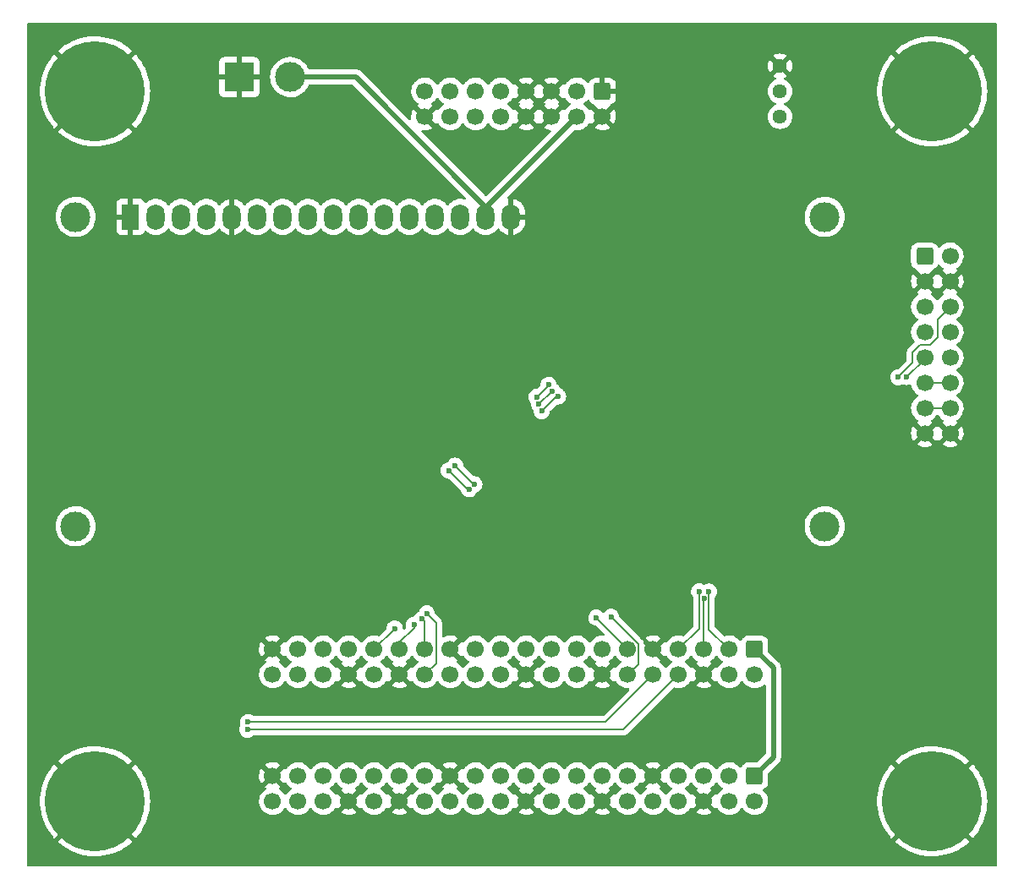
<source format=gbr>
%TF.GenerationSoftware,KiCad,Pcbnew,(6.0.6)*%
%TF.CreationDate,2022-08-14T22:29:33-04:00*%
%TF.ProjectId,raspberry_pi_wiring_harness,72617370-6265-4727-9279-5f70695f7769,rev?*%
%TF.SameCoordinates,Original*%
%TF.FileFunction,Copper,L2,Bot*%
%TF.FilePolarity,Positive*%
%FSLAX46Y46*%
G04 Gerber Fmt 4.6, Leading zero omitted, Abs format (unit mm)*
G04 Created by KiCad (PCBNEW (6.0.6)) date 2022-08-14 22:29:33*
%MOMM*%
%LPD*%
G01*
G04 APERTURE LIST*
G04 Aperture macros list*
%AMRoundRect*
0 Rectangle with rounded corners*
0 $1 Rounding radius*
0 $2 $3 $4 $5 $6 $7 $8 $9 X,Y pos of 4 corners*
0 Add a 4 corners polygon primitive as box body*
4,1,4,$2,$3,$4,$5,$6,$7,$8,$9,$2,$3,0*
0 Add four circle primitives for the rounded corners*
1,1,$1+$1,$2,$3*
1,1,$1+$1,$4,$5*
1,1,$1+$1,$6,$7*
1,1,$1+$1,$8,$9*
0 Add four rect primitives between the rounded corners*
20,1,$1+$1,$2,$3,$4,$5,0*
20,1,$1+$1,$4,$5,$6,$7,0*
20,1,$1+$1,$6,$7,$8,$9,0*
20,1,$1+$1,$8,$9,$2,$3,0*%
G04 Aperture macros list end*
%TA.AperFunction,ComponentPad*%
%ADD10C,1.440000*%
%TD*%
%TA.AperFunction,ComponentPad*%
%ADD11RoundRect,0.250000X-0.600000X0.600000X-0.600000X-0.600000X0.600000X-0.600000X0.600000X0.600000X0*%
%TD*%
%TA.AperFunction,ComponentPad*%
%ADD12C,1.700000*%
%TD*%
%TA.AperFunction,ComponentPad*%
%ADD13RoundRect,0.250000X-0.600000X-0.600000X0.600000X-0.600000X0.600000X0.600000X-0.600000X0.600000X0*%
%TD*%
%TA.AperFunction,ComponentPad*%
%ADD14R,3.000000X3.000000*%
%TD*%
%TA.AperFunction,ComponentPad*%
%ADD15C,3.000000*%
%TD*%
%TA.AperFunction,ComponentPad*%
%ADD16C,0.900000*%
%TD*%
%TA.AperFunction,ComponentPad*%
%ADD17C,10.000000*%
%TD*%
%TA.AperFunction,ComponentPad*%
%ADD18R,1.800000X2.600000*%
%TD*%
%TA.AperFunction,ComponentPad*%
%ADD19O,1.800000X2.600000*%
%TD*%
%TA.AperFunction,ViaPad*%
%ADD20C,0.600000*%
%TD*%
%TA.AperFunction,Conductor*%
%ADD21C,0.127000*%
%TD*%
%TA.AperFunction,Conductor*%
%ADD22C,0.508000*%
%TD*%
G04 APERTURE END LIST*
D10*
%TO.P,RV1,1,1*%
%TO.N,GND*%
X126200000Y-55080000D03*
%TO.P,RV1,2,2*%
%TO.N,Net-(DS1-Pad3)*%
X126200000Y-57620000D03*
%TO.P,RV1,3,3*%
%TO.N,+5V*%
X126200000Y-60160000D03*
%TD*%
D11*
%TO.P,J5,1,GND*%
%TO.N,GND*%
X108420000Y-57620000D03*
D12*
%TO.P,J5,2,GND2*%
X108420000Y-60160000D03*
%TO.P,J5,3,3V3*%
%TO.N,+3V3*%
X105880000Y-57620000D03*
%TO.P,J5,4,5V*%
%TO.N,+5V*%
X105880000Y-60160000D03*
%TO.P,J5,5,GND3*%
%TO.N,GND*%
X103340000Y-57620000D03*
%TO.P,J5,6,GND4*%
X103340000Y-60160000D03*
%TO.P,J5,7,GND5*%
X100800000Y-57620000D03*
%TO.P,J5,8,GND6*%
X100800000Y-60160000D03*
%TO.P,J5,9,LCD_CLOCK*%
%TO.N,/GPIO1*%
X98260000Y-57620000D03*
%TO.P,J5,10,LCD_DATA*%
%TO.N,/GPIO2*%
X98260000Y-60160000D03*
%TO.P,J5,11,LCD_PLANE_1*%
%TO.N,/GPIO3*%
X95720000Y-57620000D03*
%TO.P,J5,12,LCD_PLANE_2*%
%TO.N,/GPIO4*%
X95720000Y-60160000D03*
%TO.P,J5,13,LCD_PLANE_3*%
%TO.N,/GPIO5*%
X93180000Y-57620000D03*
%TO.P,J5,14,LCD_PLANE_4*%
%TO.N,/GPIO6*%
X93180000Y-60160000D03*
%TO.P,J5,15,LCD_~{SAMPLE}*%
%TO.N,/GPIO0*%
X90640000Y-57620000D03*
%TO.P,J5,16,GND3*%
%TO.N,GND*%
X90640000Y-60160000D03*
%TD*%
D13*
%TO.P,J4,1,3V3*%
%TO.N,+3V3*%
X140687500Y-74130000D03*
D12*
%TO.P,J4,2,3V3_dup*%
X143227500Y-74130000D03*
%TO.P,J4,3,GND*%
%TO.N,GND*%
X140687500Y-76670000D03*
%TO.P,J4,4,GND2*%
X143227500Y-76670000D03*
%TO.P,J4,5,S0*%
%TO.N,/GPIO22*%
X140687500Y-79210000D03*
%TO.P,J4,6,S3*%
%TO.N,/GPIO25*%
X143227500Y-79210000D03*
%TO.P,J4,7,S1*%
%TO.N,/GPIO23*%
X140687500Y-81750000D03*
%TO.P,J4,8,S4*%
%TO.N,/GPIO26*%
X143227500Y-81750000D03*
%TO.P,J4,9,S2*%
%TO.N,/GPIO24*%
X140687500Y-84290000D03*
%TO.P,J4,10,S5*%
%TO.N,/GPIO27*%
X143227500Y-84290000D03*
%TO.P,J4,11,~{E}*%
%TO.N,/GPIO21*%
X140687500Y-86830000D03*
%TO.P,J4,12,~{E}_dup*%
X143227500Y-86830000D03*
%TO.P,J4,13,POW*%
%TO.N,/GPIO20*%
X140687500Y-89370000D03*
%TO.P,J4,14,POW_dup*%
X143227500Y-89370000D03*
%TO.P,J4,15,GND3*%
%TO.N,GND*%
X140687500Y-91910000D03*
%TO.P,J4,16,GND4*%
X143227500Y-91910000D03*
%TD*%
D14*
%TO.P,J3,1,Pin_1*%
%TO.N,GND*%
X72072600Y-56197600D03*
D15*
%TO.P,J3,2,Pin_2*%
%TO.N,+5V*%
X77152600Y-56197600D03*
%TD*%
D11*
%TO.P,J2,1,3V3*%
%TO.N,+3V3*%
X123660000Y-126200000D03*
D12*
%TO.P,J2,2,5V*%
%TO.N,+5V*%
X123660000Y-128740000D03*
%TO.P,J2,3,SDA/GPIO2*%
%TO.N,/GPIO2*%
X121120000Y-126200000D03*
%TO.P,J2,4,5V*%
%TO.N,+5V*%
X121120000Y-128740000D03*
%TO.P,J2,5,SCL/GPIO3*%
%TO.N,/GPIO3*%
X118580000Y-126200000D03*
%TO.P,J2,6,GND*%
%TO.N,GND*%
X118580000Y-128740000D03*
%TO.P,J2,7,GCLK0/GPIO4*%
%TO.N,/GPIO4*%
X116040000Y-126200000D03*
%TO.P,J2,8,GPIO14/TXD*%
%TO.N,/GPIO14*%
X116040000Y-128740000D03*
%TO.P,J2,9,GND*%
%TO.N,GND*%
X113500000Y-126200000D03*
%TO.P,J2,10,GPIO15/RXD*%
%TO.N,/GPIO15*%
X113500000Y-128740000D03*
%TO.P,J2,11,GPIO17*%
%TO.N,/GPIO17*%
X110960000Y-126200000D03*
%TO.P,J2,12,GPIO18/PWM0*%
%TO.N,/GPIO18*%
X110960000Y-128740000D03*
%TO.P,J2,13,GPIO27*%
%TO.N,/GPIO27*%
X108420000Y-126200000D03*
%TO.P,J2,14,GND*%
%TO.N,GND*%
X108420000Y-128740000D03*
%TO.P,J2,15,GPIO22*%
%TO.N,/GPIO22*%
X105880000Y-126200000D03*
%TO.P,J2,16,GPIO23*%
%TO.N,/GPIO23*%
X105880000Y-128740000D03*
%TO.P,J2,17,3V3*%
%TO.N,+3V3*%
X103340000Y-126200000D03*
%TO.P,J2,18,GPIO24*%
%TO.N,/GPIO24*%
X103340000Y-128740000D03*
%TO.P,J2,19,MOSI0/GPIO10*%
%TO.N,/GPIO10*%
X100800000Y-126200000D03*
%TO.P,J2,20,GND*%
%TO.N,GND*%
X100800000Y-128740000D03*
%TO.P,J2,21,MISO0/GPIO9*%
%TO.N,/GPIO9*%
X98260000Y-126200000D03*
%TO.P,J2,22,GPIO25*%
%TO.N,/GPIO25*%
X98260000Y-128740000D03*
%TO.P,J2,23,SCLK0/GPIO11*%
%TO.N,/GPIO11*%
X95720000Y-126200000D03*
%TO.P,J2,24,~{CE0}/GPIO8*%
%TO.N,/GPIO8*%
X95720000Y-128740000D03*
%TO.P,J2,25,GND*%
%TO.N,GND*%
X93180000Y-126200000D03*
%TO.P,J2,26,~{CE1}/GPIO7*%
%TO.N,/GPIO7*%
X93180000Y-128740000D03*
%TO.P,J2,27,ID_SD/GPIO0*%
%TO.N,/GPIO0*%
X90640000Y-126200000D03*
%TO.P,J2,28,ID_SC/GPIO1*%
%TO.N,/GPIO1*%
X90640000Y-128740000D03*
%TO.P,J2,29,GCLK1/GPIO5*%
%TO.N,/GPIO5*%
X88100000Y-126200000D03*
%TO.P,J2,30,GND*%
%TO.N,GND*%
X88100000Y-128740000D03*
%TO.P,J2,31,GCLK2/GPIO6*%
%TO.N,/GPIO6*%
X85560000Y-126200000D03*
%TO.P,J2,32,PWM0/GPIO12*%
%TO.N,/GPIO12*%
X85560000Y-128740000D03*
%TO.P,J2,33,PWM1/GPIO13*%
%TO.N,/GPIO13*%
X83020000Y-126200000D03*
%TO.P,J2,34,GND*%
%TO.N,GND*%
X83020000Y-128740000D03*
%TO.P,J2,35,GPIO19/MISO1*%
%TO.N,/GPIO19*%
X80480000Y-126200000D03*
%TO.P,J2,36,GPIO16*%
%TO.N,/GPIO16*%
X80480000Y-128740000D03*
%TO.P,J2,37,GPIO26*%
%TO.N,/GPIO26*%
X77940000Y-126200000D03*
%TO.P,J2,38,GPIO20/MOSI1*%
%TO.N,/GPIO20*%
X77940000Y-128740000D03*
%TO.P,J2,39,GND*%
%TO.N,GND*%
X75400000Y-126200000D03*
%TO.P,J2,40,GPIO21/SCLK1*%
%TO.N,/GPIO21*%
X75400000Y-128740000D03*
%TD*%
D11*
%TO.P,J1,1,3V3*%
%TO.N,+3V3*%
X123660000Y-113500000D03*
D12*
%TO.P,J1,2,5V*%
%TO.N,+5V*%
X123660000Y-116040000D03*
%TO.P,J1,3,SDA/GPIO2*%
%TO.N,/GPIO2*%
X121120000Y-113500000D03*
%TO.P,J1,4,5V*%
%TO.N,+5V*%
X121120000Y-116040000D03*
%TO.P,J1,5,SCL/GPIO3*%
%TO.N,/GPIO3*%
X118580000Y-113500000D03*
%TO.P,J1,6,GND*%
%TO.N,GND*%
X118580000Y-116040000D03*
%TO.P,J1,7,GCLK0/GPIO4*%
%TO.N,/GPIO4*%
X116040000Y-113500000D03*
%TO.P,J1,8,GPIO14/TXD*%
%TO.N,/GPIO14*%
X116040000Y-116040000D03*
%TO.P,J1,9,GND*%
%TO.N,GND*%
X113500000Y-113500000D03*
%TO.P,J1,10,GPIO15/RXD*%
%TO.N,/GPIO15*%
X113500000Y-116040000D03*
%TO.P,J1,11,GPIO17*%
%TO.N,/GPIO17*%
X110960000Y-113500000D03*
%TO.P,J1,12,GPIO18/PWM0*%
%TO.N,/GPIO18*%
X110960000Y-116040000D03*
%TO.P,J1,13,GPIO27*%
%TO.N,/GPIO27*%
X108420000Y-113500000D03*
%TO.P,J1,14,GND*%
%TO.N,GND*%
X108420000Y-116040000D03*
%TO.P,J1,15,GPIO22*%
%TO.N,/GPIO22*%
X105880000Y-113500000D03*
%TO.P,J1,16,GPIO23*%
%TO.N,/GPIO23*%
X105880000Y-116040000D03*
%TO.P,J1,17,3V3*%
%TO.N,+3V3*%
X103340000Y-113500000D03*
%TO.P,J1,18,GPIO24*%
%TO.N,/GPIO24*%
X103340000Y-116040000D03*
%TO.P,J1,19,MOSI0/GPIO10*%
%TO.N,/GPIO10*%
X100800000Y-113500000D03*
%TO.P,J1,20,GND*%
%TO.N,GND*%
X100800000Y-116040000D03*
%TO.P,J1,21,MISO0/GPIO9*%
%TO.N,/GPIO9*%
X98260000Y-113500000D03*
%TO.P,J1,22,GPIO25*%
%TO.N,/GPIO25*%
X98260000Y-116040000D03*
%TO.P,J1,23,SCLK0/GPIO11*%
%TO.N,/GPIO11*%
X95720000Y-113500000D03*
%TO.P,J1,24,~{CE0}/GPIO8*%
%TO.N,/GPIO8*%
X95720000Y-116040000D03*
%TO.P,J1,25,GND*%
%TO.N,GND*%
X93180000Y-113500000D03*
%TO.P,J1,26,~{CE1}/GPIO7*%
%TO.N,/GPIO7*%
X93180000Y-116040000D03*
%TO.P,J1,27,ID_SD/GPIO0*%
%TO.N,/GPIO0*%
X90640000Y-113500000D03*
%TO.P,J1,28,ID_SC/GPIO1*%
%TO.N,/GPIO1*%
X90640000Y-116040000D03*
%TO.P,J1,29,GCLK1/GPIO5*%
%TO.N,/GPIO5*%
X88100000Y-113500000D03*
%TO.P,J1,30,GND*%
%TO.N,GND*%
X88100000Y-116040000D03*
%TO.P,J1,31,GCLK2/GPIO6*%
%TO.N,/GPIO6*%
X85560000Y-113500000D03*
%TO.P,J1,32,PWM0/GPIO12*%
%TO.N,/GPIO12*%
X85560000Y-116040000D03*
%TO.P,J1,33,PWM1/GPIO13*%
%TO.N,/GPIO13*%
X83020000Y-113500000D03*
%TO.P,J1,34,GND*%
%TO.N,GND*%
X83020000Y-116040000D03*
%TO.P,J1,35,GPIO19/MISO1*%
%TO.N,/GPIO19*%
X80480000Y-113500000D03*
%TO.P,J1,36,GPIO16*%
%TO.N,/GPIO16*%
X80480000Y-116040000D03*
%TO.P,J1,37,GPIO26*%
%TO.N,/GPIO26*%
X77940000Y-113500000D03*
%TO.P,J1,38,GPIO20/MOSI1*%
%TO.N,/GPIO20*%
X77940000Y-116040000D03*
%TO.P,J1,39,GND*%
%TO.N,GND*%
X75400000Y-113500000D03*
%TO.P,J1,40,GPIO21/SCLK1*%
%TO.N,/GPIO21*%
X75400000Y-116040000D03*
%TD*%
D16*
%TO.P,H4,1,1*%
%TO.N,GND*%
X57620000Y-132490000D03*
X57620000Y-124990000D03*
X60271650Y-126088350D03*
X53870000Y-128740000D03*
D17*
X57620000Y-128740000D03*
D16*
X61370000Y-128740000D03*
X54968350Y-126088350D03*
X60271650Y-131391650D03*
X54968350Y-131391650D03*
%TD*%
%TO.P,H3,1,1*%
%TO.N,GND*%
X57620000Y-61370000D03*
X57620000Y-53870000D03*
X60271650Y-54968350D03*
X53870000Y-57620000D03*
D17*
X57620000Y-57620000D03*
D16*
X61370000Y-57620000D03*
X54968350Y-54968350D03*
X60271650Y-60271650D03*
X54968350Y-60271650D03*
%TD*%
%TO.P,H2,1,1*%
%TO.N,GND*%
X141440000Y-132490000D03*
X141440000Y-124990000D03*
X144091650Y-126088350D03*
X137690000Y-128740000D03*
D17*
X141440000Y-128740000D03*
D16*
X145190000Y-128740000D03*
X138788350Y-126088350D03*
X144091650Y-131391650D03*
X138788350Y-131391650D03*
%TD*%
%TO.P,H1,1,1*%
%TO.N,GND*%
X141440000Y-61370000D03*
X141440000Y-53870000D03*
X144091650Y-54968350D03*
X137690000Y-57620000D03*
D17*
X141440000Y-57620000D03*
D16*
X145190000Y-57620000D03*
X138788350Y-54968350D03*
X144091650Y-60271650D03*
X138788350Y-60271650D03*
%TD*%
D15*
%TO.P,DS1,*%
%TO.N,*%
X130679480Y-101203200D03*
X55680900Y-70202500D03*
X55680900Y-101203200D03*
X130680000Y-70202500D03*
D18*
%TO.P,DS1,1,VSS*%
%TO.N,GND*%
X61180000Y-70202500D03*
D19*
%TO.P,DS1,2,VDD*%
%TO.N,+5V*%
X63720000Y-70202500D03*
%TO.P,DS1,3,VO*%
%TO.N,Net-(DS1-Pad3)*%
X66260000Y-70202500D03*
%TO.P,DS1,4,RS*%
%TO.N,/GPIO15*%
X68800000Y-70202500D03*
%TO.P,DS1,5,R/W*%
%TO.N,GND*%
X71340000Y-70202500D03*
%TO.P,DS1,6,E*%
%TO.N,/GPIO14*%
X73880000Y-70202500D03*
%TO.P,DS1,7,D0*%
%TO.N,unconnected-(DS1-Pad7)*%
X76420000Y-70202500D03*
%TO.P,DS1,8,D1*%
%TO.N,unconnected-(DS1-Pad8)*%
X78960000Y-70202500D03*
%TO.P,DS1,9,D2*%
%TO.N,unconnected-(DS1-Pad9)*%
X81500000Y-70202500D03*
%TO.P,DS1,10,D3*%
%TO.N,unconnected-(DS1-Pad10)*%
X84040000Y-70202500D03*
%TO.P,DS1,11,D4*%
%TO.N,/GPIO16*%
X86580000Y-70202500D03*
%TO.P,DS1,12,D5*%
%TO.N,/GPIO17*%
X89120000Y-70202500D03*
%TO.P,DS1,13,D6*%
%TO.N,/GPIO18*%
X91660000Y-70202500D03*
%TO.P,DS1,14,D7*%
%TO.N,/GPIO19*%
X94200000Y-70202500D03*
%TO.P,DS1,15,LED(+)*%
%TO.N,+5V*%
X96740000Y-70202500D03*
%TO.P,DS1,16,LED(-)*%
%TO.N,GND*%
X99280000Y-70202500D03*
%TD*%
D20*
%TO.N,/GPIO26*%
X103022400Y-87020400D03*
X101828600Y-88239600D03*
%TO.N,/GPIO25*%
X138049000Y-86258400D03*
%TO.N,/GPIO24*%
X138887200Y-86233000D03*
%TO.N,/GPIO20*%
X103987600Y-88188800D03*
%TO.N,/GPIO21*%
X103428800Y-87655400D03*
%TO.N,/GPIO20*%
X102336600Y-89662000D03*
%TO.N,/GPIO21*%
X102073361Y-88939139D03*
%TO.N,/GPIO18*%
X93675200Y-95123000D03*
X95598914Y-96984822D03*
%TO.N,/GPIO17*%
X95072200Y-97485200D03*
X93040200Y-95605600D03*
%TO.N,/GPIO18*%
X109283500Y-110274100D03*
%TO.N,/GPIO17*%
X107810300Y-110350300D03*
%TO.N,/GPIO2*%
X119090000Y-107746800D03*
%TO.N,/GPIO3*%
X118600000Y-108382022D03*
%TO.N,/GPIO4*%
X118110000Y-107721400D03*
%TO.N,/GPIO15*%
X72941400Y-120802400D03*
%TO.N,/GPIO14*%
X72890600Y-121566467D03*
%TO.N,/GPIO5*%
X89560400Y-111048800D03*
%TO.N,/GPIO6*%
X87630000Y-111429800D03*
%TO.N,/GPIO0*%
X90375706Y-110478176D03*
%TO.N,/GPIO1*%
X90841108Y-109920317D03*
%TD*%
D21*
%TO.N,/GPIO15*%
X108737600Y-120802400D02*
X72941400Y-120802400D01*
X113500000Y-116040000D02*
X108737600Y-120802400D01*
%TO.N,/GPIO14*%
X110513533Y-121566467D02*
X72890600Y-121566467D01*
X116040000Y-116040000D02*
X110513533Y-121566467D01*
%TO.N,/GPIO1*%
X91770200Y-110849409D02*
X90841108Y-109920317D01*
X91770200Y-114909800D02*
X91770200Y-110849409D01*
X90640000Y-116040000D02*
X91770200Y-114909800D01*
%TO.N,/GPIO0*%
X90640000Y-110742470D02*
X90375706Y-110478176D01*
%TO.N,/GPIO5*%
X88100000Y-112865000D02*
X89560400Y-111404600D01*
%TO.N,/GPIO0*%
X90640000Y-113500000D02*
X90640000Y-110742470D01*
%TO.N,/GPIO5*%
X89560400Y-111404600D02*
X89560400Y-111048800D01*
%TO.N,/GPIO6*%
X85560000Y-113500000D02*
X87630000Y-111430000D01*
X87630000Y-111430000D02*
X87630000Y-111429800D01*
%TO.N,/GPIO17*%
X95072200Y-97485200D02*
X94919800Y-97485200D01*
X94919800Y-97485200D02*
X93040200Y-95605600D01*
%TO.N,/GPIO18*%
X95537022Y-96984822D02*
X95598914Y-96984822D01*
X93675200Y-95123000D02*
X95537022Y-96984822D01*
%TO.N,/GPIO20*%
X103809800Y-88188800D02*
X103987600Y-88188800D01*
X102336600Y-89662000D02*
X103809800Y-88188800D01*
%TO.N,/GPIO21*%
X103357100Y-87655400D02*
X103428800Y-87655400D01*
X102073361Y-88939139D02*
X103357100Y-87655400D01*
%TO.N,/GPIO26*%
X103022400Y-87045800D02*
X103022400Y-87020400D01*
X101828600Y-88239600D02*
X103022400Y-87045800D01*
%TO.N,/GPIO25*%
X139471400Y-84836000D02*
X138049000Y-86258400D01*
X139471400Y-83769200D02*
X139471400Y-84836000D01*
X141198600Y-83032600D02*
X140208000Y-83032600D01*
X141960600Y-80476900D02*
X141960600Y-82270600D01*
X143227500Y-79210000D02*
X141960600Y-80476900D01*
X141960600Y-82270600D02*
X141198600Y-83032600D01*
X140208000Y-83032600D02*
X139471400Y-83769200D01*
%TO.N,/GPIO24*%
X140687500Y-84432700D02*
X138887200Y-86233000D01*
%TO.N,/GPIO18*%
X112000500Y-112991100D02*
X109283500Y-110274100D01*
X112000500Y-114999500D02*
X112000500Y-112991100D01*
X110960000Y-116040000D02*
X112000500Y-114999500D01*
%TO.N,/GPIO17*%
X110960000Y-113500000D02*
X107810300Y-110350300D01*
%TO.N,/GPIO4*%
X118110000Y-111429800D02*
X118110000Y-107721400D01*
X116040000Y-113499800D02*
X118110000Y-111429800D01*
%TO.N,/GPIO3*%
X118580000Y-108402022D02*
X118600000Y-108382022D01*
X118580000Y-113500000D02*
X118580000Y-108402022D01*
%TO.N,/GPIO2*%
X119090000Y-111520800D02*
X119090000Y-107746800D01*
X121069200Y-113500000D02*
X119090000Y-111520800D01*
%TO.N,/GPIO20*%
X140687500Y-89370000D02*
X143227500Y-89370000D01*
%TO.N,/GPIO21*%
X143227500Y-86830000D02*
X140687500Y-86830000D01*
D22*
%TO.N,+5V*%
X105880000Y-60160000D02*
X96740000Y-69300000D01*
X83731200Y-56197600D02*
X77152600Y-56197600D01*
X96740000Y-69206400D02*
X83731200Y-56197600D01*
%TO.N,+3V3*%
X125532310Y-124327690D02*
X123660000Y-126200000D01*
X125532310Y-115372310D02*
X125532310Y-124327690D01*
X123660000Y-113500000D02*
X125532310Y-115372310D01*
%TD*%
%TA.AperFunction,Conductor*%
%TO.N,GND*%
G36*
X147897121Y-50820002D02*
G01*
X147943614Y-50873658D01*
X147955000Y-50926000D01*
X147955000Y-135129000D01*
X147934998Y-135197121D01*
X147881342Y-135243614D01*
X147829000Y-135255000D01*
X50926000Y-135255000D01*
X50857879Y-135234998D01*
X50811386Y-135181342D01*
X50800000Y-135129000D01*
X50800000Y-132811507D01*
X53914034Y-132811507D01*
X53914039Y-132811582D01*
X53920145Y-132820558D01*
X54103930Y-132986038D01*
X54108014Y-132989416D01*
X54471567Y-133265368D01*
X54475912Y-133268388D01*
X54861288Y-133512955D01*
X54865849Y-133515589D01*
X55270355Y-133727060D01*
X55275125Y-133729304D01*
X55695905Y-133906184D01*
X55700844Y-133908021D01*
X56134939Y-134049066D01*
X56140027Y-134050486D01*
X56584405Y-134154715D01*
X56589587Y-134155703D01*
X57041112Y-134222378D01*
X57046387Y-134222933D01*
X57501911Y-134251592D01*
X57507184Y-134251703D01*
X57963513Y-134242143D01*
X57968791Y-134241812D01*
X58422719Y-134194103D01*
X58427954Y-134193329D01*
X58876299Y-134107802D01*
X58881436Y-134106598D01*
X59321062Y-133983852D01*
X59326060Y-133982228D01*
X59753888Y-133823121D01*
X59758755Y-133821074D01*
X60171749Y-133626734D01*
X60176420Y-133624292D01*
X60571707Y-133396073D01*
X60576160Y-133393247D01*
X60950981Y-133132740D01*
X60955158Y-133129569D01*
X61306871Y-132838608D01*
X61310773Y-132835094D01*
X61320620Y-132825451D01*
X61328378Y-132811589D01*
X61328373Y-132811507D01*
X137734034Y-132811507D01*
X137734039Y-132811582D01*
X137740145Y-132820558D01*
X137923930Y-132986038D01*
X137928014Y-132989416D01*
X138291567Y-133265368D01*
X138295912Y-133268388D01*
X138681288Y-133512955D01*
X138685849Y-133515589D01*
X139090355Y-133727060D01*
X139095125Y-133729304D01*
X139515905Y-133906184D01*
X139520844Y-133908021D01*
X139954939Y-134049066D01*
X139960027Y-134050486D01*
X140404405Y-134154715D01*
X140409587Y-134155703D01*
X140861112Y-134222378D01*
X140866387Y-134222933D01*
X141321911Y-134251592D01*
X141327184Y-134251703D01*
X141783513Y-134242143D01*
X141788791Y-134241812D01*
X142242719Y-134194103D01*
X142247954Y-134193329D01*
X142696299Y-134107802D01*
X142701436Y-134106598D01*
X143141062Y-133983852D01*
X143146060Y-133982228D01*
X143573888Y-133823121D01*
X143578755Y-133821074D01*
X143991749Y-133626734D01*
X143996420Y-133624292D01*
X144391707Y-133396073D01*
X144396160Y-133393247D01*
X144770981Y-133132740D01*
X144775158Y-133129569D01*
X145126871Y-132838608D01*
X145130773Y-132835094D01*
X145140620Y-132825451D01*
X145148378Y-132811589D01*
X145148288Y-132810105D01*
X145143747Y-132802958D01*
X141452812Y-129112022D01*
X141438868Y-129104408D01*
X141437035Y-129104539D01*
X141430420Y-129108790D01*
X137741648Y-132797563D01*
X137734034Y-132811507D01*
X61328373Y-132811507D01*
X61328288Y-132810105D01*
X61323747Y-132802958D01*
X57632812Y-129112022D01*
X57618868Y-129104408D01*
X57617035Y-129104539D01*
X57610420Y-129108790D01*
X53921648Y-132797563D01*
X53914034Y-132811507D01*
X50800000Y-132811507D01*
X50800000Y-128968229D01*
X52111869Y-128968229D01*
X52112089Y-128973482D01*
X52150283Y-129428321D01*
X52150946Y-129433571D01*
X52227064Y-129883605D01*
X52228159Y-129888757D01*
X52341674Y-130330872D01*
X52343199Y-130335922D01*
X52493305Y-130766966D01*
X52495243Y-130771862D01*
X52680898Y-131188849D01*
X52683242Y-131193571D01*
X52903141Y-131593566D01*
X52905861Y-131598058D01*
X53158458Y-131978247D01*
X53161551Y-131982503D01*
X53445064Y-132340208D01*
X53448526Y-132344218D01*
X53536877Y-132438304D01*
X53550574Y-132446351D01*
X53551354Y-132446319D01*
X53559568Y-132441221D01*
X57247978Y-128752812D01*
X57254356Y-128741132D01*
X57984408Y-128741132D01*
X57984539Y-128742965D01*
X57988790Y-128749580D01*
X61678929Y-132439718D01*
X61692556Y-132447159D01*
X61702122Y-132440504D01*
X61938741Y-132166377D01*
X61942035Y-132162222D01*
X62210316Y-131792964D01*
X62213231Y-131788577D01*
X62449689Y-131398139D01*
X62452219Y-131393537D01*
X62655172Y-130984691D01*
X62657318Y-130979871D01*
X62825347Y-130555477D01*
X62827078Y-130550507D01*
X62959006Y-130113539D01*
X62960313Y-130108452D01*
X63055217Y-129661964D01*
X63056095Y-129656771D01*
X63113300Y-129203939D01*
X63113743Y-129198667D01*
X63132856Y-128742648D01*
X63132856Y-128737352D01*
X63113743Y-128281333D01*
X63113300Y-128276061D01*
X63056095Y-127823229D01*
X63055217Y-127818036D01*
X62960313Y-127371548D01*
X62959006Y-127366461D01*
X62827078Y-126929493D01*
X62825347Y-126924523D01*
X62657318Y-126500129D01*
X62655172Y-126495309D01*
X62494612Y-126171863D01*
X74038050Y-126171863D01*
X74050309Y-126384477D01*
X74051745Y-126394697D01*
X74098565Y-126602446D01*
X74101645Y-126612275D01*
X74181770Y-126809603D01*
X74186413Y-126818794D01*
X74266460Y-126949420D01*
X74276916Y-126958880D01*
X74285694Y-126955096D01*
X75027978Y-126212812D01*
X75035592Y-126198868D01*
X75035461Y-126197035D01*
X75031210Y-126190420D01*
X74289849Y-125449059D01*
X74278313Y-125442759D01*
X74266031Y-125452382D01*
X74218089Y-125522662D01*
X74213004Y-125531613D01*
X74123338Y-125724783D01*
X74119775Y-125734470D01*
X74062864Y-125939681D01*
X74060933Y-125949800D01*
X74038302Y-126161574D01*
X74038050Y-126171863D01*
X62494612Y-126171863D01*
X62452219Y-126086463D01*
X62449689Y-126081861D01*
X62213231Y-125691423D01*
X62210316Y-125687036D01*
X61942035Y-125317778D01*
X61938741Y-125313623D01*
X61733999Y-125076427D01*
X74641223Y-125076427D01*
X74647968Y-125088758D01*
X75387188Y-125827978D01*
X75401132Y-125835592D01*
X75402965Y-125835461D01*
X75409580Y-125831210D01*
X76153389Y-125087401D01*
X76160410Y-125074544D01*
X76153611Y-125065213D01*
X76149554Y-125062518D01*
X75963117Y-124959599D01*
X75953705Y-124955369D01*
X75752959Y-124884280D01*
X75742989Y-124881646D01*
X75533327Y-124844301D01*
X75523073Y-124843331D01*
X75310116Y-124840728D01*
X75299832Y-124841448D01*
X75089321Y-124873661D01*
X75079293Y-124876050D01*
X74876868Y-124942212D01*
X74867359Y-124946209D01*
X74678466Y-125044540D01*
X74669734Y-125050039D01*
X74649677Y-125065099D01*
X74641223Y-125076427D01*
X61733999Y-125076427D01*
X61703579Y-125041185D01*
X61690536Y-125032767D01*
X61680505Y-125038706D01*
X57992022Y-128727188D01*
X57984408Y-128741132D01*
X57254356Y-128741132D01*
X57255592Y-128738868D01*
X57255461Y-128737035D01*
X57251210Y-128730420D01*
X53562091Y-125041302D01*
X53548147Y-125033688D01*
X53547366Y-125033743D01*
X53539322Y-125039094D01*
X53448526Y-125135782D01*
X53445064Y-125139792D01*
X53161551Y-125497497D01*
X53158458Y-125501753D01*
X52905861Y-125881942D01*
X52903141Y-125886434D01*
X52683242Y-126286429D01*
X52680898Y-126291151D01*
X52495243Y-126708138D01*
X52493305Y-126713034D01*
X52343199Y-127144078D01*
X52341674Y-127149128D01*
X52228159Y-127591243D01*
X52227064Y-127596395D01*
X52150946Y-128046429D01*
X52150283Y-128051679D01*
X52112089Y-128506518D01*
X52111869Y-128511771D01*
X52111869Y-128968229D01*
X50800000Y-128968229D01*
X50800000Y-124671026D01*
X53913968Y-124671026D01*
X53913969Y-124671102D01*
X53919599Y-124680388D01*
X57607188Y-128367978D01*
X57621132Y-128375592D01*
X57622965Y-128375461D01*
X57629580Y-128371210D01*
X61320752Y-124680037D01*
X61328366Y-124666093D01*
X61328260Y-124664610D01*
X61323647Y-124657514D01*
X61310773Y-124644906D01*
X61306871Y-124641392D01*
X60955158Y-124350431D01*
X60950981Y-124347260D01*
X60576160Y-124086753D01*
X60571707Y-124083927D01*
X60176420Y-123855708D01*
X60171749Y-123853266D01*
X59758755Y-123658926D01*
X59753888Y-123656879D01*
X59326060Y-123497772D01*
X59321062Y-123496148D01*
X58881436Y-123373402D01*
X58876299Y-123372198D01*
X58427954Y-123286671D01*
X58422719Y-123285897D01*
X57968791Y-123238188D01*
X57963513Y-123237857D01*
X57507184Y-123228297D01*
X57501911Y-123228408D01*
X57046387Y-123257067D01*
X57041112Y-123257622D01*
X56589587Y-123324297D01*
X56584405Y-123325285D01*
X56140027Y-123429514D01*
X56134939Y-123430934D01*
X55700844Y-123571979D01*
X55695905Y-123573816D01*
X55275115Y-123750700D01*
X55270369Y-123752933D01*
X54865850Y-123964411D01*
X54861284Y-123967048D01*
X54475912Y-124211612D01*
X54471567Y-124214632D01*
X54108014Y-124490584D01*
X54103930Y-124493962D01*
X53922299Y-124657503D01*
X53913968Y-124671026D01*
X50800000Y-124671026D01*
X50800000Y-121555107D01*
X72077063Y-121555107D01*
X72094763Y-121735627D01*
X72152018Y-121907740D01*
X72155665Y-121913762D01*
X72155666Y-121913764D01*
X72225516Y-122029100D01*
X72245980Y-122062891D01*
X72371982Y-122193369D01*
X72523759Y-122292689D01*
X72530363Y-122295145D01*
X72530365Y-122295146D01*
X72687158Y-122353457D01*
X72687160Y-122353457D01*
X72693768Y-122355915D01*
X72777595Y-122367100D01*
X72866580Y-122378974D01*
X72866584Y-122378974D01*
X72873561Y-122379905D01*
X72880572Y-122379267D01*
X72880576Y-122379267D01*
X73023059Y-122366299D01*
X73054200Y-122363465D01*
X73060902Y-122361287D01*
X73060904Y-122361287D01*
X73220009Y-122309591D01*
X73220012Y-122309590D01*
X73226708Y-122307414D01*
X73382512Y-122214536D01*
X73425898Y-122173220D01*
X73489021Y-122140729D01*
X73512788Y-122138467D01*
X110467789Y-122138467D01*
X110484235Y-122139545D01*
X110505344Y-122142324D01*
X110505345Y-122142324D01*
X110513533Y-122143402D01*
X110521721Y-122142324D01*
X110521722Y-122142324D01*
X110551012Y-122138468D01*
X110551024Y-122138467D01*
X110551027Y-122138467D01*
X110551036Y-122138466D01*
X110632158Y-122127785D01*
X110662855Y-122123744D01*
X110802001Y-122066108D01*
X110850231Y-122029100D01*
X110891487Y-121997443D01*
X110891488Y-121997442D01*
X110921488Y-121974422D01*
X110939482Y-121950972D01*
X110950349Y-121938581D01*
X115515254Y-117373676D01*
X115577566Y-117339650D01*
X115649297Y-117345061D01*
X115654856Y-117347184D01*
X115654863Y-117347186D01*
X115659692Y-117349030D01*
X115664760Y-117350061D01*
X115664763Y-117350062D01*
X115769604Y-117371392D01*
X115878597Y-117393567D01*
X115883772Y-117393757D01*
X115883774Y-117393757D01*
X116096673Y-117401564D01*
X116096677Y-117401564D01*
X116101837Y-117401753D01*
X116106957Y-117401097D01*
X116106959Y-117401097D01*
X116318288Y-117374025D01*
X116318289Y-117374025D01*
X116323416Y-117373368D01*
X116328366Y-117371883D01*
X116532429Y-117310661D01*
X116532434Y-117310659D01*
X116537384Y-117309174D01*
X116737994Y-117210896D01*
X116802544Y-117164853D01*
X117819977Y-117164853D01*
X117825258Y-117171907D01*
X117986756Y-117266279D01*
X117996042Y-117270729D01*
X118195001Y-117346703D01*
X118204899Y-117349579D01*
X118413595Y-117392038D01*
X118423823Y-117393257D01*
X118636650Y-117401062D01*
X118646936Y-117400595D01*
X118858185Y-117373534D01*
X118868262Y-117371392D01*
X119072255Y-117310191D01*
X119081842Y-117306433D01*
X119273098Y-117212738D01*
X119281944Y-117207465D01*
X119329247Y-117173723D01*
X119337648Y-117163023D01*
X119330660Y-117149870D01*
X118592812Y-116412022D01*
X118578868Y-116404408D01*
X118577035Y-116404539D01*
X118570420Y-116408790D01*
X117826737Y-117152473D01*
X117819977Y-117164853D01*
X116802544Y-117164853D01*
X116919860Y-117081173D01*
X116934870Y-117066216D01*
X117074435Y-116927137D01*
X117078096Y-116923489D01*
X117137594Y-116840689D01*
X117208453Y-116742077D01*
X117209640Y-116742930D01*
X117256960Y-116699362D01*
X117326897Y-116687145D01*
X117392338Y-116714678D01*
X117420166Y-116746512D01*
X117446459Y-116789419D01*
X117456916Y-116798880D01*
X117465694Y-116795096D01*
X118207978Y-116052812D01*
X118215592Y-116038868D01*
X118215461Y-116037035D01*
X118211210Y-116030420D01*
X117469849Y-115289059D01*
X117458313Y-115282759D01*
X117446031Y-115292382D01*
X117413499Y-115340072D01*
X117358587Y-115385075D01*
X117288063Y-115393246D01*
X117224316Y-115361992D01*
X117203618Y-115337508D01*
X117122822Y-115212617D01*
X117122820Y-115212614D01*
X117120014Y-115208277D01*
X116969670Y-115043051D01*
X116965619Y-115039852D01*
X116965615Y-115039848D01*
X116798414Y-114907800D01*
X116798410Y-114907798D01*
X116794359Y-114904598D01*
X116753053Y-114881796D01*
X116703084Y-114831364D01*
X116688312Y-114761921D01*
X116713428Y-114695516D01*
X116740780Y-114668909D01*
X116805110Y-114623023D01*
X116919860Y-114541173D01*
X117078096Y-114383489D01*
X117208453Y-114202077D01*
X117209776Y-114203028D01*
X117256645Y-114159857D01*
X117326580Y-114147625D01*
X117392026Y-114175144D01*
X117419875Y-114206994D01*
X117479987Y-114305088D01*
X117626250Y-114473938D01*
X117798126Y-114616632D01*
X117809063Y-114623023D01*
X117871955Y-114659774D01*
X117920679Y-114711412D01*
X117933750Y-114781195D01*
X117907019Y-114846967D01*
X117866562Y-114880327D01*
X117858460Y-114884544D01*
X117849734Y-114890039D01*
X117829677Y-114905099D01*
X117821223Y-114916427D01*
X117827968Y-114928758D01*
X118567188Y-115667978D01*
X118581132Y-115675592D01*
X118582965Y-115675461D01*
X118589580Y-115671210D01*
X119333389Y-114927401D01*
X119340410Y-114914544D01*
X119333611Y-114905213D01*
X119329559Y-114902521D01*
X119292602Y-114882120D01*
X119242631Y-114831687D01*
X119227859Y-114762245D01*
X119252975Y-114695839D01*
X119280327Y-114669232D01*
X119345110Y-114623023D01*
X119459860Y-114541173D01*
X119618096Y-114383489D01*
X119748453Y-114202077D01*
X119749776Y-114203028D01*
X119796645Y-114159857D01*
X119866580Y-114147625D01*
X119932026Y-114175144D01*
X119959875Y-114206994D01*
X120019987Y-114305088D01*
X120166250Y-114473938D01*
X120338126Y-114616632D01*
X120349063Y-114623023D01*
X120411445Y-114659476D01*
X120460169Y-114711114D01*
X120473240Y-114780897D01*
X120446509Y-114846669D01*
X120406055Y-114880027D01*
X120393607Y-114886507D01*
X120389474Y-114889610D01*
X120389471Y-114889612D01*
X120219100Y-115017530D01*
X120214965Y-115020635D01*
X120060629Y-115182138D01*
X120057720Y-115186403D01*
X120057714Y-115186411D01*
X120042252Y-115209077D01*
X119953204Y-115339618D01*
X119952898Y-115340066D01*
X119897987Y-115385069D01*
X119827462Y-115393240D01*
X119763715Y-115361986D01*
X119743017Y-115337501D01*
X119713062Y-115291197D01*
X119702377Y-115281995D01*
X119692812Y-115286398D01*
X118952022Y-116027188D01*
X118944408Y-116041132D01*
X118944539Y-116042965D01*
X118948790Y-116049580D01*
X119690474Y-116791264D01*
X119702484Y-116797823D01*
X119714223Y-116788855D01*
X119748022Y-116741819D01*
X119749277Y-116742721D01*
X119796391Y-116699355D01*
X119866330Y-116687148D01*
X119931767Y-116714691D01*
X119959580Y-116746513D01*
X120017287Y-116840683D01*
X120017291Y-116840688D01*
X120019987Y-116845088D01*
X120166250Y-117013938D01*
X120338126Y-117156632D01*
X120531000Y-117269338D01*
X120739692Y-117349030D01*
X120744760Y-117350061D01*
X120744763Y-117350062D01*
X120849604Y-117371392D01*
X120958597Y-117393567D01*
X120963772Y-117393757D01*
X120963774Y-117393757D01*
X121176673Y-117401564D01*
X121176677Y-117401564D01*
X121181837Y-117401753D01*
X121186957Y-117401097D01*
X121186959Y-117401097D01*
X121398288Y-117374025D01*
X121398289Y-117374025D01*
X121403416Y-117373368D01*
X121408366Y-117371883D01*
X121612429Y-117310661D01*
X121612434Y-117310659D01*
X121617384Y-117309174D01*
X121817994Y-117210896D01*
X121999860Y-117081173D01*
X122014870Y-117066216D01*
X122154435Y-116927137D01*
X122158096Y-116923489D01*
X122217594Y-116840689D01*
X122288453Y-116742077D01*
X122289776Y-116743028D01*
X122336645Y-116699857D01*
X122406580Y-116687625D01*
X122472026Y-116715144D01*
X122499875Y-116746994D01*
X122559987Y-116845088D01*
X122706250Y-117013938D01*
X122878126Y-117156632D01*
X123071000Y-117269338D01*
X123279692Y-117349030D01*
X123284760Y-117350061D01*
X123284763Y-117350062D01*
X123389604Y-117371392D01*
X123498597Y-117393567D01*
X123503772Y-117393757D01*
X123503774Y-117393757D01*
X123716673Y-117401564D01*
X123716677Y-117401564D01*
X123721837Y-117401753D01*
X123726957Y-117401097D01*
X123726959Y-117401097D01*
X123938288Y-117374025D01*
X123938289Y-117374025D01*
X123943416Y-117373368D01*
X123948366Y-117371883D01*
X124152429Y-117310661D01*
X124152434Y-117310659D01*
X124157384Y-117309174D01*
X124357994Y-117210896D01*
X124539860Y-117081173D01*
X124554870Y-117066216D01*
X124617240Y-117032299D01*
X124688047Y-117037487D01*
X124744809Y-117080132D01*
X124769504Y-117146695D01*
X124769810Y-117155466D01*
X124769810Y-123959662D01*
X124749808Y-124027783D01*
X124732905Y-124048758D01*
X123977066Y-124804596D01*
X123914754Y-124838621D01*
X123887971Y-124841500D01*
X123009600Y-124841500D01*
X123006354Y-124841837D01*
X123006350Y-124841837D01*
X122910692Y-124851762D01*
X122910688Y-124851763D01*
X122903834Y-124852474D01*
X122897298Y-124854655D01*
X122897296Y-124854655D01*
X122834631Y-124875562D01*
X122736054Y-124908450D01*
X122585652Y-125001522D01*
X122580479Y-125006704D01*
X122524762Y-125062518D01*
X122460695Y-125126697D01*
X122456855Y-125132927D01*
X122456854Y-125132928D01*
X122411275Y-125206870D01*
X122367885Y-125277262D01*
X122365579Y-125284213D01*
X122363561Y-125288542D01*
X122316644Y-125341828D01*
X122248367Y-125361290D01*
X122180407Y-125340749D01*
X122156172Y-125320094D01*
X122053152Y-125206876D01*
X122053142Y-125206867D01*
X122049670Y-125203051D01*
X122045619Y-125199852D01*
X122045615Y-125199848D01*
X121878414Y-125067800D01*
X121878410Y-125067798D01*
X121874359Y-125064598D01*
X121678789Y-124956638D01*
X121673920Y-124954914D01*
X121673916Y-124954912D01*
X121473087Y-124883795D01*
X121473083Y-124883794D01*
X121468212Y-124882069D01*
X121463119Y-124881162D01*
X121463116Y-124881161D01*
X121253373Y-124843800D01*
X121253367Y-124843799D01*
X121248284Y-124842894D01*
X121174452Y-124841992D01*
X121030081Y-124840228D01*
X121030079Y-124840228D01*
X121024911Y-124840165D01*
X120804091Y-124873955D01*
X120591756Y-124943357D01*
X120513455Y-124984118D01*
X120403606Y-125041302D01*
X120393607Y-125046507D01*
X120389474Y-125049610D01*
X120389471Y-125049612D01*
X120219100Y-125177530D01*
X120214965Y-125180635D01*
X120149346Y-125249301D01*
X120087879Y-125313623D01*
X120060629Y-125342138D01*
X119953201Y-125499621D01*
X119898293Y-125544621D01*
X119827768Y-125552792D01*
X119764021Y-125521538D01*
X119743324Y-125497054D01*
X119662822Y-125372617D01*
X119662820Y-125372614D01*
X119660014Y-125368277D01*
X119509670Y-125203051D01*
X119505619Y-125199852D01*
X119505615Y-125199848D01*
X119338414Y-125067800D01*
X119338410Y-125067798D01*
X119334359Y-125064598D01*
X119138789Y-124956638D01*
X119133920Y-124954914D01*
X119133916Y-124954912D01*
X118933087Y-124883795D01*
X118933083Y-124883794D01*
X118928212Y-124882069D01*
X118923119Y-124881162D01*
X118923116Y-124881161D01*
X118713373Y-124843800D01*
X118713367Y-124843799D01*
X118708284Y-124842894D01*
X118634452Y-124841992D01*
X118490081Y-124840228D01*
X118490079Y-124840228D01*
X118484911Y-124840165D01*
X118264091Y-124873955D01*
X118051756Y-124943357D01*
X117973455Y-124984118D01*
X117863606Y-125041302D01*
X117853607Y-125046507D01*
X117849474Y-125049610D01*
X117849471Y-125049612D01*
X117679100Y-125177530D01*
X117674965Y-125180635D01*
X117609346Y-125249301D01*
X117547879Y-125313623D01*
X117520629Y-125342138D01*
X117413201Y-125499621D01*
X117358293Y-125544621D01*
X117287768Y-125552792D01*
X117224021Y-125521538D01*
X117203324Y-125497054D01*
X117122822Y-125372617D01*
X117122820Y-125372614D01*
X117120014Y-125368277D01*
X116969670Y-125203051D01*
X116965619Y-125199852D01*
X116965615Y-125199848D01*
X116798414Y-125067800D01*
X116798410Y-125067798D01*
X116794359Y-125064598D01*
X116598789Y-124956638D01*
X116593920Y-124954914D01*
X116593916Y-124954912D01*
X116393087Y-124883795D01*
X116393083Y-124883794D01*
X116388212Y-124882069D01*
X116383119Y-124881162D01*
X116383116Y-124881161D01*
X116173373Y-124843800D01*
X116173367Y-124843799D01*
X116168284Y-124842894D01*
X116094452Y-124841992D01*
X115950081Y-124840228D01*
X115950079Y-124840228D01*
X115944911Y-124840165D01*
X115724091Y-124873955D01*
X115511756Y-124943357D01*
X115433455Y-124984118D01*
X115323606Y-125041302D01*
X115313607Y-125046507D01*
X115309474Y-125049610D01*
X115309471Y-125049612D01*
X115139100Y-125177530D01*
X115134965Y-125180635D01*
X115069346Y-125249301D01*
X115007879Y-125313623D01*
X114980629Y-125342138D01*
X114873204Y-125499618D01*
X114872898Y-125500066D01*
X114817987Y-125545069D01*
X114747462Y-125553240D01*
X114683715Y-125521986D01*
X114663017Y-125497501D01*
X114633062Y-125451197D01*
X114622377Y-125441995D01*
X114612812Y-125446398D01*
X113872022Y-126187188D01*
X113864408Y-126201132D01*
X113864539Y-126202965D01*
X113868790Y-126209580D01*
X114610474Y-126951264D01*
X114622484Y-126957823D01*
X114634223Y-126948855D01*
X114668022Y-126901819D01*
X114669277Y-126902721D01*
X114716391Y-126859355D01*
X114786330Y-126847148D01*
X114851767Y-126874691D01*
X114879580Y-126906513D01*
X114937287Y-127000683D01*
X114937291Y-127000688D01*
X114939987Y-127005088D01*
X115086250Y-127173938D01*
X115258126Y-127316632D01*
X115269063Y-127323023D01*
X115331445Y-127359476D01*
X115380169Y-127411114D01*
X115393240Y-127480897D01*
X115366509Y-127546669D01*
X115326055Y-127580027D01*
X115313607Y-127586507D01*
X115309474Y-127589610D01*
X115309471Y-127589612D01*
X115139100Y-127717530D01*
X115134965Y-127720635D01*
X114980629Y-127882138D01*
X114873201Y-128039621D01*
X114818293Y-128084621D01*
X114747768Y-128092792D01*
X114684021Y-128061538D01*
X114663324Y-128037054D01*
X114582822Y-127912617D01*
X114582820Y-127912614D01*
X114580014Y-127908277D01*
X114429670Y-127743051D01*
X114425616Y-127739849D01*
X114425615Y-127739848D01*
X114258414Y-127607800D01*
X114258410Y-127607798D01*
X114254359Y-127604598D01*
X114212569Y-127581529D01*
X114162598Y-127531097D01*
X114147826Y-127461654D01*
X114172942Y-127395248D01*
X114200293Y-127368642D01*
X114249247Y-127333723D01*
X114257648Y-127323023D01*
X114250660Y-127309870D01*
X113512812Y-126572022D01*
X113498868Y-126564408D01*
X113497035Y-126564539D01*
X113490420Y-126568790D01*
X112746737Y-127312473D01*
X112739977Y-127324853D01*
X112745258Y-127331907D01*
X112791969Y-127359203D01*
X112840693Y-127410841D01*
X112853764Y-127480624D01*
X112827033Y-127546396D01*
X112786584Y-127579752D01*
X112773607Y-127586507D01*
X112769474Y-127589610D01*
X112769471Y-127589612D01*
X112599100Y-127717530D01*
X112594965Y-127720635D01*
X112440629Y-127882138D01*
X112333201Y-128039621D01*
X112278293Y-128084621D01*
X112207768Y-128092792D01*
X112144021Y-128061538D01*
X112123324Y-128037054D01*
X112042822Y-127912617D01*
X112042820Y-127912614D01*
X112040014Y-127908277D01*
X111889670Y-127743051D01*
X111885616Y-127739849D01*
X111885615Y-127739848D01*
X111718414Y-127607800D01*
X111718410Y-127607798D01*
X111714359Y-127604598D01*
X111673053Y-127581796D01*
X111623084Y-127531364D01*
X111608312Y-127461921D01*
X111633428Y-127395516D01*
X111660780Y-127368909D01*
X111725110Y-127323023D01*
X111839860Y-127241173D01*
X111998096Y-127083489D01*
X112128453Y-126902077D01*
X112129640Y-126902930D01*
X112176960Y-126859362D01*
X112246897Y-126847145D01*
X112312338Y-126874678D01*
X112340166Y-126906512D01*
X112366459Y-126949419D01*
X112376916Y-126958880D01*
X112385694Y-126955096D01*
X113127978Y-126212812D01*
X113135592Y-126198868D01*
X113135461Y-126197035D01*
X113131210Y-126190420D01*
X112389849Y-125449059D01*
X112378313Y-125442759D01*
X112366031Y-125452382D01*
X112333499Y-125500072D01*
X112278587Y-125545075D01*
X112208063Y-125553246D01*
X112144316Y-125521992D01*
X112123618Y-125497508D01*
X112042822Y-125372617D01*
X112042820Y-125372614D01*
X112040014Y-125368277D01*
X111889670Y-125203051D01*
X111885619Y-125199852D01*
X111885615Y-125199848D01*
X111729338Y-125076427D01*
X112741223Y-125076427D01*
X112747968Y-125088758D01*
X113487188Y-125827978D01*
X113501132Y-125835592D01*
X113502965Y-125835461D01*
X113509580Y-125831210D01*
X114253389Y-125087401D01*
X114260410Y-125074544D01*
X114253611Y-125065213D01*
X114249554Y-125062518D01*
X114063117Y-124959599D01*
X114053705Y-124955369D01*
X113852959Y-124884280D01*
X113842989Y-124881646D01*
X113633327Y-124844301D01*
X113623073Y-124843331D01*
X113410116Y-124840728D01*
X113399832Y-124841448D01*
X113189321Y-124873661D01*
X113179293Y-124876050D01*
X112976868Y-124942212D01*
X112967359Y-124946209D01*
X112778466Y-125044540D01*
X112769734Y-125050039D01*
X112749677Y-125065099D01*
X112741223Y-125076427D01*
X111729338Y-125076427D01*
X111718414Y-125067800D01*
X111718410Y-125067798D01*
X111714359Y-125064598D01*
X111518789Y-124956638D01*
X111513920Y-124954914D01*
X111513916Y-124954912D01*
X111313087Y-124883795D01*
X111313083Y-124883794D01*
X111308212Y-124882069D01*
X111303119Y-124881162D01*
X111303116Y-124881161D01*
X111093373Y-124843800D01*
X111093367Y-124843799D01*
X111088284Y-124842894D01*
X111014452Y-124841992D01*
X110870081Y-124840228D01*
X110870079Y-124840228D01*
X110864911Y-124840165D01*
X110644091Y-124873955D01*
X110431756Y-124943357D01*
X110353455Y-124984118D01*
X110243606Y-125041302D01*
X110233607Y-125046507D01*
X110229474Y-125049610D01*
X110229471Y-125049612D01*
X110059100Y-125177530D01*
X110054965Y-125180635D01*
X109989346Y-125249301D01*
X109927879Y-125313623D01*
X109900629Y-125342138D01*
X109793201Y-125499621D01*
X109738293Y-125544621D01*
X109667768Y-125552792D01*
X109604021Y-125521538D01*
X109583324Y-125497054D01*
X109502822Y-125372617D01*
X109502820Y-125372614D01*
X109500014Y-125368277D01*
X109349670Y-125203051D01*
X109345619Y-125199852D01*
X109345615Y-125199848D01*
X109178414Y-125067800D01*
X109178410Y-125067798D01*
X109174359Y-125064598D01*
X108978789Y-124956638D01*
X108973920Y-124954914D01*
X108973916Y-124954912D01*
X108773087Y-124883795D01*
X108773083Y-124883794D01*
X108768212Y-124882069D01*
X108763119Y-124881162D01*
X108763116Y-124881161D01*
X108553373Y-124843800D01*
X108553367Y-124843799D01*
X108548284Y-124842894D01*
X108474452Y-124841992D01*
X108330081Y-124840228D01*
X108330079Y-124840228D01*
X108324911Y-124840165D01*
X108104091Y-124873955D01*
X107891756Y-124943357D01*
X107813455Y-124984118D01*
X107703606Y-125041302D01*
X107693607Y-125046507D01*
X107689474Y-125049610D01*
X107689471Y-125049612D01*
X107519100Y-125177530D01*
X107514965Y-125180635D01*
X107449346Y-125249301D01*
X107387879Y-125313623D01*
X107360629Y-125342138D01*
X107253201Y-125499621D01*
X107198293Y-125544621D01*
X107127768Y-125552792D01*
X107064021Y-125521538D01*
X107043324Y-125497054D01*
X106962822Y-125372617D01*
X106962820Y-125372614D01*
X106960014Y-125368277D01*
X106809670Y-125203051D01*
X106805619Y-125199852D01*
X106805615Y-125199848D01*
X106638414Y-125067800D01*
X106638410Y-125067798D01*
X106634359Y-125064598D01*
X106438789Y-124956638D01*
X106433920Y-124954914D01*
X106433916Y-124954912D01*
X106233087Y-124883795D01*
X106233083Y-124883794D01*
X106228212Y-124882069D01*
X106223119Y-124881162D01*
X106223116Y-124881161D01*
X106013373Y-124843800D01*
X106013367Y-124843799D01*
X106008284Y-124842894D01*
X105934452Y-124841992D01*
X105790081Y-124840228D01*
X105790079Y-124840228D01*
X105784911Y-124840165D01*
X105564091Y-124873955D01*
X105351756Y-124943357D01*
X105273455Y-124984118D01*
X105163606Y-125041302D01*
X105153607Y-125046507D01*
X105149474Y-125049610D01*
X105149471Y-125049612D01*
X104979100Y-125177530D01*
X104974965Y-125180635D01*
X104909346Y-125249301D01*
X104847879Y-125313623D01*
X104820629Y-125342138D01*
X104713201Y-125499621D01*
X104658293Y-125544621D01*
X104587768Y-125552792D01*
X104524021Y-125521538D01*
X104503324Y-125497054D01*
X104422822Y-125372617D01*
X104422820Y-125372614D01*
X104420014Y-125368277D01*
X104269670Y-125203051D01*
X104265619Y-125199852D01*
X104265615Y-125199848D01*
X104098414Y-125067800D01*
X104098410Y-125067798D01*
X104094359Y-125064598D01*
X103898789Y-124956638D01*
X103893920Y-124954914D01*
X103893916Y-124954912D01*
X103693087Y-124883795D01*
X103693083Y-124883794D01*
X103688212Y-124882069D01*
X103683119Y-124881162D01*
X103683116Y-124881161D01*
X103473373Y-124843800D01*
X103473367Y-124843799D01*
X103468284Y-124842894D01*
X103394452Y-124841992D01*
X103250081Y-124840228D01*
X103250079Y-124840228D01*
X103244911Y-124840165D01*
X103024091Y-124873955D01*
X102811756Y-124943357D01*
X102733455Y-124984118D01*
X102623606Y-125041302D01*
X102613607Y-125046507D01*
X102609474Y-125049610D01*
X102609471Y-125049612D01*
X102439100Y-125177530D01*
X102434965Y-125180635D01*
X102369346Y-125249301D01*
X102307879Y-125313623D01*
X102280629Y-125342138D01*
X102173201Y-125499621D01*
X102118293Y-125544621D01*
X102047768Y-125552792D01*
X101984021Y-125521538D01*
X101963324Y-125497054D01*
X101882822Y-125372617D01*
X101882820Y-125372614D01*
X101880014Y-125368277D01*
X101729670Y-125203051D01*
X101725619Y-125199852D01*
X101725615Y-125199848D01*
X101558414Y-125067800D01*
X101558410Y-125067798D01*
X101554359Y-125064598D01*
X101358789Y-124956638D01*
X101353920Y-124954914D01*
X101353916Y-124954912D01*
X101153087Y-124883795D01*
X101153083Y-124883794D01*
X101148212Y-124882069D01*
X101143119Y-124881162D01*
X101143116Y-124881161D01*
X100933373Y-124843800D01*
X100933367Y-124843799D01*
X100928284Y-124842894D01*
X100854452Y-124841992D01*
X100710081Y-124840228D01*
X100710079Y-124840228D01*
X100704911Y-124840165D01*
X100484091Y-124873955D01*
X100271756Y-124943357D01*
X100193455Y-124984118D01*
X100083606Y-125041302D01*
X100073607Y-125046507D01*
X100069474Y-125049610D01*
X100069471Y-125049612D01*
X99899100Y-125177530D01*
X99894965Y-125180635D01*
X99829346Y-125249301D01*
X99767879Y-125313623D01*
X99740629Y-125342138D01*
X99633201Y-125499621D01*
X99578293Y-125544621D01*
X99507768Y-125552792D01*
X99444021Y-125521538D01*
X99423324Y-125497054D01*
X99342822Y-125372617D01*
X99342820Y-125372614D01*
X99340014Y-125368277D01*
X99189670Y-125203051D01*
X99185619Y-125199852D01*
X99185615Y-125199848D01*
X99018414Y-125067800D01*
X99018410Y-125067798D01*
X99014359Y-125064598D01*
X98818789Y-124956638D01*
X98813920Y-124954914D01*
X98813916Y-124954912D01*
X98613087Y-124883795D01*
X98613083Y-124883794D01*
X98608212Y-124882069D01*
X98603119Y-124881162D01*
X98603116Y-124881161D01*
X98393373Y-124843800D01*
X98393367Y-124843799D01*
X98388284Y-124842894D01*
X98314452Y-124841992D01*
X98170081Y-124840228D01*
X98170079Y-124840228D01*
X98164911Y-124840165D01*
X97944091Y-124873955D01*
X97731756Y-124943357D01*
X97653455Y-124984118D01*
X97543606Y-125041302D01*
X97533607Y-125046507D01*
X97529474Y-125049610D01*
X97529471Y-125049612D01*
X97359100Y-125177530D01*
X97354965Y-125180635D01*
X97289346Y-125249301D01*
X97227879Y-125313623D01*
X97200629Y-125342138D01*
X97093201Y-125499621D01*
X97038293Y-125544621D01*
X96967768Y-125552792D01*
X96904021Y-125521538D01*
X96883324Y-125497054D01*
X96802822Y-125372617D01*
X96802820Y-125372614D01*
X96800014Y-125368277D01*
X96649670Y-125203051D01*
X96645619Y-125199852D01*
X96645615Y-125199848D01*
X96478414Y-125067800D01*
X96478410Y-125067798D01*
X96474359Y-125064598D01*
X96278789Y-124956638D01*
X96273920Y-124954914D01*
X96273916Y-124954912D01*
X96073087Y-124883795D01*
X96073083Y-124883794D01*
X96068212Y-124882069D01*
X96063119Y-124881162D01*
X96063116Y-124881161D01*
X95853373Y-124843800D01*
X95853367Y-124843799D01*
X95848284Y-124842894D01*
X95774452Y-124841992D01*
X95630081Y-124840228D01*
X95630079Y-124840228D01*
X95624911Y-124840165D01*
X95404091Y-124873955D01*
X95191756Y-124943357D01*
X95113455Y-124984118D01*
X95003606Y-125041302D01*
X94993607Y-125046507D01*
X94989474Y-125049610D01*
X94989471Y-125049612D01*
X94819100Y-125177530D01*
X94814965Y-125180635D01*
X94749346Y-125249301D01*
X94687879Y-125313623D01*
X94660629Y-125342138D01*
X94553204Y-125499618D01*
X94552898Y-125500066D01*
X94497987Y-125545069D01*
X94427462Y-125553240D01*
X94363715Y-125521986D01*
X94343017Y-125497501D01*
X94313062Y-125451197D01*
X94302377Y-125441995D01*
X94292812Y-125446398D01*
X93552022Y-126187188D01*
X93544408Y-126201132D01*
X93544539Y-126202965D01*
X93548790Y-126209580D01*
X94290474Y-126951264D01*
X94302484Y-126957823D01*
X94314223Y-126948855D01*
X94348022Y-126901819D01*
X94349277Y-126902721D01*
X94396391Y-126859355D01*
X94466330Y-126847148D01*
X94531767Y-126874691D01*
X94559580Y-126906513D01*
X94617287Y-127000683D01*
X94617291Y-127000688D01*
X94619987Y-127005088D01*
X94766250Y-127173938D01*
X94938126Y-127316632D01*
X94949063Y-127323023D01*
X95011445Y-127359476D01*
X95060169Y-127411114D01*
X95073240Y-127480897D01*
X95046509Y-127546669D01*
X95006055Y-127580027D01*
X94993607Y-127586507D01*
X94989474Y-127589610D01*
X94989471Y-127589612D01*
X94819100Y-127717530D01*
X94814965Y-127720635D01*
X94660629Y-127882138D01*
X94553201Y-128039621D01*
X94498293Y-128084621D01*
X94427768Y-128092792D01*
X94364021Y-128061538D01*
X94343324Y-128037054D01*
X94262822Y-127912617D01*
X94262820Y-127912614D01*
X94260014Y-127908277D01*
X94109670Y-127743051D01*
X94105616Y-127739849D01*
X94105615Y-127739848D01*
X93938414Y-127607800D01*
X93938410Y-127607798D01*
X93934359Y-127604598D01*
X93892569Y-127581529D01*
X93842598Y-127531097D01*
X93827826Y-127461654D01*
X93852942Y-127395248D01*
X93880293Y-127368642D01*
X93929247Y-127333723D01*
X93937648Y-127323023D01*
X93930660Y-127309870D01*
X93192812Y-126572022D01*
X93178868Y-126564408D01*
X93177035Y-126564539D01*
X93170420Y-126568790D01*
X92426737Y-127312473D01*
X92419977Y-127324853D01*
X92425258Y-127331907D01*
X92471969Y-127359203D01*
X92520693Y-127410841D01*
X92533764Y-127480624D01*
X92507033Y-127546396D01*
X92466584Y-127579752D01*
X92453607Y-127586507D01*
X92449474Y-127589610D01*
X92449471Y-127589612D01*
X92279100Y-127717530D01*
X92274965Y-127720635D01*
X92120629Y-127882138D01*
X92013201Y-128039621D01*
X91958293Y-128084621D01*
X91887768Y-128092792D01*
X91824021Y-128061538D01*
X91803324Y-128037054D01*
X91722822Y-127912617D01*
X91722820Y-127912614D01*
X91720014Y-127908277D01*
X91569670Y-127743051D01*
X91565616Y-127739849D01*
X91565615Y-127739848D01*
X91398414Y-127607800D01*
X91398410Y-127607798D01*
X91394359Y-127604598D01*
X91353053Y-127581796D01*
X91303084Y-127531364D01*
X91288312Y-127461921D01*
X91313428Y-127395516D01*
X91340780Y-127368909D01*
X91405110Y-127323023D01*
X91519860Y-127241173D01*
X91678096Y-127083489D01*
X91808453Y-126902077D01*
X91809640Y-126902930D01*
X91856960Y-126859362D01*
X91926897Y-126847145D01*
X91992338Y-126874678D01*
X92020166Y-126906512D01*
X92046459Y-126949419D01*
X92056916Y-126958880D01*
X92065694Y-126955096D01*
X92807978Y-126212812D01*
X92815592Y-126198868D01*
X92815461Y-126197035D01*
X92811210Y-126190420D01*
X92069849Y-125449059D01*
X92058313Y-125442759D01*
X92046031Y-125452382D01*
X92013499Y-125500072D01*
X91958587Y-125545075D01*
X91888063Y-125553246D01*
X91824316Y-125521992D01*
X91803618Y-125497508D01*
X91722822Y-125372617D01*
X91722820Y-125372614D01*
X91720014Y-125368277D01*
X91569670Y-125203051D01*
X91565619Y-125199852D01*
X91565615Y-125199848D01*
X91409338Y-125076427D01*
X92421223Y-125076427D01*
X92427968Y-125088758D01*
X93167188Y-125827978D01*
X93181132Y-125835592D01*
X93182965Y-125835461D01*
X93189580Y-125831210D01*
X93933389Y-125087401D01*
X93940410Y-125074544D01*
X93933611Y-125065213D01*
X93929554Y-125062518D01*
X93743117Y-124959599D01*
X93733705Y-124955369D01*
X93532959Y-124884280D01*
X93522989Y-124881646D01*
X93313327Y-124844301D01*
X93303073Y-124843331D01*
X93090116Y-124840728D01*
X93079832Y-124841448D01*
X92869321Y-124873661D01*
X92859293Y-124876050D01*
X92656868Y-124942212D01*
X92647359Y-124946209D01*
X92458466Y-125044540D01*
X92449734Y-125050039D01*
X92429677Y-125065099D01*
X92421223Y-125076427D01*
X91409338Y-125076427D01*
X91398414Y-125067800D01*
X91398410Y-125067798D01*
X91394359Y-125064598D01*
X91198789Y-124956638D01*
X91193920Y-124954914D01*
X91193916Y-124954912D01*
X90993087Y-124883795D01*
X90993083Y-124883794D01*
X90988212Y-124882069D01*
X90983119Y-124881162D01*
X90983116Y-124881161D01*
X90773373Y-124843800D01*
X90773367Y-124843799D01*
X90768284Y-124842894D01*
X90694452Y-124841992D01*
X90550081Y-124840228D01*
X90550079Y-124840228D01*
X90544911Y-124840165D01*
X90324091Y-124873955D01*
X90111756Y-124943357D01*
X90033455Y-124984118D01*
X89923606Y-125041302D01*
X89913607Y-125046507D01*
X89909474Y-125049610D01*
X89909471Y-125049612D01*
X89739100Y-125177530D01*
X89734965Y-125180635D01*
X89669346Y-125249301D01*
X89607879Y-125313623D01*
X89580629Y-125342138D01*
X89473201Y-125499621D01*
X89418293Y-125544621D01*
X89347768Y-125552792D01*
X89284021Y-125521538D01*
X89263324Y-125497054D01*
X89182822Y-125372617D01*
X89182820Y-125372614D01*
X89180014Y-125368277D01*
X89029670Y-125203051D01*
X89025619Y-125199852D01*
X89025615Y-125199848D01*
X88858414Y-125067800D01*
X88858410Y-125067798D01*
X88854359Y-125064598D01*
X88658789Y-124956638D01*
X88653920Y-124954914D01*
X88653916Y-124954912D01*
X88453087Y-124883795D01*
X88453083Y-124883794D01*
X88448212Y-124882069D01*
X88443119Y-124881162D01*
X88443116Y-124881161D01*
X88233373Y-124843800D01*
X88233367Y-124843799D01*
X88228284Y-124842894D01*
X88154452Y-124841992D01*
X88010081Y-124840228D01*
X88010079Y-124840228D01*
X88004911Y-124840165D01*
X87784091Y-124873955D01*
X87571756Y-124943357D01*
X87493455Y-124984118D01*
X87383606Y-125041302D01*
X87373607Y-125046507D01*
X87369474Y-125049610D01*
X87369471Y-125049612D01*
X87199100Y-125177530D01*
X87194965Y-125180635D01*
X87129346Y-125249301D01*
X87067879Y-125313623D01*
X87040629Y-125342138D01*
X86933201Y-125499621D01*
X86878293Y-125544621D01*
X86807768Y-125552792D01*
X86744021Y-125521538D01*
X86723324Y-125497054D01*
X86642822Y-125372617D01*
X86642820Y-125372614D01*
X86640014Y-125368277D01*
X86489670Y-125203051D01*
X86485619Y-125199852D01*
X86485615Y-125199848D01*
X86318414Y-125067800D01*
X86318410Y-125067798D01*
X86314359Y-125064598D01*
X86118789Y-124956638D01*
X86113920Y-124954914D01*
X86113916Y-124954912D01*
X85913087Y-124883795D01*
X85913083Y-124883794D01*
X85908212Y-124882069D01*
X85903119Y-124881162D01*
X85903116Y-124881161D01*
X85693373Y-124843800D01*
X85693367Y-124843799D01*
X85688284Y-124842894D01*
X85614452Y-124841992D01*
X85470081Y-124840228D01*
X85470079Y-124840228D01*
X85464911Y-124840165D01*
X85244091Y-124873955D01*
X85031756Y-124943357D01*
X84953455Y-124984118D01*
X84843606Y-125041302D01*
X84833607Y-125046507D01*
X84829474Y-125049610D01*
X84829471Y-125049612D01*
X84659100Y-125177530D01*
X84654965Y-125180635D01*
X84589346Y-125249301D01*
X84527879Y-125313623D01*
X84500629Y-125342138D01*
X84393201Y-125499621D01*
X84338293Y-125544621D01*
X84267768Y-125552792D01*
X84204021Y-125521538D01*
X84183324Y-125497054D01*
X84102822Y-125372617D01*
X84102820Y-125372614D01*
X84100014Y-125368277D01*
X83949670Y-125203051D01*
X83945619Y-125199852D01*
X83945615Y-125199848D01*
X83778414Y-125067800D01*
X83778410Y-125067798D01*
X83774359Y-125064598D01*
X83578789Y-124956638D01*
X83573920Y-124954914D01*
X83573916Y-124954912D01*
X83373087Y-124883795D01*
X83373083Y-124883794D01*
X83368212Y-124882069D01*
X83363119Y-124881162D01*
X83363116Y-124881161D01*
X83153373Y-124843800D01*
X83153367Y-124843799D01*
X83148284Y-124842894D01*
X83074452Y-124841992D01*
X82930081Y-124840228D01*
X82930079Y-124840228D01*
X82924911Y-124840165D01*
X82704091Y-124873955D01*
X82491756Y-124943357D01*
X82413455Y-124984118D01*
X82303606Y-125041302D01*
X82293607Y-125046507D01*
X82289474Y-125049610D01*
X82289471Y-125049612D01*
X82119100Y-125177530D01*
X82114965Y-125180635D01*
X82049346Y-125249301D01*
X81987879Y-125313623D01*
X81960629Y-125342138D01*
X81853201Y-125499621D01*
X81798293Y-125544621D01*
X81727768Y-125552792D01*
X81664021Y-125521538D01*
X81643324Y-125497054D01*
X81562822Y-125372617D01*
X81562820Y-125372614D01*
X81560014Y-125368277D01*
X81409670Y-125203051D01*
X81405619Y-125199852D01*
X81405615Y-125199848D01*
X81238414Y-125067800D01*
X81238410Y-125067798D01*
X81234359Y-125064598D01*
X81038789Y-124956638D01*
X81033920Y-124954914D01*
X81033916Y-124954912D01*
X80833087Y-124883795D01*
X80833083Y-124883794D01*
X80828212Y-124882069D01*
X80823119Y-124881162D01*
X80823116Y-124881161D01*
X80613373Y-124843800D01*
X80613367Y-124843799D01*
X80608284Y-124842894D01*
X80534452Y-124841992D01*
X80390081Y-124840228D01*
X80390079Y-124840228D01*
X80384911Y-124840165D01*
X80164091Y-124873955D01*
X79951756Y-124943357D01*
X79873455Y-124984118D01*
X79763606Y-125041302D01*
X79753607Y-125046507D01*
X79749474Y-125049610D01*
X79749471Y-125049612D01*
X79579100Y-125177530D01*
X79574965Y-125180635D01*
X79509346Y-125249301D01*
X79447879Y-125313623D01*
X79420629Y-125342138D01*
X79313201Y-125499621D01*
X79258293Y-125544621D01*
X79187768Y-125552792D01*
X79124021Y-125521538D01*
X79103324Y-125497054D01*
X79022822Y-125372617D01*
X79022820Y-125372614D01*
X79020014Y-125368277D01*
X78869670Y-125203051D01*
X78865619Y-125199852D01*
X78865615Y-125199848D01*
X78698414Y-125067800D01*
X78698410Y-125067798D01*
X78694359Y-125064598D01*
X78498789Y-124956638D01*
X78493920Y-124954914D01*
X78493916Y-124954912D01*
X78293087Y-124883795D01*
X78293083Y-124883794D01*
X78288212Y-124882069D01*
X78283119Y-124881162D01*
X78283116Y-124881161D01*
X78073373Y-124843800D01*
X78073367Y-124843799D01*
X78068284Y-124842894D01*
X77994452Y-124841992D01*
X77850081Y-124840228D01*
X77850079Y-124840228D01*
X77844911Y-124840165D01*
X77624091Y-124873955D01*
X77411756Y-124943357D01*
X77333455Y-124984118D01*
X77223606Y-125041302D01*
X77213607Y-125046507D01*
X77209474Y-125049610D01*
X77209471Y-125049612D01*
X77039100Y-125177530D01*
X77034965Y-125180635D01*
X76969346Y-125249301D01*
X76907879Y-125313623D01*
X76880629Y-125342138D01*
X76773204Y-125499618D01*
X76772898Y-125500066D01*
X76717987Y-125545069D01*
X76647462Y-125553240D01*
X76583715Y-125521986D01*
X76563017Y-125497501D01*
X76533062Y-125451197D01*
X76522377Y-125441995D01*
X76512812Y-125446398D01*
X75772022Y-126187188D01*
X75764408Y-126201132D01*
X75764539Y-126202965D01*
X75768790Y-126209580D01*
X76510474Y-126951264D01*
X76522484Y-126957823D01*
X76534223Y-126948855D01*
X76568022Y-126901819D01*
X76569277Y-126902721D01*
X76616391Y-126859355D01*
X76686330Y-126847148D01*
X76751767Y-126874691D01*
X76779580Y-126906513D01*
X76837287Y-127000683D01*
X76837291Y-127000688D01*
X76839987Y-127005088D01*
X76986250Y-127173938D01*
X77158126Y-127316632D01*
X77169063Y-127323023D01*
X77231445Y-127359476D01*
X77280169Y-127411114D01*
X77293240Y-127480897D01*
X77266509Y-127546669D01*
X77226055Y-127580027D01*
X77213607Y-127586507D01*
X77209474Y-127589610D01*
X77209471Y-127589612D01*
X77039100Y-127717530D01*
X77034965Y-127720635D01*
X76880629Y-127882138D01*
X76773201Y-128039621D01*
X76718293Y-128084621D01*
X76647768Y-128092792D01*
X76584021Y-128061538D01*
X76563324Y-128037054D01*
X76482822Y-127912617D01*
X76482820Y-127912614D01*
X76480014Y-127908277D01*
X76329670Y-127743051D01*
X76325616Y-127739849D01*
X76325615Y-127739848D01*
X76158414Y-127607800D01*
X76158410Y-127607798D01*
X76154359Y-127604598D01*
X76112569Y-127581529D01*
X76062598Y-127531097D01*
X76047826Y-127461654D01*
X76072942Y-127395248D01*
X76100293Y-127368642D01*
X76149247Y-127333723D01*
X76157648Y-127323023D01*
X76150660Y-127309870D01*
X75412812Y-126572022D01*
X75398868Y-126564408D01*
X75397035Y-126564539D01*
X75390420Y-126568790D01*
X74646737Y-127312473D01*
X74639977Y-127324853D01*
X74645258Y-127331907D01*
X74691969Y-127359203D01*
X74740693Y-127410841D01*
X74753764Y-127480624D01*
X74727033Y-127546396D01*
X74686584Y-127579752D01*
X74673607Y-127586507D01*
X74669474Y-127589610D01*
X74669471Y-127589612D01*
X74499100Y-127717530D01*
X74494965Y-127720635D01*
X74340629Y-127882138D01*
X74214743Y-128066680D01*
X74120688Y-128269305D01*
X74060989Y-128484570D01*
X74037251Y-128706695D01*
X74037548Y-128711848D01*
X74037548Y-128711851D01*
X74043011Y-128806590D01*
X74050110Y-128929715D01*
X74051247Y-128934761D01*
X74051248Y-128934767D01*
X74059973Y-128973482D01*
X74099222Y-129147639D01*
X74183266Y-129354616D01*
X74228432Y-129428321D01*
X74297291Y-129540688D01*
X74299987Y-129545088D01*
X74446250Y-129713938D01*
X74618126Y-129856632D01*
X74811000Y-129969338D01*
X75019692Y-130049030D01*
X75024760Y-130050061D01*
X75024763Y-130050062D01*
X75129604Y-130071392D01*
X75238597Y-130093567D01*
X75243772Y-130093757D01*
X75243774Y-130093757D01*
X75456673Y-130101564D01*
X75456677Y-130101564D01*
X75461837Y-130101753D01*
X75466957Y-130101097D01*
X75466959Y-130101097D01*
X75678288Y-130074025D01*
X75678289Y-130074025D01*
X75683416Y-130073368D01*
X75688366Y-130071883D01*
X75892429Y-130010661D01*
X75892434Y-130010659D01*
X75897384Y-130009174D01*
X76097994Y-129910896D01*
X76279860Y-129781173D01*
X76438096Y-129623489D01*
X76497594Y-129540689D01*
X76568453Y-129442077D01*
X76569776Y-129443028D01*
X76616645Y-129399857D01*
X76686580Y-129387625D01*
X76752026Y-129415144D01*
X76779875Y-129446994D01*
X76839987Y-129545088D01*
X76986250Y-129713938D01*
X77158126Y-129856632D01*
X77351000Y-129969338D01*
X77559692Y-130049030D01*
X77564760Y-130050061D01*
X77564763Y-130050062D01*
X77669604Y-130071392D01*
X77778597Y-130093567D01*
X77783772Y-130093757D01*
X77783774Y-130093757D01*
X77996673Y-130101564D01*
X77996677Y-130101564D01*
X78001837Y-130101753D01*
X78006957Y-130101097D01*
X78006959Y-130101097D01*
X78218288Y-130074025D01*
X78218289Y-130074025D01*
X78223416Y-130073368D01*
X78228366Y-130071883D01*
X78432429Y-130010661D01*
X78432434Y-130010659D01*
X78437384Y-130009174D01*
X78637994Y-129910896D01*
X78819860Y-129781173D01*
X78978096Y-129623489D01*
X79037594Y-129540689D01*
X79108453Y-129442077D01*
X79109776Y-129443028D01*
X79156645Y-129399857D01*
X79226580Y-129387625D01*
X79292026Y-129415144D01*
X79319875Y-129446994D01*
X79379987Y-129545088D01*
X79526250Y-129713938D01*
X79698126Y-129856632D01*
X79891000Y-129969338D01*
X80099692Y-130049030D01*
X80104760Y-130050061D01*
X80104763Y-130050062D01*
X80209604Y-130071392D01*
X80318597Y-130093567D01*
X80323772Y-130093757D01*
X80323774Y-130093757D01*
X80536673Y-130101564D01*
X80536677Y-130101564D01*
X80541837Y-130101753D01*
X80546957Y-130101097D01*
X80546959Y-130101097D01*
X80758288Y-130074025D01*
X80758289Y-130074025D01*
X80763416Y-130073368D01*
X80768366Y-130071883D01*
X80972429Y-130010661D01*
X80972434Y-130010659D01*
X80977384Y-130009174D01*
X81177994Y-129910896D01*
X81242544Y-129864853D01*
X82259977Y-129864853D01*
X82265258Y-129871907D01*
X82426756Y-129966279D01*
X82436042Y-129970729D01*
X82635001Y-130046703D01*
X82644899Y-130049579D01*
X82853595Y-130092038D01*
X82863823Y-130093257D01*
X83076650Y-130101062D01*
X83086936Y-130100595D01*
X83298185Y-130073534D01*
X83308262Y-130071392D01*
X83512255Y-130010191D01*
X83521842Y-130006433D01*
X83713098Y-129912738D01*
X83721944Y-129907465D01*
X83769247Y-129873723D01*
X83777648Y-129863023D01*
X83770660Y-129849870D01*
X83032812Y-129112022D01*
X83018868Y-129104408D01*
X83017035Y-129104539D01*
X83010420Y-129108790D01*
X82266737Y-129852473D01*
X82259977Y-129864853D01*
X81242544Y-129864853D01*
X81359860Y-129781173D01*
X81518096Y-129623489D01*
X81577594Y-129540689D01*
X81648453Y-129442077D01*
X81649640Y-129442930D01*
X81696960Y-129399362D01*
X81766897Y-129387145D01*
X81832338Y-129414678D01*
X81860166Y-129446512D01*
X81886459Y-129489419D01*
X81896916Y-129498880D01*
X81905694Y-129495096D01*
X82647978Y-128752812D01*
X82655592Y-128738868D01*
X82655461Y-128737035D01*
X82651210Y-128730420D01*
X81909849Y-127989059D01*
X81898313Y-127982759D01*
X81886031Y-127992382D01*
X81853499Y-128040072D01*
X81798587Y-128085075D01*
X81728063Y-128093246D01*
X81664316Y-128061992D01*
X81643618Y-128037508D01*
X81562822Y-127912617D01*
X81562820Y-127912614D01*
X81560014Y-127908277D01*
X81409670Y-127743051D01*
X81405616Y-127739849D01*
X81405615Y-127739848D01*
X81238414Y-127607800D01*
X81238410Y-127607798D01*
X81234359Y-127604598D01*
X81193053Y-127581796D01*
X81143084Y-127531364D01*
X81128312Y-127461921D01*
X81153428Y-127395516D01*
X81180780Y-127368909D01*
X81245110Y-127323023D01*
X81359860Y-127241173D01*
X81518096Y-127083489D01*
X81648453Y-126902077D01*
X81649776Y-126903028D01*
X81696645Y-126859857D01*
X81766580Y-126847625D01*
X81832026Y-126875144D01*
X81859875Y-126906994D01*
X81919987Y-127005088D01*
X82066250Y-127173938D01*
X82238126Y-127316632D01*
X82249063Y-127323023D01*
X82311955Y-127359774D01*
X82360679Y-127411412D01*
X82373750Y-127481195D01*
X82347019Y-127546967D01*
X82306562Y-127580327D01*
X82298460Y-127584544D01*
X82289734Y-127590039D01*
X82269677Y-127605099D01*
X82261223Y-127616427D01*
X82267968Y-127628758D01*
X83007188Y-128367978D01*
X83021132Y-128375592D01*
X83022965Y-128375461D01*
X83029580Y-128371210D01*
X83773389Y-127627401D01*
X83780410Y-127614544D01*
X83773611Y-127605213D01*
X83769559Y-127602521D01*
X83732602Y-127582120D01*
X83682631Y-127531687D01*
X83667859Y-127462245D01*
X83692975Y-127395839D01*
X83720327Y-127369232D01*
X83785110Y-127323023D01*
X83899860Y-127241173D01*
X84058096Y-127083489D01*
X84188453Y-126902077D01*
X84189776Y-126903028D01*
X84236645Y-126859857D01*
X84306580Y-126847625D01*
X84372026Y-126875144D01*
X84399875Y-126906994D01*
X84459987Y-127005088D01*
X84606250Y-127173938D01*
X84778126Y-127316632D01*
X84789063Y-127323023D01*
X84851445Y-127359476D01*
X84900169Y-127411114D01*
X84913240Y-127480897D01*
X84886509Y-127546669D01*
X84846055Y-127580027D01*
X84833607Y-127586507D01*
X84829474Y-127589610D01*
X84829471Y-127589612D01*
X84659100Y-127717530D01*
X84654965Y-127720635D01*
X84500629Y-127882138D01*
X84393204Y-128039618D01*
X84392898Y-128040066D01*
X84337987Y-128085069D01*
X84267462Y-128093240D01*
X84203715Y-128061986D01*
X84183017Y-128037501D01*
X84153062Y-127991197D01*
X84142377Y-127981995D01*
X84132812Y-127986398D01*
X83392022Y-128727188D01*
X83384408Y-128741132D01*
X83384539Y-128742965D01*
X83388790Y-128749580D01*
X84130474Y-129491264D01*
X84142484Y-129497823D01*
X84154223Y-129488855D01*
X84188022Y-129441819D01*
X84189277Y-129442721D01*
X84236391Y-129399355D01*
X84306330Y-129387148D01*
X84371767Y-129414691D01*
X84399580Y-129446513D01*
X84457287Y-129540683D01*
X84457291Y-129540688D01*
X84459987Y-129545088D01*
X84606250Y-129713938D01*
X84778126Y-129856632D01*
X84971000Y-129969338D01*
X85179692Y-130049030D01*
X85184760Y-130050061D01*
X85184763Y-130050062D01*
X85289604Y-130071392D01*
X85398597Y-130093567D01*
X85403772Y-130093757D01*
X85403774Y-130093757D01*
X85616673Y-130101564D01*
X85616677Y-130101564D01*
X85621837Y-130101753D01*
X85626957Y-130101097D01*
X85626959Y-130101097D01*
X85838288Y-130074025D01*
X85838289Y-130074025D01*
X85843416Y-130073368D01*
X85848366Y-130071883D01*
X86052429Y-130010661D01*
X86052434Y-130010659D01*
X86057384Y-130009174D01*
X86257994Y-129910896D01*
X86322544Y-129864853D01*
X87339977Y-129864853D01*
X87345258Y-129871907D01*
X87506756Y-129966279D01*
X87516042Y-129970729D01*
X87715001Y-130046703D01*
X87724899Y-130049579D01*
X87933595Y-130092038D01*
X87943823Y-130093257D01*
X88156650Y-130101062D01*
X88166936Y-130100595D01*
X88378185Y-130073534D01*
X88388262Y-130071392D01*
X88592255Y-130010191D01*
X88601842Y-130006433D01*
X88793098Y-129912738D01*
X88801944Y-129907465D01*
X88849247Y-129873723D01*
X88857648Y-129863023D01*
X88850660Y-129849870D01*
X88112812Y-129112022D01*
X88098868Y-129104408D01*
X88097035Y-129104539D01*
X88090420Y-129108790D01*
X87346737Y-129852473D01*
X87339977Y-129864853D01*
X86322544Y-129864853D01*
X86439860Y-129781173D01*
X86598096Y-129623489D01*
X86657594Y-129540689D01*
X86728453Y-129442077D01*
X86729640Y-129442930D01*
X86776960Y-129399362D01*
X86846897Y-129387145D01*
X86912338Y-129414678D01*
X86940166Y-129446512D01*
X86966459Y-129489419D01*
X86976916Y-129498880D01*
X86985694Y-129495096D01*
X87727978Y-128752812D01*
X87735592Y-128738868D01*
X87735461Y-128737035D01*
X87731210Y-128730420D01*
X86989849Y-127989059D01*
X86978313Y-127982759D01*
X86966031Y-127992382D01*
X86933499Y-128040072D01*
X86878587Y-128085075D01*
X86808063Y-128093246D01*
X86744316Y-128061992D01*
X86723618Y-128037508D01*
X86642822Y-127912617D01*
X86642820Y-127912614D01*
X86640014Y-127908277D01*
X86489670Y-127743051D01*
X86485616Y-127739849D01*
X86485615Y-127739848D01*
X86318414Y-127607800D01*
X86318410Y-127607798D01*
X86314359Y-127604598D01*
X86273053Y-127581796D01*
X86223084Y-127531364D01*
X86208312Y-127461921D01*
X86233428Y-127395516D01*
X86260780Y-127368909D01*
X86325110Y-127323023D01*
X86439860Y-127241173D01*
X86598096Y-127083489D01*
X86728453Y-126902077D01*
X86729776Y-126903028D01*
X86776645Y-126859857D01*
X86846580Y-126847625D01*
X86912026Y-126875144D01*
X86939875Y-126906994D01*
X86999987Y-127005088D01*
X87146250Y-127173938D01*
X87318126Y-127316632D01*
X87329063Y-127323023D01*
X87391955Y-127359774D01*
X87440679Y-127411412D01*
X87453750Y-127481195D01*
X87427019Y-127546967D01*
X87386562Y-127580327D01*
X87378460Y-127584544D01*
X87369734Y-127590039D01*
X87349677Y-127605099D01*
X87341223Y-127616427D01*
X87347968Y-127628758D01*
X88087188Y-128367978D01*
X88101132Y-128375592D01*
X88102965Y-128375461D01*
X88109580Y-128371210D01*
X88853389Y-127627401D01*
X88860410Y-127614544D01*
X88853611Y-127605213D01*
X88849559Y-127602521D01*
X88812602Y-127582120D01*
X88762631Y-127531687D01*
X88747859Y-127462245D01*
X88772975Y-127395839D01*
X88800327Y-127369232D01*
X88865110Y-127323023D01*
X88979860Y-127241173D01*
X89138096Y-127083489D01*
X89268453Y-126902077D01*
X89269776Y-126903028D01*
X89316645Y-126859857D01*
X89386580Y-126847625D01*
X89452026Y-126875144D01*
X89479875Y-126906994D01*
X89539987Y-127005088D01*
X89686250Y-127173938D01*
X89858126Y-127316632D01*
X89869063Y-127323023D01*
X89931445Y-127359476D01*
X89980169Y-127411114D01*
X89993240Y-127480897D01*
X89966509Y-127546669D01*
X89926055Y-127580027D01*
X89913607Y-127586507D01*
X89909474Y-127589610D01*
X89909471Y-127589612D01*
X89739100Y-127717530D01*
X89734965Y-127720635D01*
X89580629Y-127882138D01*
X89473204Y-128039618D01*
X89472898Y-128040066D01*
X89417987Y-128085069D01*
X89347462Y-128093240D01*
X89283715Y-128061986D01*
X89263017Y-128037501D01*
X89233062Y-127991197D01*
X89222377Y-127981995D01*
X89212812Y-127986398D01*
X88472022Y-128727188D01*
X88464408Y-128741132D01*
X88464539Y-128742965D01*
X88468790Y-128749580D01*
X89210474Y-129491264D01*
X89222484Y-129497823D01*
X89234223Y-129488855D01*
X89268022Y-129441819D01*
X89269277Y-129442721D01*
X89316391Y-129399355D01*
X89386330Y-129387148D01*
X89451767Y-129414691D01*
X89479580Y-129446513D01*
X89537287Y-129540683D01*
X89537291Y-129540688D01*
X89539987Y-129545088D01*
X89686250Y-129713938D01*
X89858126Y-129856632D01*
X90051000Y-129969338D01*
X90259692Y-130049030D01*
X90264760Y-130050061D01*
X90264763Y-130050062D01*
X90369604Y-130071392D01*
X90478597Y-130093567D01*
X90483772Y-130093757D01*
X90483774Y-130093757D01*
X90696673Y-130101564D01*
X90696677Y-130101564D01*
X90701837Y-130101753D01*
X90706957Y-130101097D01*
X90706959Y-130101097D01*
X90918288Y-130074025D01*
X90918289Y-130074025D01*
X90923416Y-130073368D01*
X90928366Y-130071883D01*
X91132429Y-130010661D01*
X91132434Y-130010659D01*
X91137384Y-130009174D01*
X91337994Y-129910896D01*
X91519860Y-129781173D01*
X91678096Y-129623489D01*
X91737594Y-129540689D01*
X91808453Y-129442077D01*
X91809776Y-129443028D01*
X91856645Y-129399857D01*
X91926580Y-129387625D01*
X91992026Y-129415144D01*
X92019875Y-129446994D01*
X92079987Y-129545088D01*
X92226250Y-129713938D01*
X92398126Y-129856632D01*
X92591000Y-129969338D01*
X92799692Y-130049030D01*
X92804760Y-130050061D01*
X92804763Y-130050062D01*
X92909604Y-130071392D01*
X93018597Y-130093567D01*
X93023772Y-130093757D01*
X93023774Y-130093757D01*
X93236673Y-130101564D01*
X93236677Y-130101564D01*
X93241837Y-130101753D01*
X93246957Y-130101097D01*
X93246959Y-130101097D01*
X93458288Y-130074025D01*
X93458289Y-130074025D01*
X93463416Y-130073368D01*
X93468366Y-130071883D01*
X93672429Y-130010661D01*
X93672434Y-130010659D01*
X93677384Y-130009174D01*
X93877994Y-129910896D01*
X94059860Y-129781173D01*
X94218096Y-129623489D01*
X94277594Y-129540689D01*
X94348453Y-129442077D01*
X94349776Y-129443028D01*
X94396645Y-129399857D01*
X94466580Y-129387625D01*
X94532026Y-129415144D01*
X94559875Y-129446994D01*
X94619987Y-129545088D01*
X94766250Y-129713938D01*
X94938126Y-129856632D01*
X95131000Y-129969338D01*
X95339692Y-130049030D01*
X95344760Y-130050061D01*
X95344763Y-130050062D01*
X95449604Y-130071392D01*
X95558597Y-130093567D01*
X95563772Y-130093757D01*
X95563774Y-130093757D01*
X95776673Y-130101564D01*
X95776677Y-130101564D01*
X95781837Y-130101753D01*
X95786957Y-130101097D01*
X95786959Y-130101097D01*
X95998288Y-130074025D01*
X95998289Y-130074025D01*
X96003416Y-130073368D01*
X96008366Y-130071883D01*
X96212429Y-130010661D01*
X96212434Y-130010659D01*
X96217384Y-130009174D01*
X96417994Y-129910896D01*
X96599860Y-129781173D01*
X96758096Y-129623489D01*
X96817594Y-129540689D01*
X96888453Y-129442077D01*
X96889776Y-129443028D01*
X96936645Y-129399857D01*
X97006580Y-129387625D01*
X97072026Y-129415144D01*
X97099875Y-129446994D01*
X97159987Y-129545088D01*
X97306250Y-129713938D01*
X97478126Y-129856632D01*
X97671000Y-129969338D01*
X97879692Y-130049030D01*
X97884760Y-130050061D01*
X97884763Y-130050062D01*
X97989604Y-130071392D01*
X98098597Y-130093567D01*
X98103772Y-130093757D01*
X98103774Y-130093757D01*
X98316673Y-130101564D01*
X98316677Y-130101564D01*
X98321837Y-130101753D01*
X98326957Y-130101097D01*
X98326959Y-130101097D01*
X98538288Y-130074025D01*
X98538289Y-130074025D01*
X98543416Y-130073368D01*
X98548366Y-130071883D01*
X98752429Y-130010661D01*
X98752434Y-130010659D01*
X98757384Y-130009174D01*
X98957994Y-129910896D01*
X99022544Y-129864853D01*
X100039977Y-129864853D01*
X100045258Y-129871907D01*
X100206756Y-129966279D01*
X100216042Y-129970729D01*
X100415001Y-130046703D01*
X100424899Y-130049579D01*
X100633595Y-130092038D01*
X100643823Y-130093257D01*
X100856650Y-130101062D01*
X100866936Y-130100595D01*
X101078185Y-130073534D01*
X101088262Y-130071392D01*
X101292255Y-130010191D01*
X101301842Y-130006433D01*
X101493098Y-129912738D01*
X101501944Y-129907465D01*
X101549247Y-129873723D01*
X101557648Y-129863023D01*
X101550660Y-129849870D01*
X100812812Y-129112022D01*
X100798868Y-129104408D01*
X100797035Y-129104539D01*
X100790420Y-129108790D01*
X100046737Y-129852473D01*
X100039977Y-129864853D01*
X99022544Y-129864853D01*
X99139860Y-129781173D01*
X99298096Y-129623489D01*
X99357594Y-129540689D01*
X99428453Y-129442077D01*
X99429640Y-129442930D01*
X99476960Y-129399362D01*
X99546897Y-129387145D01*
X99612338Y-129414678D01*
X99640166Y-129446512D01*
X99666459Y-129489419D01*
X99676916Y-129498880D01*
X99685694Y-129495096D01*
X100427978Y-128752812D01*
X100435592Y-128738868D01*
X100435461Y-128737035D01*
X100431210Y-128730420D01*
X99689849Y-127989059D01*
X99678313Y-127982759D01*
X99666031Y-127992382D01*
X99633499Y-128040072D01*
X99578587Y-128085075D01*
X99508063Y-128093246D01*
X99444316Y-128061992D01*
X99423618Y-128037508D01*
X99342822Y-127912617D01*
X99342820Y-127912614D01*
X99340014Y-127908277D01*
X99189670Y-127743051D01*
X99185616Y-127739849D01*
X99185615Y-127739848D01*
X99018414Y-127607800D01*
X99018410Y-127607798D01*
X99014359Y-127604598D01*
X98973053Y-127581796D01*
X98923084Y-127531364D01*
X98908312Y-127461921D01*
X98933428Y-127395516D01*
X98960780Y-127368909D01*
X99025110Y-127323023D01*
X99139860Y-127241173D01*
X99298096Y-127083489D01*
X99428453Y-126902077D01*
X99429776Y-126903028D01*
X99476645Y-126859857D01*
X99546580Y-126847625D01*
X99612026Y-126875144D01*
X99639875Y-126906994D01*
X99699987Y-127005088D01*
X99846250Y-127173938D01*
X100018126Y-127316632D01*
X100029063Y-127323023D01*
X100091955Y-127359774D01*
X100140679Y-127411412D01*
X100153750Y-127481195D01*
X100127019Y-127546967D01*
X100086562Y-127580327D01*
X100078460Y-127584544D01*
X100069734Y-127590039D01*
X100049677Y-127605099D01*
X100041223Y-127616427D01*
X100047968Y-127628758D01*
X100787188Y-128367978D01*
X100801132Y-128375592D01*
X100802965Y-128375461D01*
X100809580Y-128371210D01*
X101553389Y-127627401D01*
X101560410Y-127614544D01*
X101553611Y-127605213D01*
X101549559Y-127602521D01*
X101512602Y-127582120D01*
X101462631Y-127531687D01*
X101447859Y-127462245D01*
X101472975Y-127395839D01*
X101500327Y-127369232D01*
X101565110Y-127323023D01*
X101679860Y-127241173D01*
X101838096Y-127083489D01*
X101968453Y-126902077D01*
X101969776Y-126903028D01*
X102016645Y-126859857D01*
X102086580Y-126847625D01*
X102152026Y-126875144D01*
X102179875Y-126906994D01*
X102239987Y-127005088D01*
X102386250Y-127173938D01*
X102558126Y-127316632D01*
X102569063Y-127323023D01*
X102631445Y-127359476D01*
X102680169Y-127411114D01*
X102693240Y-127480897D01*
X102666509Y-127546669D01*
X102626055Y-127580027D01*
X102613607Y-127586507D01*
X102609474Y-127589610D01*
X102609471Y-127589612D01*
X102439100Y-127717530D01*
X102434965Y-127720635D01*
X102280629Y-127882138D01*
X102173204Y-128039618D01*
X102172898Y-128040066D01*
X102117987Y-128085069D01*
X102047462Y-128093240D01*
X101983715Y-128061986D01*
X101963017Y-128037501D01*
X101933062Y-127991197D01*
X101922377Y-127981995D01*
X101912812Y-127986398D01*
X101172022Y-128727188D01*
X101164408Y-128741132D01*
X101164539Y-128742965D01*
X101168790Y-128749580D01*
X101910474Y-129491264D01*
X101922484Y-129497823D01*
X101934223Y-129488855D01*
X101968022Y-129441819D01*
X101969277Y-129442721D01*
X102016391Y-129399355D01*
X102086330Y-129387148D01*
X102151767Y-129414691D01*
X102179580Y-129446513D01*
X102237287Y-129540683D01*
X102237291Y-129540688D01*
X102239987Y-129545088D01*
X102386250Y-129713938D01*
X102558126Y-129856632D01*
X102751000Y-129969338D01*
X102959692Y-130049030D01*
X102964760Y-130050061D01*
X102964763Y-130050062D01*
X103069604Y-130071392D01*
X103178597Y-130093567D01*
X103183772Y-130093757D01*
X103183774Y-130093757D01*
X103396673Y-130101564D01*
X103396677Y-130101564D01*
X103401837Y-130101753D01*
X103406957Y-130101097D01*
X103406959Y-130101097D01*
X103618288Y-130074025D01*
X103618289Y-130074025D01*
X103623416Y-130073368D01*
X103628366Y-130071883D01*
X103832429Y-130010661D01*
X103832434Y-130010659D01*
X103837384Y-130009174D01*
X104037994Y-129910896D01*
X104219860Y-129781173D01*
X104378096Y-129623489D01*
X104437594Y-129540689D01*
X104508453Y-129442077D01*
X104509776Y-129443028D01*
X104556645Y-129399857D01*
X104626580Y-129387625D01*
X104692026Y-129415144D01*
X104719875Y-129446994D01*
X104779987Y-129545088D01*
X104926250Y-129713938D01*
X105098126Y-129856632D01*
X105291000Y-129969338D01*
X105499692Y-130049030D01*
X105504760Y-130050061D01*
X105504763Y-130050062D01*
X105609604Y-130071392D01*
X105718597Y-130093567D01*
X105723772Y-130093757D01*
X105723774Y-130093757D01*
X105936673Y-130101564D01*
X105936677Y-130101564D01*
X105941837Y-130101753D01*
X105946957Y-130101097D01*
X105946959Y-130101097D01*
X106158288Y-130074025D01*
X106158289Y-130074025D01*
X106163416Y-130073368D01*
X106168366Y-130071883D01*
X106372429Y-130010661D01*
X106372434Y-130010659D01*
X106377384Y-130009174D01*
X106577994Y-129910896D01*
X106642544Y-129864853D01*
X107659977Y-129864853D01*
X107665258Y-129871907D01*
X107826756Y-129966279D01*
X107836042Y-129970729D01*
X108035001Y-130046703D01*
X108044899Y-130049579D01*
X108253595Y-130092038D01*
X108263823Y-130093257D01*
X108476650Y-130101062D01*
X108486936Y-130100595D01*
X108698185Y-130073534D01*
X108708262Y-130071392D01*
X108912255Y-130010191D01*
X108921842Y-130006433D01*
X109113098Y-129912738D01*
X109121944Y-129907465D01*
X109169247Y-129873723D01*
X109177648Y-129863023D01*
X109170660Y-129849870D01*
X108432812Y-129112022D01*
X108418868Y-129104408D01*
X108417035Y-129104539D01*
X108410420Y-129108790D01*
X107666737Y-129852473D01*
X107659977Y-129864853D01*
X106642544Y-129864853D01*
X106759860Y-129781173D01*
X106918096Y-129623489D01*
X106977594Y-129540689D01*
X107048453Y-129442077D01*
X107049640Y-129442930D01*
X107096960Y-129399362D01*
X107166897Y-129387145D01*
X107232338Y-129414678D01*
X107260166Y-129446512D01*
X107286459Y-129489419D01*
X107296916Y-129498880D01*
X107305694Y-129495096D01*
X108047978Y-128752812D01*
X108055592Y-128738868D01*
X108055461Y-128737035D01*
X108051210Y-128730420D01*
X107309849Y-127989059D01*
X107298313Y-127982759D01*
X107286031Y-127992382D01*
X107253499Y-128040072D01*
X107198587Y-128085075D01*
X107128063Y-128093246D01*
X107064316Y-128061992D01*
X107043618Y-128037508D01*
X106962822Y-127912617D01*
X106962820Y-127912614D01*
X106960014Y-127908277D01*
X106809670Y-127743051D01*
X106805616Y-127739849D01*
X106805615Y-127739848D01*
X106638414Y-127607800D01*
X106638410Y-127607798D01*
X106634359Y-127604598D01*
X106593053Y-127581796D01*
X106543084Y-127531364D01*
X106528312Y-127461921D01*
X106553428Y-127395516D01*
X106580780Y-127368909D01*
X106645110Y-127323023D01*
X106759860Y-127241173D01*
X106918096Y-127083489D01*
X107048453Y-126902077D01*
X107049776Y-126903028D01*
X107096645Y-126859857D01*
X107166580Y-126847625D01*
X107232026Y-126875144D01*
X107259875Y-126906994D01*
X107319987Y-127005088D01*
X107466250Y-127173938D01*
X107638126Y-127316632D01*
X107649063Y-127323023D01*
X107711955Y-127359774D01*
X107760679Y-127411412D01*
X107773750Y-127481195D01*
X107747019Y-127546967D01*
X107706562Y-127580327D01*
X107698460Y-127584544D01*
X107689734Y-127590039D01*
X107669677Y-127605099D01*
X107661223Y-127616427D01*
X107667968Y-127628758D01*
X108407188Y-128367978D01*
X108421132Y-128375592D01*
X108422965Y-128375461D01*
X108429580Y-128371210D01*
X109173389Y-127627401D01*
X109180410Y-127614544D01*
X109173611Y-127605213D01*
X109169559Y-127602521D01*
X109132602Y-127582120D01*
X109082631Y-127531687D01*
X109067859Y-127462245D01*
X109092975Y-127395839D01*
X109120327Y-127369232D01*
X109185110Y-127323023D01*
X109299860Y-127241173D01*
X109458096Y-127083489D01*
X109588453Y-126902077D01*
X109589776Y-126903028D01*
X109636645Y-126859857D01*
X109706580Y-126847625D01*
X109772026Y-126875144D01*
X109799875Y-126906994D01*
X109859987Y-127005088D01*
X110006250Y-127173938D01*
X110178126Y-127316632D01*
X110189063Y-127323023D01*
X110251445Y-127359476D01*
X110300169Y-127411114D01*
X110313240Y-127480897D01*
X110286509Y-127546669D01*
X110246055Y-127580027D01*
X110233607Y-127586507D01*
X110229474Y-127589610D01*
X110229471Y-127589612D01*
X110059100Y-127717530D01*
X110054965Y-127720635D01*
X109900629Y-127882138D01*
X109793204Y-128039618D01*
X109792898Y-128040066D01*
X109737987Y-128085069D01*
X109667462Y-128093240D01*
X109603715Y-128061986D01*
X109583017Y-128037501D01*
X109553062Y-127991197D01*
X109542377Y-127981995D01*
X109532812Y-127986398D01*
X108792022Y-128727188D01*
X108784408Y-128741132D01*
X108784539Y-128742965D01*
X108788790Y-128749580D01*
X109530474Y-129491264D01*
X109542484Y-129497823D01*
X109554223Y-129488855D01*
X109588022Y-129441819D01*
X109589277Y-129442721D01*
X109636391Y-129399355D01*
X109706330Y-129387148D01*
X109771767Y-129414691D01*
X109799580Y-129446513D01*
X109857287Y-129540683D01*
X109857291Y-129540688D01*
X109859987Y-129545088D01*
X110006250Y-129713938D01*
X110178126Y-129856632D01*
X110371000Y-129969338D01*
X110579692Y-130049030D01*
X110584760Y-130050061D01*
X110584763Y-130050062D01*
X110689604Y-130071392D01*
X110798597Y-130093567D01*
X110803772Y-130093757D01*
X110803774Y-130093757D01*
X111016673Y-130101564D01*
X111016677Y-130101564D01*
X111021837Y-130101753D01*
X111026957Y-130101097D01*
X111026959Y-130101097D01*
X111238288Y-130074025D01*
X111238289Y-130074025D01*
X111243416Y-130073368D01*
X111248366Y-130071883D01*
X111452429Y-130010661D01*
X111452434Y-130010659D01*
X111457384Y-130009174D01*
X111657994Y-129910896D01*
X111839860Y-129781173D01*
X111998096Y-129623489D01*
X112057594Y-129540689D01*
X112128453Y-129442077D01*
X112129776Y-129443028D01*
X112176645Y-129399857D01*
X112246580Y-129387625D01*
X112312026Y-129415144D01*
X112339875Y-129446994D01*
X112399987Y-129545088D01*
X112546250Y-129713938D01*
X112718126Y-129856632D01*
X112911000Y-129969338D01*
X113119692Y-130049030D01*
X113124760Y-130050061D01*
X113124763Y-130050062D01*
X113229604Y-130071392D01*
X113338597Y-130093567D01*
X113343772Y-130093757D01*
X113343774Y-130093757D01*
X113556673Y-130101564D01*
X113556677Y-130101564D01*
X113561837Y-130101753D01*
X113566957Y-130101097D01*
X113566959Y-130101097D01*
X113778288Y-130074025D01*
X113778289Y-130074025D01*
X113783416Y-130073368D01*
X113788366Y-130071883D01*
X113992429Y-130010661D01*
X113992434Y-130010659D01*
X113997384Y-130009174D01*
X114197994Y-129910896D01*
X114379860Y-129781173D01*
X114538096Y-129623489D01*
X114597594Y-129540689D01*
X114668453Y-129442077D01*
X114669776Y-129443028D01*
X114716645Y-129399857D01*
X114786580Y-129387625D01*
X114852026Y-129415144D01*
X114879875Y-129446994D01*
X114939987Y-129545088D01*
X115086250Y-129713938D01*
X115258126Y-129856632D01*
X115451000Y-129969338D01*
X115659692Y-130049030D01*
X115664760Y-130050061D01*
X115664763Y-130050062D01*
X115769604Y-130071392D01*
X115878597Y-130093567D01*
X115883772Y-130093757D01*
X115883774Y-130093757D01*
X116096673Y-130101564D01*
X116096677Y-130101564D01*
X116101837Y-130101753D01*
X116106957Y-130101097D01*
X116106959Y-130101097D01*
X116318288Y-130074025D01*
X116318289Y-130074025D01*
X116323416Y-130073368D01*
X116328366Y-130071883D01*
X116532429Y-130010661D01*
X116532434Y-130010659D01*
X116537384Y-130009174D01*
X116737994Y-129910896D01*
X116802544Y-129864853D01*
X117819977Y-129864853D01*
X117825258Y-129871907D01*
X117986756Y-129966279D01*
X117996042Y-129970729D01*
X118195001Y-130046703D01*
X118204899Y-130049579D01*
X118413595Y-130092038D01*
X118423823Y-130093257D01*
X118636650Y-130101062D01*
X118646936Y-130100595D01*
X118858185Y-130073534D01*
X118868262Y-130071392D01*
X119072255Y-130010191D01*
X119081842Y-130006433D01*
X119273098Y-129912738D01*
X119281944Y-129907465D01*
X119329247Y-129873723D01*
X119337648Y-129863023D01*
X119330660Y-129849870D01*
X118592812Y-129112022D01*
X118578868Y-129104408D01*
X118577035Y-129104539D01*
X118570420Y-129108790D01*
X117826737Y-129852473D01*
X117819977Y-129864853D01*
X116802544Y-129864853D01*
X116919860Y-129781173D01*
X117078096Y-129623489D01*
X117137594Y-129540689D01*
X117208453Y-129442077D01*
X117209640Y-129442930D01*
X117256960Y-129399362D01*
X117326897Y-129387145D01*
X117392338Y-129414678D01*
X117420166Y-129446512D01*
X117446459Y-129489419D01*
X117456916Y-129498880D01*
X117465694Y-129495096D01*
X118207978Y-128752812D01*
X118215592Y-128738868D01*
X118215461Y-128737035D01*
X118211210Y-128730420D01*
X117469849Y-127989059D01*
X117458313Y-127982759D01*
X117446031Y-127992382D01*
X117413499Y-128040072D01*
X117358587Y-128085075D01*
X117288063Y-128093246D01*
X117224316Y-128061992D01*
X117203618Y-128037508D01*
X117122822Y-127912617D01*
X117122820Y-127912614D01*
X117120014Y-127908277D01*
X116969670Y-127743051D01*
X116965616Y-127739849D01*
X116965615Y-127739848D01*
X116798414Y-127607800D01*
X116798410Y-127607798D01*
X116794359Y-127604598D01*
X116753053Y-127581796D01*
X116703084Y-127531364D01*
X116688312Y-127461921D01*
X116713428Y-127395516D01*
X116740780Y-127368909D01*
X116805110Y-127323023D01*
X116919860Y-127241173D01*
X117078096Y-127083489D01*
X117208453Y-126902077D01*
X117209776Y-126903028D01*
X117256645Y-126859857D01*
X117326580Y-126847625D01*
X117392026Y-126875144D01*
X117419875Y-126906994D01*
X117479987Y-127005088D01*
X117626250Y-127173938D01*
X117798126Y-127316632D01*
X117809063Y-127323023D01*
X117871955Y-127359774D01*
X117920679Y-127411412D01*
X117933750Y-127481195D01*
X117907019Y-127546967D01*
X117866562Y-127580327D01*
X117858460Y-127584544D01*
X117849734Y-127590039D01*
X117829677Y-127605099D01*
X117821223Y-127616427D01*
X117827968Y-127628758D01*
X118567188Y-128367978D01*
X118581132Y-128375592D01*
X118582965Y-128375461D01*
X118589580Y-128371210D01*
X119333389Y-127627401D01*
X119340410Y-127614544D01*
X119333611Y-127605213D01*
X119329559Y-127602521D01*
X119292602Y-127582120D01*
X119242631Y-127531687D01*
X119227859Y-127462245D01*
X119252975Y-127395839D01*
X119280327Y-127369232D01*
X119345110Y-127323023D01*
X119459860Y-127241173D01*
X119618096Y-127083489D01*
X119748453Y-126902077D01*
X119749776Y-126903028D01*
X119796645Y-126859857D01*
X119866580Y-126847625D01*
X119932026Y-126875144D01*
X119959875Y-126906994D01*
X120019987Y-127005088D01*
X120166250Y-127173938D01*
X120338126Y-127316632D01*
X120349063Y-127323023D01*
X120411445Y-127359476D01*
X120460169Y-127411114D01*
X120473240Y-127480897D01*
X120446509Y-127546669D01*
X120406055Y-127580027D01*
X120393607Y-127586507D01*
X120389474Y-127589610D01*
X120389471Y-127589612D01*
X120219100Y-127717530D01*
X120214965Y-127720635D01*
X120060629Y-127882138D01*
X119953204Y-128039618D01*
X119952898Y-128040066D01*
X119897987Y-128085069D01*
X119827462Y-128093240D01*
X119763715Y-128061986D01*
X119743017Y-128037501D01*
X119713062Y-127991197D01*
X119702377Y-127981995D01*
X119692812Y-127986398D01*
X118952022Y-128727188D01*
X118944408Y-128741132D01*
X118944539Y-128742965D01*
X118948790Y-128749580D01*
X119690474Y-129491264D01*
X119702484Y-129497823D01*
X119714223Y-129488855D01*
X119748022Y-129441819D01*
X119749277Y-129442721D01*
X119796391Y-129399355D01*
X119866330Y-129387148D01*
X119931767Y-129414691D01*
X119959580Y-129446513D01*
X120017287Y-129540683D01*
X120017291Y-129540688D01*
X120019987Y-129545088D01*
X120166250Y-129713938D01*
X120338126Y-129856632D01*
X120531000Y-129969338D01*
X120739692Y-130049030D01*
X120744760Y-130050061D01*
X120744763Y-130050062D01*
X120849604Y-130071392D01*
X120958597Y-130093567D01*
X120963772Y-130093757D01*
X120963774Y-130093757D01*
X121176673Y-130101564D01*
X121176677Y-130101564D01*
X121181837Y-130101753D01*
X121186957Y-130101097D01*
X121186959Y-130101097D01*
X121398288Y-130074025D01*
X121398289Y-130074025D01*
X121403416Y-130073368D01*
X121408366Y-130071883D01*
X121612429Y-130010661D01*
X121612434Y-130010659D01*
X121617384Y-130009174D01*
X121817994Y-129910896D01*
X121999860Y-129781173D01*
X122158096Y-129623489D01*
X122217594Y-129540689D01*
X122288453Y-129442077D01*
X122289776Y-129443028D01*
X122336645Y-129399857D01*
X122406580Y-129387625D01*
X122472026Y-129415144D01*
X122499875Y-129446994D01*
X122559987Y-129545088D01*
X122706250Y-129713938D01*
X122878126Y-129856632D01*
X123071000Y-129969338D01*
X123279692Y-130049030D01*
X123284760Y-130050061D01*
X123284763Y-130050062D01*
X123389604Y-130071392D01*
X123498597Y-130093567D01*
X123503772Y-130093757D01*
X123503774Y-130093757D01*
X123716673Y-130101564D01*
X123716677Y-130101564D01*
X123721837Y-130101753D01*
X123726957Y-130101097D01*
X123726959Y-130101097D01*
X123938288Y-130074025D01*
X123938289Y-130074025D01*
X123943416Y-130073368D01*
X123948366Y-130071883D01*
X124152429Y-130010661D01*
X124152434Y-130010659D01*
X124157384Y-130009174D01*
X124357994Y-129910896D01*
X124539860Y-129781173D01*
X124698096Y-129623489D01*
X124757594Y-129540689D01*
X124825435Y-129446277D01*
X124828453Y-129442077D01*
X124841995Y-129414678D01*
X124925136Y-129246453D01*
X124925137Y-129246451D01*
X124927430Y-129241811D01*
X124992370Y-129028069D01*
X125000248Y-128968229D01*
X135931869Y-128968229D01*
X135932089Y-128973482D01*
X135970283Y-129428321D01*
X135970946Y-129433571D01*
X136047064Y-129883605D01*
X136048159Y-129888757D01*
X136161674Y-130330872D01*
X136163199Y-130335922D01*
X136313305Y-130766966D01*
X136315243Y-130771862D01*
X136500898Y-131188849D01*
X136503242Y-131193571D01*
X136723141Y-131593566D01*
X136725861Y-131598058D01*
X136978458Y-131978247D01*
X136981551Y-131982503D01*
X137265064Y-132340208D01*
X137268526Y-132344218D01*
X137356877Y-132438304D01*
X137370574Y-132446351D01*
X137371354Y-132446319D01*
X137379568Y-132441221D01*
X141067978Y-128752812D01*
X141074356Y-128741132D01*
X141804408Y-128741132D01*
X141804539Y-128742965D01*
X141808790Y-128749580D01*
X145498929Y-132439718D01*
X145512556Y-132447159D01*
X145522122Y-132440504D01*
X145758741Y-132166377D01*
X145762035Y-132162222D01*
X146030316Y-131792964D01*
X146033231Y-131788577D01*
X146269689Y-131398139D01*
X146272219Y-131393537D01*
X146475172Y-130984691D01*
X146477318Y-130979871D01*
X146645347Y-130555477D01*
X146647078Y-130550507D01*
X146779006Y-130113539D01*
X146780313Y-130108452D01*
X146875217Y-129661964D01*
X146876095Y-129656771D01*
X146933300Y-129203939D01*
X146933743Y-129198667D01*
X146952856Y-128742648D01*
X146952856Y-128737352D01*
X146933743Y-128281333D01*
X146933300Y-128276061D01*
X146876095Y-127823229D01*
X146875217Y-127818036D01*
X146780313Y-127371548D01*
X146779006Y-127366461D01*
X146647078Y-126929493D01*
X146645347Y-126924523D01*
X146477318Y-126500129D01*
X146475172Y-126495309D01*
X146272219Y-126086463D01*
X146269689Y-126081861D01*
X146033231Y-125691423D01*
X146030316Y-125687036D01*
X145762035Y-125317778D01*
X145758741Y-125313623D01*
X145523579Y-125041185D01*
X145510536Y-125032767D01*
X145500505Y-125038706D01*
X141812022Y-128727188D01*
X141804408Y-128741132D01*
X141074356Y-128741132D01*
X141075592Y-128738868D01*
X141075461Y-128737035D01*
X141071210Y-128730420D01*
X137382091Y-125041302D01*
X137368147Y-125033688D01*
X137367366Y-125033743D01*
X137359322Y-125039094D01*
X137268526Y-125135782D01*
X137265064Y-125139792D01*
X136981551Y-125497497D01*
X136978458Y-125501753D01*
X136725861Y-125881942D01*
X136723141Y-125886434D01*
X136503242Y-126286429D01*
X136500898Y-126291151D01*
X136315243Y-126708138D01*
X136313305Y-126713034D01*
X136163199Y-127144078D01*
X136161674Y-127149128D01*
X136048159Y-127591243D01*
X136047064Y-127596395D01*
X135970946Y-128046429D01*
X135970283Y-128051679D01*
X135932089Y-128506518D01*
X135931869Y-128511771D01*
X135931869Y-128968229D01*
X125000248Y-128968229D01*
X125021529Y-128806590D01*
X125023156Y-128740000D01*
X125004852Y-128517361D01*
X124950431Y-128300702D01*
X124861354Y-128095840D01*
X124740014Y-127908277D01*
X124589670Y-127743051D01*
X124547006Y-127709357D01*
X124505944Y-127651441D01*
X124502712Y-127580518D01*
X124538337Y-127519107D01*
X124571647Y-127496376D01*
X124577007Y-127493865D01*
X124583946Y-127491550D01*
X124734348Y-127398478D01*
X124859305Y-127273303D01*
X124881357Y-127237529D01*
X124948275Y-127128968D01*
X124948276Y-127128966D01*
X124952115Y-127122738D01*
X125007797Y-126954861D01*
X125010906Y-126924523D01*
X125017531Y-126859857D01*
X125018500Y-126850400D01*
X125018500Y-125972028D01*
X125038502Y-125903907D01*
X125055405Y-125882933D01*
X126023838Y-124914500D01*
X126038251Y-124902113D01*
X126049975Y-124893485D01*
X126055874Y-124889144D01*
X126085175Y-124854655D01*
X126090289Y-124848635D01*
X126097219Y-124841119D01*
X126102963Y-124835375D01*
X126105237Y-124832501D01*
X126105243Y-124832494D01*
X126120682Y-124812979D01*
X126123473Y-124809575D01*
X126166255Y-124759218D01*
X126166258Y-124759214D01*
X126170994Y-124753639D01*
X126174322Y-124747122D01*
X126177699Y-124742058D01*
X126180926Y-124736834D01*
X126185470Y-124731090D01*
X126213542Y-124671026D01*
X137733968Y-124671026D01*
X137733969Y-124671102D01*
X137739599Y-124680388D01*
X141427188Y-128367978D01*
X141441132Y-128375592D01*
X141442965Y-128375461D01*
X141449580Y-128371210D01*
X145140752Y-124680037D01*
X145148366Y-124666093D01*
X145148260Y-124664610D01*
X145143647Y-124657514D01*
X145130773Y-124644906D01*
X145126871Y-124641392D01*
X144775158Y-124350431D01*
X144770981Y-124347260D01*
X144396160Y-124086753D01*
X144391707Y-124083927D01*
X143996420Y-123855708D01*
X143991749Y-123853266D01*
X143578755Y-123658926D01*
X143573888Y-123656879D01*
X143146060Y-123497772D01*
X143141062Y-123496148D01*
X142701436Y-123373402D01*
X142696299Y-123372198D01*
X142247954Y-123286671D01*
X142242719Y-123285897D01*
X141788791Y-123238188D01*
X141783513Y-123237857D01*
X141327184Y-123228297D01*
X141321911Y-123228408D01*
X140866387Y-123257067D01*
X140861112Y-123257622D01*
X140409587Y-123324297D01*
X140404405Y-123325285D01*
X139960027Y-123429514D01*
X139954939Y-123430934D01*
X139520844Y-123571979D01*
X139515905Y-123573816D01*
X139095115Y-123750700D01*
X139090369Y-123752933D01*
X138685850Y-123964411D01*
X138681284Y-123967048D01*
X138295912Y-124211612D01*
X138291567Y-124214632D01*
X137928014Y-124490584D01*
X137923930Y-124493962D01*
X137742299Y-124657503D01*
X137733968Y-124671026D01*
X126213542Y-124671026D01*
X126216542Y-124664608D01*
X126218473Y-124660657D01*
X126248523Y-124601807D01*
X126251853Y-124595286D01*
X126253594Y-124588171D01*
X126255731Y-124582425D01*
X126257655Y-124576642D01*
X126260754Y-124570011D01*
X126275704Y-124498133D01*
X126276673Y-124493852D01*
X126292780Y-124428029D01*
X126294114Y-124422578D01*
X126294810Y-124411360D01*
X126294849Y-124411362D01*
X126295082Y-124407461D01*
X126295471Y-124403102D01*
X126296962Y-124395934D01*
X126294856Y-124318113D01*
X126294810Y-124314704D01*
X126294810Y-115439678D01*
X126296243Y-115420727D01*
X126298433Y-115406334D01*
X126298433Y-115406332D01*
X126299533Y-115399102D01*
X126295225Y-115346135D01*
X126294810Y-115335921D01*
X126294810Y-115327785D01*
X126291496Y-115299366D01*
X126291067Y-115295021D01*
X126290853Y-115292382D01*
X126285119Y-115221884D01*
X126282862Y-115214917D01*
X126281663Y-115208917D01*
X126280259Y-115202977D01*
X126279411Y-115195703D01*
X126276913Y-115188821D01*
X126276912Y-115188817D01*
X126254365Y-115126703D01*
X126252955Y-115122599D01*
X126230323Y-115052735D01*
X126226523Y-115046472D01*
X126223985Y-115040930D01*
X126221243Y-115035454D01*
X126218744Y-115028569D01*
X126199686Y-114999500D01*
X126178495Y-114967178D01*
X126176180Y-114963510D01*
X126138083Y-114900729D01*
X126134367Y-114896522D01*
X126134364Y-114896518D01*
X126130642Y-114892305D01*
X126130672Y-114892279D01*
X126128074Y-114889351D01*
X126125270Y-114885997D01*
X126121256Y-114879875D01*
X126064705Y-114826304D01*
X126062264Y-114823927D01*
X125055405Y-113817067D01*
X125021379Y-113754755D01*
X125018500Y-113727972D01*
X125018500Y-112849600D01*
X125018030Y-112845069D01*
X125008238Y-112750692D01*
X125008237Y-112750688D01*
X125007526Y-112743834D01*
X124996326Y-112710262D01*
X124953868Y-112583002D01*
X124951550Y-112576054D01*
X124858478Y-112425652D01*
X124733303Y-112300695D01*
X124677237Y-112266135D01*
X124588968Y-112211725D01*
X124588966Y-112211724D01*
X124582738Y-112207885D01*
X124478084Y-112173173D01*
X124421389Y-112154368D01*
X124421387Y-112154368D01*
X124414861Y-112152203D01*
X124408025Y-112151503D01*
X124408022Y-112151502D01*
X124364969Y-112147091D01*
X124310400Y-112141500D01*
X123009600Y-112141500D01*
X123006354Y-112141837D01*
X123006350Y-112141837D01*
X122910692Y-112151762D01*
X122910688Y-112151763D01*
X122903834Y-112152474D01*
X122897298Y-112154655D01*
X122897296Y-112154655D01*
X122834634Y-112175561D01*
X122736054Y-112208450D01*
X122585652Y-112301522D01*
X122580479Y-112306704D01*
X122524762Y-112362518D01*
X122460695Y-112426697D01*
X122456855Y-112432927D01*
X122456854Y-112432928D01*
X122411275Y-112506870D01*
X122367885Y-112577262D01*
X122365579Y-112584213D01*
X122363561Y-112588542D01*
X122316644Y-112641828D01*
X122248367Y-112661290D01*
X122180407Y-112640749D01*
X122156172Y-112620094D01*
X122053152Y-112506876D01*
X122053142Y-112506867D01*
X122049670Y-112503051D01*
X122045619Y-112499852D01*
X122045615Y-112499848D01*
X121878414Y-112367800D01*
X121878410Y-112367798D01*
X121874359Y-112364598D01*
X121678789Y-112256638D01*
X121673920Y-112254914D01*
X121673916Y-112254912D01*
X121473087Y-112183795D01*
X121473083Y-112183794D01*
X121468212Y-112182069D01*
X121463119Y-112181162D01*
X121463116Y-112181161D01*
X121253373Y-112143800D01*
X121253367Y-112143799D01*
X121248284Y-112142894D01*
X121174452Y-112141992D01*
X121030081Y-112140228D01*
X121030079Y-112140228D01*
X121024911Y-112140165D01*
X120804091Y-112173955D01*
X120687699Y-112211998D01*
X120616737Y-112214149D01*
X120559460Y-112181329D01*
X119698905Y-111320775D01*
X119664880Y-111258462D01*
X119662000Y-111231679D01*
X119662000Y-108372606D01*
X119682002Y-108304485D01*
X119701108Y-108281361D01*
X119708159Y-108274647D01*
X119708166Y-108274639D01*
X119713266Y-108269782D01*
X119813643Y-108118702D01*
X119878055Y-107949138D01*
X119903299Y-107769517D01*
X119903616Y-107746800D01*
X119883397Y-107566545D01*
X119881080Y-107559891D01*
X119826064Y-107401906D01*
X119826062Y-107401903D01*
X119823745Y-107395248D01*
X119727626Y-107241424D01*
X119699492Y-107213093D01*
X119604778Y-107117715D01*
X119604774Y-107117712D01*
X119599815Y-107112718D01*
X119559344Y-107087034D01*
X119523738Y-107064438D01*
X119446666Y-107015527D01*
X119385939Y-106993903D01*
X119282425Y-106957043D01*
X119282420Y-106957042D01*
X119275790Y-106954681D01*
X119268802Y-106953848D01*
X119268799Y-106953847D01*
X119145698Y-106939168D01*
X119095680Y-106933204D01*
X119088677Y-106933940D01*
X119088676Y-106933940D01*
X118922288Y-106951428D01*
X118922286Y-106951429D01*
X118915288Y-106952164D01*
X118743579Y-107010618D01*
X118686425Y-107045780D01*
X118617926Y-107064438D01*
X118552893Y-107044848D01*
X118466666Y-106990127D01*
X118437463Y-106979728D01*
X118302425Y-106931643D01*
X118302420Y-106931642D01*
X118295790Y-106929281D01*
X118288802Y-106928448D01*
X118288799Y-106928447D01*
X118165698Y-106913768D01*
X118115680Y-106907804D01*
X118108677Y-106908540D01*
X118108676Y-106908540D01*
X117942288Y-106926028D01*
X117942286Y-106926029D01*
X117935288Y-106926764D01*
X117763579Y-106985218D01*
X117757575Y-106988912D01*
X117615095Y-107076566D01*
X117615092Y-107076568D01*
X117609088Y-107080262D01*
X117604053Y-107085193D01*
X117604050Y-107085195D01*
X117575945Y-107112718D01*
X117479493Y-107207171D01*
X117381235Y-107359638D01*
X117378826Y-107366258D01*
X117378824Y-107366261D01*
X117321606Y-107523466D01*
X117319197Y-107530085D01*
X117296463Y-107710040D01*
X117314163Y-107890560D01*
X117371418Y-108062673D01*
X117375065Y-108068695D01*
X117375066Y-108068697D01*
X117408906Y-108124573D01*
X117465380Y-108217824D01*
X117492363Y-108245766D01*
X117502637Y-108256405D01*
X117535569Y-108319302D01*
X117538000Y-108343932D01*
X117538000Y-111140680D01*
X117517998Y-111208801D01*
X117501095Y-111229775D01*
X116563020Y-112167850D01*
X116500708Y-112201876D01*
X116431864Y-112197527D01*
X116393093Y-112183797D01*
X116393088Y-112183796D01*
X116388212Y-112182069D01*
X116383119Y-112181162D01*
X116383116Y-112181161D01*
X116173373Y-112143800D01*
X116173367Y-112143799D01*
X116168284Y-112142894D01*
X116094452Y-112141992D01*
X115950081Y-112140228D01*
X115950079Y-112140228D01*
X115944911Y-112140165D01*
X115724091Y-112173955D01*
X115511756Y-112243357D01*
X115468000Y-112266135D01*
X115358956Y-112322900D01*
X115313607Y-112346507D01*
X115309474Y-112349610D01*
X115309471Y-112349612D01*
X115139100Y-112477530D01*
X115134965Y-112480635D01*
X115069346Y-112549301D01*
X115059003Y-112560125D01*
X114980629Y-112642138D01*
X114873204Y-112799618D01*
X114872898Y-112800066D01*
X114817987Y-112845069D01*
X114747462Y-112853240D01*
X114683715Y-112821986D01*
X114663017Y-112797501D01*
X114633062Y-112751197D01*
X114622377Y-112741995D01*
X114612812Y-112746398D01*
X113872022Y-113487188D01*
X113864408Y-113501132D01*
X113864539Y-113502965D01*
X113868790Y-113509580D01*
X114610474Y-114251264D01*
X114622484Y-114257823D01*
X114634223Y-114248855D01*
X114668022Y-114201819D01*
X114669277Y-114202721D01*
X114716391Y-114159355D01*
X114786330Y-114147148D01*
X114851767Y-114174691D01*
X114879580Y-114206513D01*
X114937287Y-114300683D01*
X114937291Y-114300688D01*
X114939987Y-114305088D01*
X115086250Y-114473938D01*
X115258126Y-114616632D01*
X115269063Y-114623023D01*
X115331445Y-114659476D01*
X115380169Y-114711114D01*
X115393240Y-114780897D01*
X115366509Y-114846669D01*
X115326055Y-114880027D01*
X115313607Y-114886507D01*
X115309474Y-114889610D01*
X115309471Y-114889612D01*
X115139100Y-115017530D01*
X115134965Y-115020635D01*
X114980629Y-115182138D01*
X114873201Y-115339621D01*
X114818293Y-115384621D01*
X114747768Y-115392792D01*
X114684021Y-115361538D01*
X114663324Y-115337054D01*
X114582822Y-115212617D01*
X114582820Y-115212614D01*
X114580014Y-115208277D01*
X114429670Y-115043051D01*
X114425619Y-115039852D01*
X114425615Y-115039848D01*
X114258414Y-114907800D01*
X114258410Y-114907798D01*
X114254359Y-114904598D01*
X114247351Y-114900729D01*
X114213640Y-114882120D01*
X114212569Y-114881529D01*
X114162598Y-114831097D01*
X114147826Y-114761654D01*
X114172942Y-114695248D01*
X114200293Y-114668642D01*
X114249247Y-114633723D01*
X114257648Y-114623023D01*
X114250660Y-114609870D01*
X112599424Y-112958634D01*
X112565398Y-112896322D01*
X112563597Y-112885985D01*
X112558855Y-112849968D01*
X112557777Y-112841778D01*
X112500141Y-112702632D01*
X112408455Y-112583145D01*
X112385005Y-112565151D01*
X112372614Y-112554284D01*
X112194757Y-112376427D01*
X112741223Y-112376427D01*
X112747968Y-112388758D01*
X113487188Y-113127978D01*
X113501132Y-113135592D01*
X113502965Y-113135461D01*
X113509580Y-113131210D01*
X114253389Y-112387401D01*
X114260410Y-112374544D01*
X114253611Y-112365213D01*
X114249554Y-112362518D01*
X114063117Y-112259599D01*
X114053705Y-112255369D01*
X113852959Y-112184280D01*
X113842989Y-112181646D01*
X113633327Y-112144301D01*
X113623073Y-112143331D01*
X113410116Y-112140728D01*
X113399832Y-112141448D01*
X113189321Y-112173661D01*
X113179293Y-112176050D01*
X112976868Y-112242212D01*
X112967359Y-112246209D01*
X112778466Y-112344540D01*
X112769734Y-112350039D01*
X112749677Y-112365099D01*
X112741223Y-112376427D01*
X112194757Y-112376427D01*
X110128910Y-110310580D01*
X110094884Y-110248268D01*
X110092790Y-110235531D01*
X110077682Y-110100843D01*
X110076897Y-110093845D01*
X110042532Y-109995161D01*
X110019564Y-109929206D01*
X110019562Y-109929203D01*
X110017245Y-109922548D01*
X110010865Y-109912338D01*
X109924859Y-109774698D01*
X109921126Y-109768724D01*
X109894582Y-109741994D01*
X109798278Y-109645015D01*
X109798274Y-109645012D01*
X109793315Y-109640018D01*
X109782197Y-109632962D01*
X109691529Y-109575423D01*
X109640166Y-109542827D01*
X109610963Y-109532428D01*
X109475925Y-109484343D01*
X109475920Y-109484342D01*
X109469290Y-109481981D01*
X109462302Y-109481148D01*
X109462299Y-109481147D01*
X109339198Y-109466468D01*
X109289180Y-109460504D01*
X109282177Y-109461240D01*
X109282176Y-109461240D01*
X109115788Y-109478728D01*
X109115786Y-109478729D01*
X109108788Y-109479464D01*
X108937079Y-109537918D01*
X108904142Y-109558181D01*
X108788595Y-109629266D01*
X108788592Y-109629268D01*
X108782588Y-109632962D01*
X108777553Y-109637893D01*
X108777550Y-109637895D01*
X108697570Y-109716218D01*
X108652993Y-109759871D01*
X108647288Y-109768724D01*
X108623938Y-109804956D01*
X108570223Y-109851380D01*
X108499936Y-109861395D01*
X108435393Y-109831819D01*
X108428621Y-109825484D01*
X108325078Y-109721215D01*
X108325074Y-109721212D01*
X108320115Y-109716218D01*
X108308997Y-109709162D01*
X108260838Y-109678600D01*
X108166966Y-109619027D01*
X108137763Y-109608628D01*
X108002725Y-109560543D01*
X108002720Y-109560542D01*
X107996090Y-109558181D01*
X107989102Y-109557348D01*
X107989099Y-109557347D01*
X107847495Y-109540462D01*
X107815980Y-109536704D01*
X107808977Y-109537440D01*
X107808976Y-109537440D01*
X107642588Y-109554928D01*
X107642586Y-109554929D01*
X107635588Y-109555664D01*
X107463879Y-109614118D01*
X107413657Y-109645015D01*
X107315395Y-109705466D01*
X107315392Y-109705468D01*
X107309388Y-109709162D01*
X107304353Y-109714093D01*
X107304350Y-109714095D01*
X107190604Y-109825484D01*
X107179793Y-109836071D01*
X107081535Y-109988538D01*
X107079126Y-109995158D01*
X107079124Y-109995161D01*
X107032581Y-110123038D01*
X107019497Y-110158985D01*
X106996763Y-110338940D01*
X107014463Y-110519460D01*
X107071718Y-110691573D01*
X107075365Y-110697595D01*
X107075366Y-110697597D01*
X107132504Y-110791943D01*
X107165680Y-110846724D01*
X107170569Y-110851787D01*
X107170570Y-110851788D01*
X107204481Y-110886903D01*
X107291682Y-110977202D01*
X107297578Y-110981060D01*
X107436960Y-111072269D01*
X107443459Y-111076522D01*
X107450063Y-111078978D01*
X107450065Y-111078979D01*
X107606858Y-111137290D01*
X107606860Y-111137290D01*
X107613468Y-111139748D01*
X107775852Y-111161415D01*
X107840728Y-111190251D01*
X107848270Y-111197201D01*
X108578137Y-111927067D01*
X108612160Y-111989377D01*
X108607096Y-112060192D01*
X108564549Y-112117028D01*
X108498029Y-112141839D01*
X108487501Y-112142151D01*
X108330081Y-112140228D01*
X108330079Y-112140228D01*
X108324911Y-112140165D01*
X108104091Y-112173955D01*
X107891756Y-112243357D01*
X107848000Y-112266135D01*
X107738956Y-112322900D01*
X107693607Y-112346507D01*
X107689474Y-112349610D01*
X107689471Y-112349612D01*
X107519100Y-112477530D01*
X107514965Y-112480635D01*
X107449346Y-112549301D01*
X107439003Y-112560125D01*
X107360629Y-112642138D01*
X107253201Y-112799621D01*
X107198293Y-112844621D01*
X107127768Y-112852792D01*
X107064021Y-112821538D01*
X107043324Y-112797054D01*
X106962822Y-112672617D01*
X106962820Y-112672614D01*
X106960014Y-112668277D01*
X106809670Y-112503051D01*
X106805619Y-112499852D01*
X106805615Y-112499848D01*
X106638414Y-112367800D01*
X106638410Y-112367798D01*
X106634359Y-112364598D01*
X106438789Y-112256638D01*
X106433920Y-112254914D01*
X106433916Y-112254912D01*
X106233087Y-112183795D01*
X106233083Y-112183794D01*
X106228212Y-112182069D01*
X106223119Y-112181162D01*
X106223116Y-112181161D01*
X106013373Y-112143800D01*
X106013367Y-112143799D01*
X106008284Y-112142894D01*
X105934452Y-112141992D01*
X105790081Y-112140228D01*
X105790079Y-112140228D01*
X105784911Y-112140165D01*
X105564091Y-112173955D01*
X105351756Y-112243357D01*
X105308000Y-112266135D01*
X105198956Y-112322900D01*
X105153607Y-112346507D01*
X105149474Y-112349610D01*
X105149471Y-112349612D01*
X104979100Y-112477530D01*
X104974965Y-112480635D01*
X104909346Y-112549301D01*
X104899003Y-112560125D01*
X104820629Y-112642138D01*
X104713201Y-112799621D01*
X104658293Y-112844621D01*
X104587768Y-112852792D01*
X104524021Y-112821538D01*
X104503324Y-112797054D01*
X104422822Y-112672617D01*
X104422820Y-112672614D01*
X104420014Y-112668277D01*
X104269670Y-112503051D01*
X104265619Y-112499852D01*
X104265615Y-112499848D01*
X104098414Y-112367800D01*
X104098410Y-112367798D01*
X104094359Y-112364598D01*
X103898789Y-112256638D01*
X103893920Y-112254914D01*
X103893916Y-112254912D01*
X103693087Y-112183795D01*
X103693083Y-112183794D01*
X103688212Y-112182069D01*
X103683119Y-112181162D01*
X103683116Y-112181161D01*
X103473373Y-112143800D01*
X103473367Y-112143799D01*
X103468284Y-112142894D01*
X103394452Y-112141992D01*
X103250081Y-112140228D01*
X103250079Y-112140228D01*
X103244911Y-112140165D01*
X103024091Y-112173955D01*
X102811756Y-112243357D01*
X102768000Y-112266135D01*
X102658956Y-112322900D01*
X102613607Y-112346507D01*
X102609474Y-112349610D01*
X102609471Y-112349612D01*
X102439100Y-112477530D01*
X102434965Y-112480635D01*
X102369346Y-112549301D01*
X102359003Y-112560125D01*
X102280629Y-112642138D01*
X102173201Y-112799621D01*
X102118293Y-112844621D01*
X102047768Y-112852792D01*
X101984021Y-112821538D01*
X101963324Y-112797054D01*
X101882822Y-112672617D01*
X101882820Y-112672614D01*
X101880014Y-112668277D01*
X101729670Y-112503051D01*
X101725619Y-112499852D01*
X101725615Y-112499848D01*
X101558414Y-112367800D01*
X101558410Y-112367798D01*
X101554359Y-112364598D01*
X101358789Y-112256638D01*
X101353920Y-112254914D01*
X101353916Y-112254912D01*
X101153087Y-112183795D01*
X101153083Y-112183794D01*
X101148212Y-112182069D01*
X101143119Y-112181162D01*
X101143116Y-112181161D01*
X100933373Y-112143800D01*
X100933367Y-112143799D01*
X100928284Y-112142894D01*
X100854452Y-112141992D01*
X100710081Y-112140228D01*
X100710079Y-112140228D01*
X100704911Y-112140165D01*
X100484091Y-112173955D01*
X100271756Y-112243357D01*
X100228000Y-112266135D01*
X100118956Y-112322900D01*
X100073607Y-112346507D01*
X100069474Y-112349610D01*
X100069471Y-112349612D01*
X99899100Y-112477530D01*
X99894965Y-112480635D01*
X99829346Y-112549301D01*
X99819003Y-112560125D01*
X99740629Y-112642138D01*
X99633201Y-112799621D01*
X99578293Y-112844621D01*
X99507768Y-112852792D01*
X99444021Y-112821538D01*
X99423324Y-112797054D01*
X99342822Y-112672617D01*
X99342820Y-112672614D01*
X99340014Y-112668277D01*
X99189670Y-112503051D01*
X99185619Y-112499852D01*
X99185615Y-112499848D01*
X99018414Y-112367800D01*
X99018410Y-112367798D01*
X99014359Y-112364598D01*
X98818789Y-112256638D01*
X98813920Y-112254914D01*
X98813916Y-112254912D01*
X98613087Y-112183795D01*
X98613083Y-112183794D01*
X98608212Y-112182069D01*
X98603119Y-112181162D01*
X98603116Y-112181161D01*
X98393373Y-112143800D01*
X98393367Y-112143799D01*
X98388284Y-112142894D01*
X98314452Y-112141992D01*
X98170081Y-112140228D01*
X98170079Y-112140228D01*
X98164911Y-112140165D01*
X97944091Y-112173955D01*
X97731756Y-112243357D01*
X97688000Y-112266135D01*
X97578956Y-112322900D01*
X97533607Y-112346507D01*
X97529474Y-112349610D01*
X97529471Y-112349612D01*
X97359100Y-112477530D01*
X97354965Y-112480635D01*
X97289346Y-112549301D01*
X97279003Y-112560125D01*
X97200629Y-112642138D01*
X97093201Y-112799621D01*
X97038293Y-112844621D01*
X96967768Y-112852792D01*
X96904021Y-112821538D01*
X96883324Y-112797054D01*
X96802822Y-112672617D01*
X96802820Y-112672614D01*
X96800014Y-112668277D01*
X96649670Y-112503051D01*
X96645619Y-112499852D01*
X96645615Y-112499848D01*
X96478414Y-112367800D01*
X96478410Y-112367798D01*
X96474359Y-112364598D01*
X96278789Y-112256638D01*
X96273920Y-112254914D01*
X96273916Y-112254912D01*
X96073087Y-112183795D01*
X96073083Y-112183794D01*
X96068212Y-112182069D01*
X96063119Y-112181162D01*
X96063116Y-112181161D01*
X95853373Y-112143800D01*
X95853367Y-112143799D01*
X95848284Y-112142894D01*
X95774452Y-112141992D01*
X95630081Y-112140228D01*
X95630079Y-112140228D01*
X95624911Y-112140165D01*
X95404091Y-112173955D01*
X95191756Y-112243357D01*
X95148000Y-112266135D01*
X95038956Y-112322900D01*
X94993607Y-112346507D01*
X94989474Y-112349610D01*
X94989471Y-112349612D01*
X94819100Y-112477530D01*
X94814965Y-112480635D01*
X94749346Y-112549301D01*
X94739003Y-112560125D01*
X94660629Y-112642138D01*
X94553204Y-112799618D01*
X94552898Y-112800066D01*
X94497987Y-112845069D01*
X94427462Y-112853240D01*
X94363715Y-112821986D01*
X94343017Y-112797501D01*
X94313062Y-112751197D01*
X94302377Y-112741995D01*
X94292812Y-112746398D01*
X93552022Y-113487188D01*
X93544408Y-113501132D01*
X93544539Y-113502965D01*
X93548790Y-113509580D01*
X94290474Y-114251264D01*
X94302484Y-114257823D01*
X94314223Y-114248855D01*
X94348022Y-114201819D01*
X94349277Y-114202721D01*
X94396391Y-114159355D01*
X94466330Y-114147148D01*
X94531767Y-114174691D01*
X94559580Y-114206513D01*
X94617287Y-114300683D01*
X94617291Y-114300688D01*
X94619987Y-114305088D01*
X94766250Y-114473938D01*
X94938126Y-114616632D01*
X94949063Y-114623023D01*
X95011445Y-114659476D01*
X95060169Y-114711114D01*
X95073240Y-114780897D01*
X95046509Y-114846669D01*
X95006055Y-114880027D01*
X94993607Y-114886507D01*
X94989474Y-114889610D01*
X94989471Y-114889612D01*
X94819100Y-115017530D01*
X94814965Y-115020635D01*
X94660629Y-115182138D01*
X94553201Y-115339621D01*
X94498293Y-115384621D01*
X94427768Y-115392792D01*
X94364021Y-115361538D01*
X94343324Y-115337054D01*
X94262822Y-115212617D01*
X94262820Y-115212614D01*
X94260014Y-115208277D01*
X94109670Y-115043051D01*
X94105619Y-115039852D01*
X94105615Y-115039848D01*
X93938414Y-114907800D01*
X93938410Y-114907798D01*
X93934359Y-114904598D01*
X93927351Y-114900729D01*
X93893640Y-114882120D01*
X93892569Y-114881529D01*
X93842598Y-114831097D01*
X93827826Y-114761654D01*
X93852942Y-114695248D01*
X93880293Y-114668642D01*
X93929247Y-114633723D01*
X93937648Y-114623023D01*
X93930660Y-114609870D01*
X92909885Y-113589095D01*
X92875859Y-113526783D01*
X92880924Y-113455968D01*
X92909885Y-113410905D01*
X93933389Y-112387401D01*
X93940410Y-112374544D01*
X93933611Y-112365213D01*
X93929554Y-112362518D01*
X93743117Y-112259599D01*
X93733705Y-112255369D01*
X93532959Y-112184280D01*
X93522989Y-112181646D01*
X93313327Y-112144301D01*
X93303073Y-112143331D01*
X93090116Y-112140728D01*
X93079832Y-112141448D01*
X92869321Y-112173661D01*
X92859293Y-112176050D01*
X92656868Y-112242212D01*
X92647364Y-112246207D01*
X92526381Y-112309187D01*
X92456721Y-112322900D01*
X92390706Y-112296775D01*
X92349294Y-112239107D01*
X92342200Y-112197424D01*
X92342200Y-110895160D01*
X92343278Y-110878714D01*
X92346058Y-110857597D01*
X92347136Y-110849409D01*
X92327478Y-110700087D01*
X92284696Y-110596805D01*
X92269841Y-110560941D01*
X92221498Y-110497939D01*
X92201176Y-110471455D01*
X92201175Y-110471454D01*
X92178155Y-110441454D01*
X92154705Y-110423460D01*
X92142314Y-110412593D01*
X91686518Y-109956797D01*
X91652492Y-109894485D01*
X91650398Y-109881748D01*
X91635290Y-109747060D01*
X91634505Y-109740062D01*
X91632188Y-109733408D01*
X91577172Y-109575423D01*
X91577170Y-109575420D01*
X91574853Y-109568765D01*
X91568473Y-109558555D01*
X91482467Y-109420915D01*
X91478734Y-109414941D01*
X91465049Y-109401160D01*
X91355886Y-109291232D01*
X91355882Y-109291229D01*
X91350923Y-109286235D01*
X91339805Y-109279179D01*
X91291646Y-109248617D01*
X91197774Y-109189044D01*
X91168571Y-109178645D01*
X91033533Y-109130560D01*
X91033528Y-109130559D01*
X91026898Y-109128198D01*
X91019910Y-109127365D01*
X91019907Y-109127364D01*
X90896806Y-109112685D01*
X90846788Y-109106721D01*
X90839785Y-109107457D01*
X90839784Y-109107457D01*
X90673396Y-109124945D01*
X90673394Y-109124946D01*
X90666396Y-109125681D01*
X90494687Y-109184135D01*
X90488683Y-109187829D01*
X90346203Y-109275483D01*
X90346200Y-109275485D01*
X90340196Y-109279179D01*
X90335161Y-109284110D01*
X90335158Y-109284112D01*
X90215633Y-109401160D01*
X90210601Y-109406088D01*
X90112343Y-109558555D01*
X90109934Y-109565175D01*
X90109932Y-109565178D01*
X90065283Y-109687849D01*
X90023188Y-109745020D01*
X90012905Y-109752071D01*
X89996995Y-109761859D01*
X89874794Y-109837038D01*
X89869759Y-109841969D01*
X89869756Y-109841971D01*
X89780675Y-109929206D01*
X89745199Y-109963947D01*
X89646941Y-110116414D01*
X89633856Y-110152366D01*
X89632130Y-110157107D01*
X89590035Y-110214279D01*
X89526900Y-110239322D01*
X89392688Y-110253428D01*
X89392686Y-110253429D01*
X89385688Y-110254164D01*
X89213979Y-110312618D01*
X89159794Y-110345953D01*
X89065495Y-110403966D01*
X89065492Y-110403968D01*
X89059488Y-110407662D01*
X88929893Y-110534571D01*
X88831635Y-110687038D01*
X88829226Y-110693658D01*
X88829224Y-110693661D01*
X88773514Y-110846724D01*
X88769597Y-110857485D01*
X88746863Y-111037440D01*
X88764563Y-111217960D01*
X88766787Y-111224645D01*
X88783320Y-111274346D01*
X88785843Y-111345298D01*
X88752857Y-111403213D01*
X88657250Y-111498820D01*
X88594938Y-111532846D01*
X88524123Y-111527781D01*
X88467287Y-111485234D01*
X88442940Y-111423770D01*
X88424182Y-111256544D01*
X88423397Y-111249545D01*
X88421080Y-111242891D01*
X88366064Y-111084906D01*
X88366062Y-111084903D01*
X88363745Y-111078248D01*
X88267626Y-110924424D01*
X88253941Y-110910643D01*
X88144778Y-110800715D01*
X88144774Y-110800712D01*
X88139815Y-110795718D01*
X88128697Y-110788662D01*
X88002026Y-110708275D01*
X87986666Y-110698527D01*
X87937759Y-110681112D01*
X87822425Y-110640043D01*
X87822420Y-110640042D01*
X87815790Y-110637681D01*
X87808802Y-110636848D01*
X87808799Y-110636847D01*
X87685698Y-110622168D01*
X87635680Y-110616204D01*
X87628677Y-110616940D01*
X87628676Y-110616940D01*
X87462288Y-110634428D01*
X87462286Y-110634429D01*
X87455288Y-110635164D01*
X87283579Y-110693618D01*
X87275600Y-110698527D01*
X87135095Y-110784966D01*
X87135092Y-110784968D01*
X87129088Y-110788662D01*
X87124053Y-110793593D01*
X87124050Y-110793595D01*
X87020336Y-110895160D01*
X86999493Y-110915571D01*
X86901235Y-111068038D01*
X86898826Y-111074658D01*
X86898824Y-111074661D01*
X86844234Y-111224645D01*
X86839197Y-111238485D01*
X86838314Y-111245475D01*
X86819532Y-111394146D01*
X86791150Y-111459223D01*
X86783621Y-111467449D01*
X86083168Y-112167902D01*
X86020856Y-112201928D01*
X85952014Y-112197580D01*
X85951574Y-112197424D01*
X85913092Y-112183797D01*
X85913084Y-112183794D01*
X85913081Y-112183793D01*
X85908212Y-112182069D01*
X85903123Y-112181162D01*
X85903121Y-112181162D01*
X85693373Y-112143800D01*
X85693367Y-112143799D01*
X85688284Y-112142894D01*
X85614452Y-112141992D01*
X85470081Y-112140228D01*
X85470079Y-112140228D01*
X85464911Y-112140165D01*
X85244091Y-112173955D01*
X85031756Y-112243357D01*
X84988000Y-112266135D01*
X84878956Y-112322900D01*
X84833607Y-112346507D01*
X84829474Y-112349610D01*
X84829471Y-112349612D01*
X84659100Y-112477530D01*
X84654965Y-112480635D01*
X84589346Y-112549301D01*
X84579003Y-112560125D01*
X84500629Y-112642138D01*
X84393201Y-112799621D01*
X84338293Y-112844621D01*
X84267768Y-112852792D01*
X84204021Y-112821538D01*
X84183324Y-112797054D01*
X84102822Y-112672617D01*
X84102820Y-112672614D01*
X84100014Y-112668277D01*
X83949670Y-112503051D01*
X83945619Y-112499852D01*
X83945615Y-112499848D01*
X83778414Y-112367800D01*
X83778410Y-112367798D01*
X83774359Y-112364598D01*
X83578789Y-112256638D01*
X83573920Y-112254914D01*
X83573916Y-112254912D01*
X83373087Y-112183795D01*
X83373083Y-112183794D01*
X83368212Y-112182069D01*
X83363119Y-112181162D01*
X83363116Y-112181161D01*
X83153373Y-112143800D01*
X83153367Y-112143799D01*
X83148284Y-112142894D01*
X83074452Y-112141992D01*
X82930081Y-112140228D01*
X82930079Y-112140228D01*
X82924911Y-112140165D01*
X82704091Y-112173955D01*
X82491756Y-112243357D01*
X82448000Y-112266135D01*
X82338956Y-112322900D01*
X82293607Y-112346507D01*
X82289474Y-112349610D01*
X82289471Y-112349612D01*
X82119100Y-112477530D01*
X82114965Y-112480635D01*
X82049346Y-112549301D01*
X82039003Y-112560125D01*
X81960629Y-112642138D01*
X81853201Y-112799621D01*
X81798293Y-112844621D01*
X81727768Y-112852792D01*
X81664021Y-112821538D01*
X81643324Y-112797054D01*
X81562822Y-112672617D01*
X81562820Y-112672614D01*
X81560014Y-112668277D01*
X81409670Y-112503051D01*
X81405619Y-112499852D01*
X81405615Y-112499848D01*
X81238414Y-112367800D01*
X81238410Y-112367798D01*
X81234359Y-112364598D01*
X81038789Y-112256638D01*
X81033920Y-112254914D01*
X81033916Y-112254912D01*
X80833087Y-112183795D01*
X80833083Y-112183794D01*
X80828212Y-112182069D01*
X80823119Y-112181162D01*
X80823116Y-112181161D01*
X80613373Y-112143800D01*
X80613367Y-112143799D01*
X80608284Y-112142894D01*
X80534452Y-112141992D01*
X80390081Y-112140228D01*
X80390079Y-112140228D01*
X80384911Y-112140165D01*
X80164091Y-112173955D01*
X79951756Y-112243357D01*
X79908000Y-112266135D01*
X79798956Y-112322900D01*
X79753607Y-112346507D01*
X79749474Y-112349610D01*
X79749471Y-112349612D01*
X79579100Y-112477530D01*
X79574965Y-112480635D01*
X79509346Y-112549301D01*
X79499003Y-112560125D01*
X79420629Y-112642138D01*
X79313201Y-112799621D01*
X79258293Y-112844621D01*
X79187768Y-112852792D01*
X79124021Y-112821538D01*
X79103324Y-112797054D01*
X79022822Y-112672617D01*
X79022820Y-112672614D01*
X79020014Y-112668277D01*
X78869670Y-112503051D01*
X78865619Y-112499852D01*
X78865615Y-112499848D01*
X78698414Y-112367800D01*
X78698410Y-112367798D01*
X78694359Y-112364598D01*
X78498789Y-112256638D01*
X78493920Y-112254914D01*
X78493916Y-112254912D01*
X78293087Y-112183795D01*
X78293083Y-112183794D01*
X78288212Y-112182069D01*
X78283119Y-112181162D01*
X78283116Y-112181161D01*
X78073373Y-112143800D01*
X78073367Y-112143799D01*
X78068284Y-112142894D01*
X77994452Y-112141992D01*
X77850081Y-112140228D01*
X77850079Y-112140228D01*
X77844911Y-112140165D01*
X77624091Y-112173955D01*
X77411756Y-112243357D01*
X77368000Y-112266135D01*
X77258956Y-112322900D01*
X77213607Y-112346507D01*
X77209474Y-112349610D01*
X77209471Y-112349612D01*
X77039100Y-112477530D01*
X77034965Y-112480635D01*
X76969346Y-112549301D01*
X76959003Y-112560125D01*
X76880629Y-112642138D01*
X76773204Y-112799618D01*
X76772898Y-112800066D01*
X76717987Y-112845069D01*
X76647462Y-112853240D01*
X76583715Y-112821986D01*
X76563017Y-112797501D01*
X76533062Y-112751197D01*
X76522377Y-112741995D01*
X76512812Y-112746398D01*
X75772022Y-113487188D01*
X75764408Y-113501132D01*
X75764539Y-113502965D01*
X75768790Y-113509580D01*
X76510474Y-114251264D01*
X76522484Y-114257823D01*
X76534223Y-114248855D01*
X76568022Y-114201819D01*
X76569277Y-114202721D01*
X76616391Y-114159355D01*
X76686330Y-114147148D01*
X76751767Y-114174691D01*
X76779580Y-114206513D01*
X76837287Y-114300683D01*
X76837291Y-114300688D01*
X76839987Y-114305088D01*
X76986250Y-114473938D01*
X77158126Y-114616632D01*
X77169063Y-114623023D01*
X77231445Y-114659476D01*
X77280169Y-114711114D01*
X77293240Y-114780897D01*
X77266509Y-114846669D01*
X77226055Y-114880027D01*
X77213607Y-114886507D01*
X77209474Y-114889610D01*
X77209471Y-114889612D01*
X77039100Y-115017530D01*
X77034965Y-115020635D01*
X76880629Y-115182138D01*
X76773201Y-115339621D01*
X76718293Y-115384621D01*
X76647768Y-115392792D01*
X76584021Y-115361538D01*
X76563324Y-115337054D01*
X76482822Y-115212617D01*
X76482820Y-115212614D01*
X76480014Y-115208277D01*
X76329670Y-115043051D01*
X76325619Y-115039852D01*
X76325615Y-115039848D01*
X76158414Y-114907800D01*
X76158410Y-114907798D01*
X76154359Y-114904598D01*
X76147351Y-114900729D01*
X76113640Y-114882120D01*
X76112569Y-114881529D01*
X76062598Y-114831097D01*
X76047826Y-114761654D01*
X76072942Y-114695248D01*
X76100293Y-114668642D01*
X76149247Y-114633723D01*
X76157648Y-114623023D01*
X76150660Y-114609870D01*
X75412812Y-113872022D01*
X75398868Y-113864408D01*
X75397035Y-113864539D01*
X75390420Y-113868790D01*
X74646737Y-114612473D01*
X74639977Y-114624853D01*
X74645258Y-114631907D01*
X74691969Y-114659203D01*
X74740693Y-114710841D01*
X74753764Y-114780624D01*
X74727033Y-114846396D01*
X74686584Y-114879752D01*
X74673607Y-114886507D01*
X74669474Y-114889610D01*
X74669471Y-114889612D01*
X74499100Y-115017530D01*
X74494965Y-115020635D01*
X74340629Y-115182138D01*
X74337720Y-115186403D01*
X74337714Y-115186411D01*
X74322252Y-115209077D01*
X74214743Y-115366680D01*
X74120688Y-115569305D01*
X74060989Y-115784570D01*
X74037251Y-116006695D01*
X74037548Y-116011848D01*
X74037548Y-116011851D01*
X74039910Y-116052812D01*
X74050110Y-116229715D01*
X74051247Y-116234761D01*
X74051248Y-116234767D01*
X74072275Y-116328069D01*
X74099222Y-116447639D01*
X74183266Y-116654616D01*
X74234942Y-116738944D01*
X74297291Y-116840688D01*
X74299987Y-116845088D01*
X74446250Y-117013938D01*
X74618126Y-117156632D01*
X74811000Y-117269338D01*
X75019692Y-117349030D01*
X75024760Y-117350061D01*
X75024763Y-117350062D01*
X75129604Y-117371392D01*
X75238597Y-117393567D01*
X75243772Y-117393757D01*
X75243774Y-117393757D01*
X75456673Y-117401564D01*
X75456677Y-117401564D01*
X75461837Y-117401753D01*
X75466957Y-117401097D01*
X75466959Y-117401097D01*
X75678288Y-117374025D01*
X75678289Y-117374025D01*
X75683416Y-117373368D01*
X75688366Y-117371883D01*
X75892429Y-117310661D01*
X75892434Y-117310659D01*
X75897384Y-117309174D01*
X76097994Y-117210896D01*
X76279860Y-117081173D01*
X76294870Y-117066216D01*
X76434435Y-116927137D01*
X76438096Y-116923489D01*
X76497594Y-116840689D01*
X76568453Y-116742077D01*
X76569776Y-116743028D01*
X76616645Y-116699857D01*
X76686580Y-116687625D01*
X76752026Y-116715144D01*
X76779875Y-116746994D01*
X76839987Y-116845088D01*
X76986250Y-117013938D01*
X77158126Y-117156632D01*
X77351000Y-117269338D01*
X77559692Y-117349030D01*
X77564760Y-117350061D01*
X77564763Y-117350062D01*
X77669604Y-117371392D01*
X77778597Y-117393567D01*
X77783772Y-117393757D01*
X77783774Y-117393757D01*
X77996673Y-117401564D01*
X77996677Y-117401564D01*
X78001837Y-117401753D01*
X78006957Y-117401097D01*
X78006959Y-117401097D01*
X78218288Y-117374025D01*
X78218289Y-117374025D01*
X78223416Y-117373368D01*
X78228366Y-117371883D01*
X78432429Y-117310661D01*
X78432434Y-117310659D01*
X78437384Y-117309174D01*
X78637994Y-117210896D01*
X78819860Y-117081173D01*
X78834870Y-117066216D01*
X78974435Y-116927137D01*
X78978096Y-116923489D01*
X79037594Y-116840689D01*
X79108453Y-116742077D01*
X79109776Y-116743028D01*
X79156645Y-116699857D01*
X79226580Y-116687625D01*
X79292026Y-116715144D01*
X79319875Y-116746994D01*
X79379987Y-116845088D01*
X79526250Y-117013938D01*
X79698126Y-117156632D01*
X79891000Y-117269338D01*
X80099692Y-117349030D01*
X80104760Y-117350061D01*
X80104763Y-117350062D01*
X80209604Y-117371392D01*
X80318597Y-117393567D01*
X80323772Y-117393757D01*
X80323774Y-117393757D01*
X80536673Y-117401564D01*
X80536677Y-117401564D01*
X80541837Y-117401753D01*
X80546957Y-117401097D01*
X80546959Y-117401097D01*
X80758288Y-117374025D01*
X80758289Y-117374025D01*
X80763416Y-117373368D01*
X80768366Y-117371883D01*
X80972429Y-117310661D01*
X80972434Y-117310659D01*
X80977384Y-117309174D01*
X81177994Y-117210896D01*
X81242544Y-117164853D01*
X82259977Y-117164853D01*
X82265258Y-117171907D01*
X82426756Y-117266279D01*
X82436042Y-117270729D01*
X82635001Y-117346703D01*
X82644899Y-117349579D01*
X82853595Y-117392038D01*
X82863823Y-117393257D01*
X83076650Y-117401062D01*
X83086936Y-117400595D01*
X83298185Y-117373534D01*
X83308262Y-117371392D01*
X83512255Y-117310191D01*
X83521842Y-117306433D01*
X83713098Y-117212738D01*
X83721944Y-117207465D01*
X83769247Y-117173723D01*
X83777648Y-117163023D01*
X83770660Y-117149870D01*
X83032812Y-116412022D01*
X83018868Y-116404408D01*
X83017035Y-116404539D01*
X83010420Y-116408790D01*
X82266737Y-117152473D01*
X82259977Y-117164853D01*
X81242544Y-117164853D01*
X81359860Y-117081173D01*
X81374870Y-117066216D01*
X81514435Y-116927137D01*
X81518096Y-116923489D01*
X81577594Y-116840689D01*
X81648453Y-116742077D01*
X81649640Y-116742930D01*
X81696960Y-116699362D01*
X81766897Y-116687145D01*
X81832338Y-116714678D01*
X81860166Y-116746512D01*
X81886459Y-116789419D01*
X81896916Y-116798880D01*
X81905694Y-116795096D01*
X82647978Y-116052812D01*
X82655592Y-116038868D01*
X82655461Y-116037035D01*
X82651210Y-116030420D01*
X81909849Y-115289059D01*
X81898313Y-115282759D01*
X81886031Y-115292382D01*
X81853499Y-115340072D01*
X81798587Y-115385075D01*
X81728063Y-115393246D01*
X81664316Y-115361992D01*
X81643618Y-115337508D01*
X81562822Y-115212617D01*
X81562820Y-115212614D01*
X81560014Y-115208277D01*
X81409670Y-115043051D01*
X81405619Y-115039852D01*
X81405615Y-115039848D01*
X81238414Y-114907800D01*
X81238410Y-114907798D01*
X81234359Y-114904598D01*
X81193053Y-114881796D01*
X81143084Y-114831364D01*
X81128312Y-114761921D01*
X81153428Y-114695516D01*
X81180780Y-114668909D01*
X81245110Y-114623023D01*
X81359860Y-114541173D01*
X81518096Y-114383489D01*
X81648453Y-114202077D01*
X81649776Y-114203028D01*
X81696645Y-114159857D01*
X81766580Y-114147625D01*
X81832026Y-114175144D01*
X81859875Y-114206994D01*
X81919987Y-114305088D01*
X82066250Y-114473938D01*
X82238126Y-114616632D01*
X82249063Y-114623023D01*
X82311955Y-114659774D01*
X82360679Y-114711412D01*
X82373750Y-114781195D01*
X82347019Y-114846967D01*
X82306562Y-114880327D01*
X82298460Y-114884544D01*
X82289734Y-114890039D01*
X82269677Y-114905099D01*
X82261223Y-114916427D01*
X82267968Y-114928758D01*
X83007188Y-115667978D01*
X83021132Y-115675592D01*
X83022965Y-115675461D01*
X83029580Y-115671210D01*
X83773389Y-114927401D01*
X83780410Y-114914544D01*
X83773611Y-114905213D01*
X83769559Y-114902521D01*
X83732602Y-114882120D01*
X83682631Y-114831687D01*
X83667859Y-114762245D01*
X83692975Y-114695839D01*
X83720327Y-114669232D01*
X83785110Y-114623023D01*
X83899860Y-114541173D01*
X84058096Y-114383489D01*
X84188453Y-114202077D01*
X84189776Y-114203028D01*
X84236645Y-114159857D01*
X84306580Y-114147625D01*
X84372026Y-114175144D01*
X84399875Y-114206994D01*
X84459987Y-114305088D01*
X84606250Y-114473938D01*
X84778126Y-114616632D01*
X84789063Y-114623023D01*
X84851445Y-114659476D01*
X84900169Y-114711114D01*
X84913240Y-114780897D01*
X84886509Y-114846669D01*
X84846055Y-114880027D01*
X84833607Y-114886507D01*
X84829474Y-114889610D01*
X84829471Y-114889612D01*
X84659100Y-115017530D01*
X84654965Y-115020635D01*
X84500629Y-115182138D01*
X84497720Y-115186403D01*
X84497714Y-115186411D01*
X84482252Y-115209077D01*
X84393204Y-115339618D01*
X84392898Y-115340066D01*
X84337987Y-115385069D01*
X84267462Y-115393240D01*
X84203715Y-115361986D01*
X84183017Y-115337501D01*
X84153062Y-115291197D01*
X84142377Y-115281995D01*
X84132812Y-115286398D01*
X83392022Y-116027188D01*
X83384408Y-116041132D01*
X83384539Y-116042965D01*
X83388790Y-116049580D01*
X84130474Y-116791264D01*
X84142484Y-116797823D01*
X84154223Y-116788855D01*
X84188022Y-116741819D01*
X84189277Y-116742721D01*
X84236391Y-116699355D01*
X84306330Y-116687148D01*
X84371767Y-116714691D01*
X84399580Y-116746513D01*
X84457287Y-116840683D01*
X84457291Y-116840688D01*
X84459987Y-116845088D01*
X84606250Y-117013938D01*
X84778126Y-117156632D01*
X84971000Y-117269338D01*
X85179692Y-117349030D01*
X85184760Y-117350061D01*
X85184763Y-117350062D01*
X85289604Y-117371392D01*
X85398597Y-117393567D01*
X85403772Y-117393757D01*
X85403774Y-117393757D01*
X85616673Y-117401564D01*
X85616677Y-117401564D01*
X85621837Y-117401753D01*
X85626957Y-117401097D01*
X85626959Y-117401097D01*
X85838288Y-117374025D01*
X85838289Y-117374025D01*
X85843416Y-117373368D01*
X85848366Y-117371883D01*
X86052429Y-117310661D01*
X86052434Y-117310659D01*
X86057384Y-117309174D01*
X86257994Y-117210896D01*
X86322544Y-117164853D01*
X87339977Y-117164853D01*
X87345258Y-117171907D01*
X87506756Y-117266279D01*
X87516042Y-117270729D01*
X87715001Y-117346703D01*
X87724899Y-117349579D01*
X87933595Y-117392038D01*
X87943823Y-117393257D01*
X88156650Y-117401062D01*
X88166936Y-117400595D01*
X88378185Y-117373534D01*
X88388262Y-117371392D01*
X88592255Y-117310191D01*
X88601842Y-117306433D01*
X88793098Y-117212738D01*
X88801944Y-117207465D01*
X88849247Y-117173723D01*
X88857648Y-117163023D01*
X88850660Y-117149870D01*
X88112812Y-116412022D01*
X88098868Y-116404408D01*
X88097035Y-116404539D01*
X88090420Y-116408790D01*
X87346737Y-117152473D01*
X87339977Y-117164853D01*
X86322544Y-117164853D01*
X86439860Y-117081173D01*
X86454870Y-117066216D01*
X86594435Y-116927137D01*
X86598096Y-116923489D01*
X86657594Y-116840689D01*
X86728453Y-116742077D01*
X86729640Y-116742930D01*
X86776960Y-116699362D01*
X86846897Y-116687145D01*
X86912338Y-116714678D01*
X86940166Y-116746512D01*
X86966459Y-116789419D01*
X86976916Y-116798880D01*
X86985694Y-116795096D01*
X87727978Y-116052812D01*
X87735592Y-116038868D01*
X87735461Y-116037035D01*
X87731210Y-116030420D01*
X86989849Y-115289059D01*
X86978313Y-115282759D01*
X86966031Y-115292382D01*
X86933499Y-115340072D01*
X86878587Y-115385075D01*
X86808063Y-115393246D01*
X86744316Y-115361992D01*
X86723618Y-115337508D01*
X86642822Y-115212617D01*
X86642820Y-115212614D01*
X86640014Y-115208277D01*
X86489670Y-115043051D01*
X86485619Y-115039852D01*
X86485615Y-115039848D01*
X86318414Y-114907800D01*
X86318410Y-114907798D01*
X86314359Y-114904598D01*
X86273053Y-114881796D01*
X86223084Y-114831364D01*
X86208312Y-114761921D01*
X86233428Y-114695516D01*
X86260780Y-114668909D01*
X86325110Y-114623023D01*
X86439860Y-114541173D01*
X86598096Y-114383489D01*
X86728453Y-114202077D01*
X86729776Y-114203028D01*
X86776645Y-114159857D01*
X86846580Y-114147625D01*
X86912026Y-114175144D01*
X86939875Y-114206994D01*
X86999987Y-114305088D01*
X87146250Y-114473938D01*
X87318126Y-114616632D01*
X87329063Y-114623023D01*
X87391955Y-114659774D01*
X87440679Y-114711412D01*
X87453750Y-114781195D01*
X87427019Y-114846967D01*
X87386562Y-114880327D01*
X87378460Y-114884544D01*
X87369734Y-114890039D01*
X87349677Y-114905099D01*
X87341223Y-114916427D01*
X87347968Y-114928758D01*
X88087188Y-115667978D01*
X88101132Y-115675592D01*
X88102965Y-115675461D01*
X88109580Y-115671210D01*
X88853389Y-114927401D01*
X88860410Y-114914544D01*
X88853611Y-114905213D01*
X88849559Y-114902521D01*
X88812602Y-114882120D01*
X88762631Y-114831687D01*
X88747859Y-114762245D01*
X88772975Y-114695839D01*
X88800327Y-114669232D01*
X88865110Y-114623023D01*
X88979860Y-114541173D01*
X89138096Y-114383489D01*
X89268453Y-114202077D01*
X89269776Y-114203028D01*
X89316645Y-114159857D01*
X89386580Y-114147625D01*
X89452026Y-114175144D01*
X89479875Y-114206994D01*
X89539987Y-114305088D01*
X89686250Y-114473938D01*
X89858126Y-114616632D01*
X89869063Y-114623023D01*
X89931445Y-114659476D01*
X89980169Y-114711114D01*
X89993240Y-114780897D01*
X89966509Y-114846669D01*
X89926055Y-114880027D01*
X89913607Y-114886507D01*
X89909474Y-114889610D01*
X89909471Y-114889612D01*
X89739100Y-115017530D01*
X89734965Y-115020635D01*
X89580629Y-115182138D01*
X89577720Y-115186403D01*
X89577714Y-115186411D01*
X89562252Y-115209077D01*
X89473204Y-115339618D01*
X89472898Y-115340066D01*
X89417987Y-115385069D01*
X89347462Y-115393240D01*
X89283715Y-115361986D01*
X89263017Y-115337501D01*
X89233062Y-115291197D01*
X89222377Y-115281995D01*
X89212812Y-115286398D01*
X88472022Y-116027188D01*
X88464408Y-116041132D01*
X88464539Y-116042965D01*
X88468790Y-116049580D01*
X89210474Y-116791264D01*
X89222484Y-116797823D01*
X89234223Y-116788855D01*
X89268022Y-116741819D01*
X89269277Y-116742721D01*
X89316391Y-116699355D01*
X89386330Y-116687148D01*
X89451767Y-116714691D01*
X89479580Y-116746513D01*
X89537287Y-116840683D01*
X89537291Y-116840688D01*
X89539987Y-116845088D01*
X89686250Y-117013938D01*
X89858126Y-117156632D01*
X90051000Y-117269338D01*
X90259692Y-117349030D01*
X90264760Y-117350061D01*
X90264763Y-117350062D01*
X90369604Y-117371392D01*
X90478597Y-117393567D01*
X90483772Y-117393757D01*
X90483774Y-117393757D01*
X90696673Y-117401564D01*
X90696677Y-117401564D01*
X90701837Y-117401753D01*
X90706957Y-117401097D01*
X90706959Y-117401097D01*
X90918288Y-117374025D01*
X90918289Y-117374025D01*
X90923416Y-117373368D01*
X90928366Y-117371883D01*
X91132429Y-117310661D01*
X91132434Y-117310659D01*
X91137384Y-117309174D01*
X91337994Y-117210896D01*
X91519860Y-117081173D01*
X91534870Y-117066216D01*
X91674435Y-116927137D01*
X91678096Y-116923489D01*
X91737594Y-116840689D01*
X91808453Y-116742077D01*
X91809776Y-116743028D01*
X91856645Y-116699857D01*
X91926580Y-116687625D01*
X91992026Y-116715144D01*
X92019875Y-116746994D01*
X92079987Y-116845088D01*
X92226250Y-117013938D01*
X92398126Y-117156632D01*
X92591000Y-117269338D01*
X92799692Y-117349030D01*
X92804760Y-117350061D01*
X92804763Y-117350062D01*
X92909604Y-117371392D01*
X93018597Y-117393567D01*
X93023772Y-117393757D01*
X93023774Y-117393757D01*
X93236673Y-117401564D01*
X93236677Y-117401564D01*
X93241837Y-117401753D01*
X93246957Y-117401097D01*
X93246959Y-117401097D01*
X93458288Y-117374025D01*
X93458289Y-117374025D01*
X93463416Y-117373368D01*
X93468366Y-117371883D01*
X93672429Y-117310661D01*
X93672434Y-117310659D01*
X93677384Y-117309174D01*
X93877994Y-117210896D01*
X94059860Y-117081173D01*
X94074870Y-117066216D01*
X94214435Y-116927137D01*
X94218096Y-116923489D01*
X94277594Y-116840689D01*
X94348453Y-116742077D01*
X94349776Y-116743028D01*
X94396645Y-116699857D01*
X94466580Y-116687625D01*
X94532026Y-116715144D01*
X94559875Y-116746994D01*
X94619987Y-116845088D01*
X94766250Y-117013938D01*
X94938126Y-117156632D01*
X95131000Y-117269338D01*
X95339692Y-117349030D01*
X95344760Y-117350061D01*
X95344763Y-117350062D01*
X95449604Y-117371392D01*
X95558597Y-117393567D01*
X95563772Y-117393757D01*
X95563774Y-117393757D01*
X95776673Y-117401564D01*
X95776677Y-117401564D01*
X95781837Y-117401753D01*
X95786957Y-117401097D01*
X95786959Y-117401097D01*
X95998288Y-117374025D01*
X95998289Y-117374025D01*
X96003416Y-117373368D01*
X96008366Y-117371883D01*
X96212429Y-117310661D01*
X96212434Y-117310659D01*
X96217384Y-117309174D01*
X96417994Y-117210896D01*
X96599860Y-117081173D01*
X96614870Y-117066216D01*
X96754435Y-116927137D01*
X96758096Y-116923489D01*
X96817594Y-116840689D01*
X96888453Y-116742077D01*
X96889776Y-116743028D01*
X96936645Y-116699857D01*
X97006580Y-116687625D01*
X97072026Y-116715144D01*
X97099875Y-116746994D01*
X97159987Y-116845088D01*
X97306250Y-117013938D01*
X97478126Y-117156632D01*
X97671000Y-117269338D01*
X97879692Y-117349030D01*
X97884760Y-117350061D01*
X97884763Y-117350062D01*
X97989604Y-117371392D01*
X98098597Y-117393567D01*
X98103772Y-117393757D01*
X98103774Y-117393757D01*
X98316673Y-117401564D01*
X98316677Y-117401564D01*
X98321837Y-117401753D01*
X98326957Y-117401097D01*
X98326959Y-117401097D01*
X98538288Y-117374025D01*
X98538289Y-117374025D01*
X98543416Y-117373368D01*
X98548366Y-117371883D01*
X98752429Y-117310661D01*
X98752434Y-117310659D01*
X98757384Y-117309174D01*
X98957994Y-117210896D01*
X99022544Y-117164853D01*
X100039977Y-117164853D01*
X100045258Y-117171907D01*
X100206756Y-117266279D01*
X100216042Y-117270729D01*
X100415001Y-117346703D01*
X100424899Y-117349579D01*
X100633595Y-117392038D01*
X100643823Y-117393257D01*
X100856650Y-117401062D01*
X100866936Y-117400595D01*
X101078185Y-117373534D01*
X101088262Y-117371392D01*
X101292255Y-117310191D01*
X101301842Y-117306433D01*
X101493098Y-117212738D01*
X101501944Y-117207465D01*
X101549247Y-117173723D01*
X101557648Y-117163023D01*
X101550660Y-117149870D01*
X100812812Y-116412022D01*
X100798868Y-116404408D01*
X100797035Y-116404539D01*
X100790420Y-116408790D01*
X100046737Y-117152473D01*
X100039977Y-117164853D01*
X99022544Y-117164853D01*
X99139860Y-117081173D01*
X99154870Y-117066216D01*
X99294435Y-116927137D01*
X99298096Y-116923489D01*
X99357594Y-116840689D01*
X99428453Y-116742077D01*
X99429640Y-116742930D01*
X99476960Y-116699362D01*
X99546897Y-116687145D01*
X99612338Y-116714678D01*
X99640166Y-116746512D01*
X99666459Y-116789419D01*
X99676916Y-116798880D01*
X99685694Y-116795096D01*
X100427978Y-116052812D01*
X100435592Y-116038868D01*
X100435461Y-116037035D01*
X100431210Y-116030420D01*
X99689849Y-115289059D01*
X99678313Y-115282759D01*
X99666031Y-115292382D01*
X99633499Y-115340072D01*
X99578587Y-115385075D01*
X99508063Y-115393246D01*
X99444316Y-115361992D01*
X99423618Y-115337508D01*
X99342822Y-115212617D01*
X99342820Y-115212614D01*
X99340014Y-115208277D01*
X99189670Y-115043051D01*
X99185619Y-115039852D01*
X99185615Y-115039848D01*
X99018414Y-114907800D01*
X99018410Y-114907798D01*
X99014359Y-114904598D01*
X98973053Y-114881796D01*
X98923084Y-114831364D01*
X98908312Y-114761921D01*
X98933428Y-114695516D01*
X98960780Y-114668909D01*
X99025110Y-114623023D01*
X99139860Y-114541173D01*
X99298096Y-114383489D01*
X99428453Y-114202077D01*
X99429776Y-114203028D01*
X99476645Y-114159857D01*
X99546580Y-114147625D01*
X99612026Y-114175144D01*
X99639875Y-114206994D01*
X99699987Y-114305088D01*
X99846250Y-114473938D01*
X100018126Y-114616632D01*
X100029063Y-114623023D01*
X100091955Y-114659774D01*
X100140679Y-114711412D01*
X100153750Y-114781195D01*
X100127019Y-114846967D01*
X100086562Y-114880327D01*
X100078460Y-114884544D01*
X100069734Y-114890039D01*
X100049677Y-114905099D01*
X100041223Y-114916427D01*
X100047968Y-114928758D01*
X100787188Y-115667978D01*
X100801132Y-115675592D01*
X100802965Y-115675461D01*
X100809580Y-115671210D01*
X101553389Y-114927401D01*
X101560410Y-114914544D01*
X101553611Y-114905213D01*
X101549559Y-114902521D01*
X101512602Y-114882120D01*
X101462631Y-114831687D01*
X101447859Y-114762245D01*
X101472975Y-114695839D01*
X101500327Y-114669232D01*
X101565110Y-114623023D01*
X101679860Y-114541173D01*
X101838096Y-114383489D01*
X101968453Y-114202077D01*
X101969776Y-114203028D01*
X102016645Y-114159857D01*
X102086580Y-114147625D01*
X102152026Y-114175144D01*
X102179875Y-114206994D01*
X102239987Y-114305088D01*
X102386250Y-114473938D01*
X102558126Y-114616632D01*
X102569063Y-114623023D01*
X102631445Y-114659476D01*
X102680169Y-114711114D01*
X102693240Y-114780897D01*
X102666509Y-114846669D01*
X102626055Y-114880027D01*
X102613607Y-114886507D01*
X102609474Y-114889610D01*
X102609471Y-114889612D01*
X102439100Y-115017530D01*
X102434965Y-115020635D01*
X102280629Y-115182138D01*
X102277720Y-115186403D01*
X102277714Y-115186411D01*
X102262252Y-115209077D01*
X102173204Y-115339618D01*
X102172898Y-115340066D01*
X102117987Y-115385069D01*
X102047462Y-115393240D01*
X101983715Y-115361986D01*
X101963017Y-115337501D01*
X101933062Y-115291197D01*
X101922377Y-115281995D01*
X101912812Y-115286398D01*
X101172022Y-116027188D01*
X101164408Y-116041132D01*
X101164539Y-116042965D01*
X101168790Y-116049580D01*
X101910474Y-116791264D01*
X101922484Y-116797823D01*
X101934223Y-116788855D01*
X101968022Y-116741819D01*
X101969277Y-116742721D01*
X102016391Y-116699355D01*
X102086330Y-116687148D01*
X102151767Y-116714691D01*
X102179580Y-116746513D01*
X102237287Y-116840683D01*
X102237291Y-116840688D01*
X102239987Y-116845088D01*
X102386250Y-117013938D01*
X102558126Y-117156632D01*
X102751000Y-117269338D01*
X102959692Y-117349030D01*
X102964760Y-117350061D01*
X102964763Y-117350062D01*
X103069604Y-117371392D01*
X103178597Y-117393567D01*
X103183772Y-117393757D01*
X103183774Y-117393757D01*
X103396673Y-117401564D01*
X103396677Y-117401564D01*
X103401837Y-117401753D01*
X103406957Y-117401097D01*
X103406959Y-117401097D01*
X103618288Y-117374025D01*
X103618289Y-117374025D01*
X103623416Y-117373368D01*
X103628366Y-117371883D01*
X103832429Y-117310661D01*
X103832434Y-117310659D01*
X103837384Y-117309174D01*
X104037994Y-117210896D01*
X104219860Y-117081173D01*
X104234870Y-117066216D01*
X104374435Y-116927137D01*
X104378096Y-116923489D01*
X104437594Y-116840689D01*
X104508453Y-116742077D01*
X104509776Y-116743028D01*
X104556645Y-116699857D01*
X104626580Y-116687625D01*
X104692026Y-116715144D01*
X104719875Y-116746994D01*
X104779987Y-116845088D01*
X104926250Y-117013938D01*
X105098126Y-117156632D01*
X105291000Y-117269338D01*
X105499692Y-117349030D01*
X105504760Y-117350061D01*
X105504763Y-117350062D01*
X105609604Y-117371392D01*
X105718597Y-117393567D01*
X105723772Y-117393757D01*
X105723774Y-117393757D01*
X105936673Y-117401564D01*
X105936677Y-117401564D01*
X105941837Y-117401753D01*
X105946957Y-117401097D01*
X105946959Y-117401097D01*
X106158288Y-117374025D01*
X106158289Y-117374025D01*
X106163416Y-117373368D01*
X106168366Y-117371883D01*
X106372429Y-117310661D01*
X106372434Y-117310659D01*
X106377384Y-117309174D01*
X106577994Y-117210896D01*
X106642544Y-117164853D01*
X107659977Y-117164853D01*
X107665258Y-117171907D01*
X107826756Y-117266279D01*
X107836042Y-117270729D01*
X108035001Y-117346703D01*
X108044899Y-117349579D01*
X108253595Y-117392038D01*
X108263823Y-117393257D01*
X108476650Y-117401062D01*
X108486936Y-117400595D01*
X108698185Y-117373534D01*
X108708262Y-117371392D01*
X108912255Y-117310191D01*
X108921842Y-117306433D01*
X109113098Y-117212738D01*
X109121944Y-117207465D01*
X109169247Y-117173723D01*
X109177648Y-117163023D01*
X109170660Y-117149870D01*
X108432812Y-116412022D01*
X108418868Y-116404408D01*
X108417035Y-116404539D01*
X108410420Y-116408790D01*
X107666737Y-117152473D01*
X107659977Y-117164853D01*
X106642544Y-117164853D01*
X106759860Y-117081173D01*
X106774870Y-117066216D01*
X106914435Y-116927137D01*
X106918096Y-116923489D01*
X106977594Y-116840689D01*
X107048453Y-116742077D01*
X107049640Y-116742930D01*
X107096960Y-116699362D01*
X107166897Y-116687145D01*
X107232338Y-116714678D01*
X107260166Y-116746512D01*
X107286459Y-116789419D01*
X107296916Y-116798880D01*
X107305694Y-116795096D01*
X108047978Y-116052812D01*
X108055592Y-116038868D01*
X108055461Y-116037035D01*
X108051210Y-116030420D01*
X107309849Y-115289059D01*
X107298313Y-115282759D01*
X107286031Y-115292382D01*
X107253499Y-115340072D01*
X107198587Y-115385075D01*
X107128063Y-115393246D01*
X107064316Y-115361992D01*
X107043618Y-115337508D01*
X106962822Y-115212617D01*
X106962820Y-115212614D01*
X106960014Y-115208277D01*
X106809670Y-115043051D01*
X106805619Y-115039852D01*
X106805615Y-115039848D01*
X106638414Y-114907800D01*
X106638410Y-114907798D01*
X106634359Y-114904598D01*
X106593053Y-114881796D01*
X106543084Y-114831364D01*
X106528312Y-114761921D01*
X106553428Y-114695516D01*
X106580780Y-114668909D01*
X106645110Y-114623023D01*
X106759860Y-114541173D01*
X106918096Y-114383489D01*
X107048453Y-114202077D01*
X107049776Y-114203028D01*
X107096645Y-114159857D01*
X107166580Y-114147625D01*
X107232026Y-114175144D01*
X107259875Y-114206994D01*
X107319987Y-114305088D01*
X107466250Y-114473938D01*
X107638126Y-114616632D01*
X107649063Y-114623023D01*
X107711955Y-114659774D01*
X107760679Y-114711412D01*
X107773750Y-114781195D01*
X107747019Y-114846967D01*
X107706562Y-114880327D01*
X107698460Y-114884544D01*
X107689734Y-114890039D01*
X107669677Y-114905099D01*
X107661223Y-114916427D01*
X107667968Y-114928758D01*
X108407188Y-115667978D01*
X108421132Y-115675592D01*
X108422965Y-115675461D01*
X108429580Y-115671210D01*
X109173389Y-114927401D01*
X109180410Y-114914544D01*
X109173611Y-114905213D01*
X109169559Y-114902521D01*
X109132602Y-114882120D01*
X109082631Y-114831687D01*
X109067859Y-114762245D01*
X109092975Y-114695839D01*
X109120327Y-114669232D01*
X109185110Y-114623023D01*
X109299860Y-114541173D01*
X109458096Y-114383489D01*
X109588453Y-114202077D01*
X109589776Y-114203028D01*
X109636645Y-114159857D01*
X109706580Y-114147625D01*
X109772026Y-114175144D01*
X109799875Y-114206994D01*
X109859987Y-114305088D01*
X110006250Y-114473938D01*
X110178126Y-114616632D01*
X110189063Y-114623023D01*
X110251445Y-114659476D01*
X110300169Y-114711114D01*
X110313240Y-114780897D01*
X110286509Y-114846669D01*
X110246055Y-114880027D01*
X110233607Y-114886507D01*
X110229474Y-114889610D01*
X110229471Y-114889612D01*
X110059100Y-115017530D01*
X110054965Y-115020635D01*
X109900629Y-115182138D01*
X109897720Y-115186403D01*
X109897714Y-115186411D01*
X109882252Y-115209077D01*
X109793204Y-115339618D01*
X109792898Y-115340066D01*
X109737987Y-115385069D01*
X109667462Y-115393240D01*
X109603715Y-115361986D01*
X109583017Y-115337501D01*
X109553062Y-115291197D01*
X109542377Y-115281995D01*
X109532812Y-115286398D01*
X108792022Y-116027188D01*
X108784408Y-116041132D01*
X108784539Y-116042965D01*
X108788790Y-116049580D01*
X109530474Y-116791264D01*
X109542484Y-116797823D01*
X109554223Y-116788855D01*
X109588022Y-116741819D01*
X109589277Y-116742721D01*
X109636391Y-116699355D01*
X109706330Y-116687148D01*
X109771767Y-116714691D01*
X109799580Y-116746513D01*
X109857287Y-116840683D01*
X109857291Y-116840688D01*
X109859987Y-116845088D01*
X110006250Y-117013938D01*
X110178126Y-117156632D01*
X110371000Y-117269338D01*
X110579692Y-117349030D01*
X110584760Y-117350061D01*
X110584763Y-117350062D01*
X110689604Y-117371392D01*
X110798597Y-117393567D01*
X110803772Y-117393757D01*
X110803774Y-117393757D01*
X111016672Y-117401564D01*
X111016677Y-117401564D01*
X111021141Y-117401727D01*
X111021143Y-117401728D01*
X111021837Y-117401753D01*
X111021832Y-117401896D01*
X111088836Y-117418310D01*
X111137714Y-117469803D01*
X111150994Y-117539546D01*
X111124460Y-117605398D01*
X111114687Y-117616383D01*
X108537575Y-120193495D01*
X108475263Y-120227521D01*
X108448480Y-120230400D01*
X73565314Y-120230400D01*
X73497193Y-120210398D01*
X73475908Y-120193184D01*
X73456178Y-120173315D01*
X73456174Y-120173312D01*
X73451215Y-120168318D01*
X73440097Y-120161262D01*
X73391938Y-120130700D01*
X73298066Y-120071127D01*
X73268863Y-120060728D01*
X73133825Y-120012643D01*
X73133820Y-120012642D01*
X73127190Y-120010281D01*
X73120202Y-120009448D01*
X73120199Y-120009447D01*
X72997098Y-119994768D01*
X72947080Y-119988804D01*
X72940077Y-119989540D01*
X72940076Y-119989540D01*
X72773688Y-120007028D01*
X72773686Y-120007029D01*
X72766688Y-120007764D01*
X72594979Y-120066218D01*
X72588975Y-120069912D01*
X72446495Y-120157566D01*
X72446492Y-120157568D01*
X72440488Y-120161262D01*
X72435453Y-120166193D01*
X72435450Y-120166195D01*
X72315925Y-120283243D01*
X72310893Y-120288171D01*
X72212635Y-120440638D01*
X72150597Y-120611085D01*
X72127863Y-120791040D01*
X72145563Y-120971560D01*
X72153183Y-120994467D01*
X72183200Y-121084701D01*
X72185723Y-121155653D01*
X72169556Y-121192724D01*
X72161835Y-121204705D01*
X72099797Y-121375152D01*
X72077063Y-121555107D01*
X50800000Y-121555107D01*
X50800000Y-113471863D01*
X74038050Y-113471863D01*
X74050309Y-113684477D01*
X74051745Y-113694697D01*
X74098565Y-113902446D01*
X74101645Y-113912275D01*
X74181770Y-114109603D01*
X74186413Y-114118794D01*
X74266460Y-114249420D01*
X74276916Y-114258880D01*
X74285694Y-114255096D01*
X75027978Y-113512812D01*
X75035592Y-113498868D01*
X75035461Y-113497035D01*
X75031210Y-113490420D01*
X74289849Y-112749059D01*
X74278313Y-112742759D01*
X74266031Y-112752382D01*
X74218089Y-112822662D01*
X74213004Y-112831613D01*
X74123338Y-113024783D01*
X74119775Y-113034470D01*
X74062864Y-113239681D01*
X74060933Y-113249800D01*
X74038302Y-113461574D01*
X74038050Y-113471863D01*
X50800000Y-113471863D01*
X50800000Y-112376427D01*
X74641223Y-112376427D01*
X74647968Y-112388758D01*
X75387188Y-113127978D01*
X75401132Y-113135592D01*
X75402965Y-113135461D01*
X75409580Y-113131210D01*
X76153389Y-112387401D01*
X76160410Y-112374544D01*
X76153611Y-112365213D01*
X76149554Y-112362518D01*
X75963117Y-112259599D01*
X75953705Y-112255369D01*
X75752959Y-112184280D01*
X75742989Y-112181646D01*
X75533327Y-112144301D01*
X75523073Y-112143331D01*
X75310116Y-112140728D01*
X75299832Y-112141448D01*
X75089321Y-112173661D01*
X75079293Y-112176050D01*
X74876868Y-112242212D01*
X74867359Y-112246209D01*
X74678466Y-112344540D01*
X74669734Y-112350039D01*
X74649677Y-112365099D01*
X74641223Y-112376427D01*
X50800000Y-112376427D01*
X50800000Y-101182118D01*
X53667817Y-101182118D01*
X53683582Y-101455520D01*
X53684407Y-101459725D01*
X53684408Y-101459733D01*
X53695027Y-101513857D01*
X53736305Y-101724253D01*
X53737692Y-101728303D01*
X53737693Y-101728308D01*
X53758505Y-101789095D01*
X53825012Y-101983344D01*
X53948060Y-102227999D01*
X53950486Y-102231528D01*
X53950489Y-102231534D01*
X54100743Y-102450153D01*
X54103174Y-102453690D01*
X54287482Y-102656243D01*
X54497575Y-102831907D01*
X54501216Y-102834191D01*
X54725924Y-102975151D01*
X54725928Y-102975153D01*
X54729564Y-102977434D01*
X54797444Y-103008083D01*
X54975245Y-103088364D01*
X54975249Y-103088366D01*
X54979157Y-103090130D01*
X54983277Y-103091350D01*
X54983276Y-103091350D01*
X55237623Y-103166691D01*
X55237627Y-103166692D01*
X55241736Y-103167909D01*
X55245970Y-103168557D01*
X55245975Y-103168558D01*
X55508198Y-103208683D01*
X55508200Y-103208683D01*
X55512440Y-103209332D01*
X55651812Y-103211522D01*
X55781971Y-103213567D01*
X55781977Y-103213567D01*
X55786262Y-103213634D01*
X56058135Y-103180734D01*
X56323027Y-103111241D01*
X56326987Y-103109601D01*
X56326992Y-103109599D01*
X56449531Y-103058841D01*
X56576036Y-103006441D01*
X56812482Y-102868273D01*
X57027989Y-102699294D01*
X57069709Y-102656243D01*
X57215586Y-102505709D01*
X57218569Y-102502631D01*
X57221102Y-102499183D01*
X57221106Y-102499178D01*
X57378157Y-102285378D01*
X57380695Y-102281923D01*
X57408054Y-102231534D01*
X57509318Y-102045030D01*
X57509319Y-102045028D01*
X57511368Y-102041254D01*
X57608169Y-101785077D01*
X57669307Y-101518133D01*
X57693651Y-101245361D01*
X57694093Y-101203200D01*
X57692656Y-101182118D01*
X128666397Y-101182118D01*
X128682162Y-101455520D01*
X128682987Y-101459725D01*
X128682988Y-101459733D01*
X128693607Y-101513857D01*
X128734885Y-101724253D01*
X128736272Y-101728303D01*
X128736273Y-101728308D01*
X128757085Y-101789095D01*
X128823592Y-101983344D01*
X128946640Y-102227999D01*
X128949066Y-102231528D01*
X128949069Y-102231534D01*
X129099323Y-102450153D01*
X129101754Y-102453690D01*
X129286062Y-102656243D01*
X129496155Y-102831907D01*
X129499796Y-102834191D01*
X129724504Y-102975151D01*
X129724508Y-102975153D01*
X129728144Y-102977434D01*
X129796024Y-103008083D01*
X129973825Y-103088364D01*
X129973829Y-103088366D01*
X129977737Y-103090130D01*
X129981857Y-103091350D01*
X129981856Y-103091350D01*
X130236203Y-103166691D01*
X130236207Y-103166692D01*
X130240316Y-103167909D01*
X130244550Y-103168557D01*
X130244555Y-103168558D01*
X130506778Y-103208683D01*
X130506780Y-103208683D01*
X130511020Y-103209332D01*
X130650392Y-103211522D01*
X130780551Y-103213567D01*
X130780557Y-103213567D01*
X130784842Y-103213634D01*
X131056715Y-103180734D01*
X131321607Y-103111241D01*
X131325567Y-103109601D01*
X131325572Y-103109599D01*
X131448111Y-103058841D01*
X131574616Y-103006441D01*
X131811062Y-102868273D01*
X132026569Y-102699294D01*
X132068289Y-102656243D01*
X132214166Y-102505709D01*
X132217149Y-102502631D01*
X132219682Y-102499183D01*
X132219686Y-102499178D01*
X132376737Y-102285378D01*
X132379275Y-102281923D01*
X132406634Y-102231534D01*
X132507898Y-102045030D01*
X132507899Y-102045028D01*
X132509948Y-102041254D01*
X132606749Y-101785077D01*
X132667887Y-101518133D01*
X132692231Y-101245361D01*
X132692673Y-101203200D01*
X132674047Y-100929978D01*
X132618512Y-100661812D01*
X132527097Y-100403665D01*
X132401493Y-100160312D01*
X132391520Y-100146121D01*
X132246488Y-99939762D01*
X132244025Y-99936257D01*
X132057605Y-99735645D01*
X132054290Y-99732931D01*
X132054286Y-99732928D01*
X131849003Y-99564906D01*
X131845685Y-99562190D01*
X131612184Y-99419101D01*
X131608248Y-99417373D01*
X131365353Y-99310749D01*
X131365349Y-99310748D01*
X131361425Y-99309025D01*
X131098046Y-99234000D01*
X131093804Y-99233396D01*
X131093798Y-99233395D01*
X130893314Y-99204862D01*
X130826923Y-99195413D01*
X130683069Y-99194660D01*
X130557357Y-99194002D01*
X130557351Y-99194002D01*
X130553071Y-99193980D01*
X130548827Y-99194539D01*
X130548823Y-99194539D01*
X130429782Y-99210211D01*
X130281558Y-99229725D01*
X130277418Y-99230858D01*
X130277416Y-99230858D01*
X130204488Y-99250809D01*
X130017408Y-99301988D01*
X130013460Y-99303672D01*
X129769462Y-99407746D01*
X129769458Y-99407748D01*
X129765510Y-99409432D01*
X129745605Y-99421345D01*
X129534205Y-99547864D01*
X129534201Y-99547867D01*
X129530523Y-99550068D01*
X129316798Y-99721294D01*
X129128288Y-99919942D01*
X128968482Y-100142336D01*
X128840337Y-100384361D01*
X128838865Y-100388384D01*
X128838863Y-100388388D01*
X128831794Y-100407706D01*
X128746223Y-100641537D01*
X128687884Y-100909107D01*
X128666397Y-101182118D01*
X57692656Y-101182118D01*
X57675467Y-100929978D01*
X57619932Y-100661812D01*
X57528517Y-100403665D01*
X57402913Y-100160312D01*
X57392940Y-100146121D01*
X57247908Y-99939762D01*
X57245445Y-99936257D01*
X57059025Y-99735645D01*
X57055710Y-99732931D01*
X57055706Y-99732928D01*
X56850423Y-99564906D01*
X56847105Y-99562190D01*
X56613604Y-99419101D01*
X56609668Y-99417373D01*
X56366773Y-99310749D01*
X56366769Y-99310748D01*
X56362845Y-99309025D01*
X56099466Y-99234000D01*
X56095224Y-99233396D01*
X56095218Y-99233395D01*
X55894734Y-99204862D01*
X55828343Y-99195413D01*
X55684489Y-99194660D01*
X55558777Y-99194002D01*
X55558771Y-99194002D01*
X55554491Y-99193980D01*
X55550247Y-99194539D01*
X55550243Y-99194539D01*
X55431202Y-99210211D01*
X55282978Y-99229725D01*
X55278838Y-99230858D01*
X55278836Y-99230858D01*
X55205908Y-99250809D01*
X55018828Y-99301988D01*
X55014880Y-99303672D01*
X54770882Y-99407746D01*
X54770878Y-99407748D01*
X54766930Y-99409432D01*
X54747025Y-99421345D01*
X54535625Y-99547864D01*
X54535621Y-99547867D01*
X54531943Y-99550068D01*
X54318218Y-99721294D01*
X54129708Y-99919942D01*
X53969902Y-100142336D01*
X53841757Y-100384361D01*
X53840285Y-100388384D01*
X53840283Y-100388388D01*
X53833214Y-100407706D01*
X53747643Y-100641537D01*
X53689304Y-100909107D01*
X53667817Y-101182118D01*
X50800000Y-101182118D01*
X50800000Y-95594240D01*
X92226663Y-95594240D01*
X92244363Y-95774760D01*
X92301618Y-95946873D01*
X92395580Y-96102024D01*
X92521582Y-96232502D01*
X92673359Y-96331822D01*
X92679963Y-96334278D01*
X92679965Y-96334279D01*
X92836758Y-96392590D01*
X92836760Y-96392590D01*
X92843368Y-96395048D01*
X92850353Y-96395980D01*
X92850357Y-96395981D01*
X92978429Y-96413069D01*
X93005752Y-96416715D01*
X93070629Y-96445551D01*
X93078183Y-96452513D01*
X94253473Y-97627803D01*
X94283936Y-97677126D01*
X94333618Y-97826473D01*
X94427580Y-97981624D01*
X94553582Y-98112102D01*
X94705359Y-98211422D01*
X94711963Y-98213878D01*
X94711965Y-98213879D01*
X94868758Y-98272190D01*
X94868760Y-98272190D01*
X94875368Y-98274648D01*
X94959195Y-98285833D01*
X95048180Y-98297707D01*
X95048184Y-98297707D01*
X95055161Y-98298638D01*
X95062172Y-98298000D01*
X95062176Y-98298000D01*
X95204659Y-98285032D01*
X95235800Y-98282198D01*
X95242502Y-98280020D01*
X95242504Y-98280020D01*
X95401609Y-98228324D01*
X95401612Y-98228323D01*
X95408308Y-98226147D01*
X95564112Y-98133269D01*
X95695466Y-98008182D01*
X95795843Y-97857102D01*
X95798345Y-97850517D01*
X95798347Y-97850512D01*
X95811722Y-97815301D01*
X95854610Y-97758723D01*
X95890574Y-97740211D01*
X95928323Y-97727946D01*
X95928326Y-97727945D01*
X95935022Y-97725769D01*
X96031427Y-97668300D01*
X96084774Y-97636499D01*
X96084776Y-97636498D01*
X96090826Y-97632891D01*
X96222180Y-97507804D01*
X96322557Y-97356724D01*
X96386969Y-97187160D01*
X96412213Y-97007539D01*
X96412530Y-96984822D01*
X96392311Y-96804567D01*
X96332659Y-96633270D01*
X96236540Y-96479446D01*
X96231578Y-96474449D01*
X96113692Y-96355737D01*
X96113688Y-96355734D01*
X96108729Y-96350740D01*
X95955580Y-96253549D01*
X95896473Y-96232502D01*
X95791339Y-96195065D01*
X95791334Y-96195064D01*
X95784704Y-96192703D01*
X95777716Y-96191870D01*
X95777713Y-96191869D01*
X95654612Y-96177190D01*
X95604594Y-96171226D01*
X95597589Y-96171962D01*
X95590545Y-96171913D01*
X95590556Y-96170273D01*
X95529145Y-96159036D01*
X95496729Y-96135599D01*
X94520610Y-95159480D01*
X94486584Y-95097168D01*
X94484490Y-95084431D01*
X94469382Y-94949743D01*
X94468597Y-94942745D01*
X94422553Y-94810525D01*
X94411264Y-94778106D01*
X94411262Y-94778103D01*
X94408945Y-94771448D01*
X94312826Y-94617624D01*
X94299141Y-94603843D01*
X94189978Y-94493915D01*
X94189974Y-94493912D01*
X94185015Y-94488918D01*
X94173897Y-94481862D01*
X94125738Y-94451300D01*
X94031866Y-94391727D01*
X94002663Y-94381328D01*
X93867625Y-94333243D01*
X93867620Y-94333242D01*
X93860990Y-94330881D01*
X93854002Y-94330048D01*
X93853999Y-94330047D01*
X93730898Y-94315368D01*
X93680880Y-94309404D01*
X93673877Y-94310140D01*
X93673876Y-94310140D01*
X93507488Y-94327628D01*
X93507486Y-94327629D01*
X93500488Y-94328364D01*
X93328779Y-94386818D01*
X93322775Y-94390512D01*
X93180295Y-94478166D01*
X93180292Y-94478168D01*
X93174288Y-94481862D01*
X93169253Y-94486793D01*
X93169250Y-94486795D01*
X93049725Y-94603843D01*
X93044693Y-94608771D01*
X93040877Y-94614693D01*
X92949991Y-94755720D01*
X92896277Y-94802145D01*
X92871816Y-94810299D01*
X92865488Y-94810964D01*
X92693779Y-94869418D01*
X92687775Y-94873112D01*
X92545295Y-94960766D01*
X92545292Y-94960768D01*
X92539288Y-94964462D01*
X92534253Y-94969393D01*
X92534250Y-94969395D01*
X92416780Y-95084431D01*
X92409693Y-95091371D01*
X92311435Y-95243838D01*
X92249397Y-95414285D01*
X92226663Y-95594240D01*
X50800000Y-95594240D01*
X50800000Y-93034853D01*
X139927477Y-93034853D01*
X139932758Y-93041907D01*
X140094256Y-93136279D01*
X140103542Y-93140729D01*
X140302501Y-93216703D01*
X140312399Y-93219579D01*
X140521095Y-93262038D01*
X140531323Y-93263257D01*
X140744150Y-93271062D01*
X140754436Y-93270595D01*
X140965685Y-93243534D01*
X140975762Y-93241392D01*
X141179755Y-93180191D01*
X141189342Y-93176433D01*
X141380598Y-93082738D01*
X141389444Y-93077465D01*
X141436747Y-93043723D01*
X141443711Y-93034853D01*
X142467477Y-93034853D01*
X142472758Y-93041907D01*
X142634256Y-93136279D01*
X142643542Y-93140729D01*
X142842501Y-93216703D01*
X142852399Y-93219579D01*
X143061095Y-93262038D01*
X143071323Y-93263257D01*
X143284150Y-93271062D01*
X143294436Y-93270595D01*
X143505685Y-93243534D01*
X143515762Y-93241392D01*
X143719755Y-93180191D01*
X143729342Y-93176433D01*
X143920598Y-93082738D01*
X143929444Y-93077465D01*
X143976747Y-93043723D01*
X143985148Y-93033023D01*
X143978160Y-93019870D01*
X143240312Y-92282022D01*
X143226368Y-92274408D01*
X143224535Y-92274539D01*
X143217920Y-92278790D01*
X142474237Y-93022473D01*
X142467477Y-93034853D01*
X141443711Y-93034853D01*
X141445148Y-93033023D01*
X141438160Y-93019870D01*
X140700312Y-92282022D01*
X140686368Y-92274408D01*
X140684535Y-92274539D01*
X140677920Y-92278790D01*
X139934237Y-93022473D01*
X139927477Y-93034853D01*
X50800000Y-93034853D01*
X50800000Y-91881863D01*
X139325550Y-91881863D01*
X139337809Y-92094477D01*
X139339245Y-92104697D01*
X139386065Y-92312446D01*
X139389145Y-92322275D01*
X139469270Y-92519603D01*
X139473913Y-92528794D01*
X139553960Y-92659420D01*
X139564416Y-92668880D01*
X139573194Y-92665096D01*
X140315478Y-91922812D01*
X140321856Y-91911132D01*
X141051908Y-91911132D01*
X141052039Y-91912965D01*
X141056290Y-91919580D01*
X141797974Y-92661264D01*
X141809984Y-92667823D01*
X141821723Y-92658855D01*
X141855522Y-92611819D01*
X141856649Y-92612629D01*
X141904159Y-92568881D01*
X141974096Y-92556661D01*
X142039538Y-92584191D01*
X142067370Y-92616029D01*
X142093959Y-92659419D01*
X142104416Y-92668880D01*
X142113194Y-92665096D01*
X142855478Y-91922812D01*
X142861856Y-91911132D01*
X143591908Y-91911132D01*
X143592039Y-91912965D01*
X143596290Y-91919580D01*
X144337974Y-92661264D01*
X144349984Y-92667823D01*
X144361723Y-92658855D01*
X144392504Y-92616019D01*
X144397815Y-92607180D01*
X144492170Y-92416267D01*
X144495969Y-92406672D01*
X144557876Y-92202915D01*
X144560055Y-92192834D01*
X144588090Y-91979887D01*
X144588609Y-91973212D01*
X144590072Y-91913364D01*
X144589878Y-91906646D01*
X144572281Y-91692604D01*
X144570596Y-91682424D01*
X144518714Y-91475875D01*
X144515394Y-91466124D01*
X144430472Y-91270814D01*
X144425605Y-91261739D01*
X144360563Y-91161197D01*
X144349877Y-91151995D01*
X144340312Y-91156398D01*
X143599522Y-91897188D01*
X143591908Y-91911132D01*
X142861856Y-91911132D01*
X142863092Y-91908868D01*
X142862961Y-91907035D01*
X142858710Y-91900420D01*
X142117349Y-91159059D01*
X142105813Y-91152759D01*
X142093528Y-91162384D01*
X142060692Y-91210520D01*
X142005781Y-91255523D01*
X141935256Y-91263694D01*
X141871509Y-91232440D01*
X141850811Y-91207955D01*
X141820562Y-91161197D01*
X141809877Y-91151995D01*
X141800312Y-91156398D01*
X141059522Y-91897188D01*
X141051908Y-91911132D01*
X140321856Y-91911132D01*
X140323092Y-91908868D01*
X140322961Y-91907035D01*
X140318710Y-91900420D01*
X139577349Y-91159059D01*
X139565813Y-91152759D01*
X139553531Y-91162382D01*
X139505589Y-91232662D01*
X139500504Y-91241613D01*
X139410838Y-91434783D01*
X139407275Y-91444470D01*
X139350364Y-91649681D01*
X139348433Y-91659800D01*
X139325802Y-91871574D01*
X139325550Y-91881863D01*
X50800000Y-91881863D01*
X50800000Y-88228240D01*
X101015063Y-88228240D01*
X101032763Y-88408760D01*
X101090018Y-88580873D01*
X101093665Y-88586895D01*
X101093666Y-88586897D01*
X101169299Y-88711782D01*
X101183980Y-88736024D01*
X101188869Y-88741087D01*
X101188870Y-88741088D01*
X101230537Y-88784235D01*
X101263469Y-88847131D01*
X101264906Y-88887552D01*
X101259824Y-88927779D01*
X101277524Y-89108299D01*
X101334779Y-89280412D01*
X101338426Y-89286434D01*
X101338427Y-89286436D01*
X101387004Y-89366646D01*
X101428741Y-89435563D01*
X101433630Y-89440626D01*
X101433631Y-89440627D01*
X101494244Y-89503393D01*
X101527176Y-89566289D01*
X101528613Y-89606709D01*
X101523063Y-89650640D01*
X101540763Y-89831160D01*
X101598018Y-90003273D01*
X101601665Y-90009295D01*
X101601666Y-90009297D01*
X101642665Y-90076994D01*
X101691980Y-90158424D01*
X101817982Y-90288902D01*
X101969759Y-90388222D01*
X101976363Y-90390678D01*
X101976365Y-90390679D01*
X102133158Y-90448990D01*
X102133160Y-90448990D01*
X102139768Y-90451448D01*
X102223595Y-90462633D01*
X102312580Y-90474507D01*
X102312584Y-90474507D01*
X102319561Y-90475438D01*
X102326572Y-90474800D01*
X102326576Y-90474800D01*
X102469059Y-90461832D01*
X102500200Y-90458998D01*
X102506902Y-90456820D01*
X102506904Y-90456820D01*
X102666009Y-90405124D01*
X102666012Y-90405123D01*
X102672708Y-90402947D01*
X102828512Y-90310069D01*
X102959866Y-90184982D01*
X103060243Y-90033902D01*
X103120053Y-89876453D01*
X103122155Y-89870920D01*
X103122156Y-89870918D01*
X103124655Y-89864338D01*
X103128379Y-89837844D01*
X103148461Y-89694950D01*
X103177749Y-89630276D01*
X103184140Y-89623390D01*
X103780716Y-89026815D01*
X103843028Y-88992790D01*
X103886474Y-88991018D01*
X103925386Y-88996210D01*
X103963581Y-89001307D01*
X103963584Y-89001307D01*
X103970561Y-89002238D01*
X103977572Y-89001600D01*
X103977576Y-89001600D01*
X104120059Y-88988632D01*
X104151200Y-88985798D01*
X104157902Y-88983620D01*
X104157904Y-88983620D01*
X104317009Y-88931924D01*
X104317012Y-88931923D01*
X104323708Y-88929747D01*
X104420113Y-88872278D01*
X104473460Y-88840477D01*
X104473462Y-88840476D01*
X104479512Y-88836869D01*
X104610866Y-88711782D01*
X104711243Y-88560702D01*
X104768961Y-88408760D01*
X104773155Y-88397720D01*
X104773156Y-88397718D01*
X104775655Y-88391138D01*
X104799532Y-88221246D01*
X104800348Y-88215439D01*
X104800348Y-88215436D01*
X104800899Y-88211517D01*
X104801216Y-88188800D01*
X104780997Y-88008545D01*
X104778680Y-88001891D01*
X104723664Y-87843906D01*
X104723662Y-87843903D01*
X104721345Y-87837248D01*
X104700531Y-87803938D01*
X104628959Y-87689398D01*
X104625226Y-87683424D01*
X104581101Y-87638990D01*
X104502378Y-87559715D01*
X104502374Y-87559712D01*
X104497415Y-87554718D01*
X104469487Y-87536994D01*
X104350221Y-87461306D01*
X104350220Y-87461306D01*
X104344266Y-87457527D01*
X104254786Y-87425665D01*
X104197321Y-87383971D01*
X104178061Y-87348404D01*
X104173899Y-87336453D01*
X104162545Y-87303848D01*
X104066426Y-87150024D01*
X104039613Y-87123023D01*
X103943578Y-87026315D01*
X103943574Y-87026312D01*
X103938615Y-87021318D01*
X103879236Y-86983635D01*
X103832437Y-86930246D01*
X103821535Y-86891296D01*
X103816582Y-86847145D01*
X103815797Y-86840145D01*
X103756145Y-86668848D01*
X103660026Y-86515024D01*
X103579808Y-86434244D01*
X103537178Y-86391315D01*
X103537174Y-86391312D01*
X103532215Y-86386318D01*
X103521097Y-86379262D01*
X103472938Y-86348700D01*
X103379066Y-86289127D01*
X103349863Y-86278728D01*
X103260873Y-86247040D01*
X137235463Y-86247040D01*
X137253163Y-86427560D01*
X137310418Y-86599673D01*
X137314065Y-86605695D01*
X137314066Y-86605697D01*
X137356344Y-86675506D01*
X137404380Y-86754824D01*
X137409269Y-86759887D01*
X137409270Y-86759888D01*
X137476977Y-86830000D01*
X137530382Y-86885302D01*
X137567504Y-86909594D01*
X137666803Y-86974573D01*
X137682159Y-86984622D01*
X137688763Y-86987078D01*
X137688765Y-86987079D01*
X137845558Y-87045390D01*
X137845560Y-87045390D01*
X137852168Y-87047848D01*
X137935995Y-87059033D01*
X138024980Y-87070907D01*
X138024984Y-87070907D01*
X138031961Y-87071838D01*
X138038972Y-87071200D01*
X138038976Y-87071200D01*
X138181459Y-87058232D01*
X138212600Y-87055398D01*
X138219302Y-87053220D01*
X138219304Y-87053220D01*
X138378409Y-87001524D01*
X138378412Y-87001523D01*
X138385108Y-86999347D01*
X138405688Y-86987079D01*
X138426668Y-86974573D01*
X138495423Y-86956874D01*
X138535100Y-86964704D01*
X138690368Y-87022448D01*
X138774195Y-87033633D01*
X138863180Y-87045507D01*
X138863184Y-87045507D01*
X138870161Y-87046438D01*
X138877172Y-87045800D01*
X138877176Y-87045800D01*
X139019659Y-87032832D01*
X139050800Y-87029998D01*
X139057500Y-87027821D01*
X139057505Y-87027820D01*
X139188737Y-86985180D01*
X139259705Y-86983153D01*
X139320503Y-87019815D01*
X139350590Y-87077312D01*
X139386722Y-87237639D01*
X139424961Y-87331811D01*
X139465151Y-87430787D01*
X139470766Y-87444616D01*
X139521519Y-87527438D01*
X139584791Y-87630688D01*
X139587487Y-87635088D01*
X139733750Y-87803938D01*
X139905626Y-87946632D01*
X139976095Y-87987811D01*
X139978945Y-87989476D01*
X140027669Y-88041114D01*
X140040740Y-88110897D01*
X140014009Y-88176669D01*
X139973555Y-88210027D01*
X139961107Y-88216507D01*
X139956974Y-88219610D01*
X139956971Y-88219612D01*
X139932747Y-88237800D01*
X139782465Y-88350635D01*
X139628129Y-88512138D01*
X139502243Y-88696680D01*
X139408188Y-88899305D01*
X139348489Y-89114570D01*
X139324751Y-89336695D01*
X139325048Y-89341848D01*
X139325048Y-89341851D01*
X139336866Y-89546818D01*
X139337610Y-89559715D01*
X139338747Y-89564761D01*
X139338748Y-89564767D01*
X139358101Y-89650640D01*
X139386722Y-89777639D01*
X139470766Y-89984616D01*
X139521519Y-90067438D01*
X139584791Y-90170688D01*
X139587487Y-90175088D01*
X139733750Y-90343938D01*
X139905626Y-90486632D01*
X139979455Y-90529774D01*
X140028179Y-90581412D01*
X140041250Y-90651195D01*
X140014519Y-90716967D01*
X139974062Y-90750327D01*
X139965960Y-90754544D01*
X139957234Y-90760039D01*
X139937177Y-90775099D01*
X139928723Y-90786427D01*
X139935468Y-90798758D01*
X140674688Y-91537978D01*
X140688632Y-91545592D01*
X140690465Y-91545461D01*
X140697080Y-91541210D01*
X141440889Y-90797401D01*
X141447910Y-90784544D01*
X141441111Y-90775213D01*
X141437059Y-90772521D01*
X141400102Y-90752120D01*
X141350131Y-90701687D01*
X141335359Y-90632245D01*
X141360475Y-90565839D01*
X141387827Y-90539232D01*
X141411297Y-90522491D01*
X141567360Y-90411173D01*
X141579235Y-90399340D01*
X141673693Y-90305211D01*
X141725596Y-90253489D01*
X141771332Y-90189841D01*
X141855953Y-90072077D01*
X141857276Y-90073028D01*
X141904145Y-90029857D01*
X141974080Y-90017625D01*
X142039526Y-90045144D01*
X142067375Y-90076994D01*
X142127487Y-90175088D01*
X142273750Y-90343938D01*
X142445626Y-90486632D01*
X142519455Y-90529774D01*
X142568179Y-90581412D01*
X142581250Y-90651195D01*
X142554519Y-90716967D01*
X142514062Y-90750327D01*
X142505960Y-90754544D01*
X142497234Y-90760039D01*
X142477177Y-90775099D01*
X142468723Y-90786427D01*
X142475468Y-90798758D01*
X143214688Y-91537978D01*
X143228632Y-91545592D01*
X143230465Y-91545461D01*
X143237080Y-91541210D01*
X143980889Y-90797401D01*
X143987910Y-90784544D01*
X143981111Y-90775213D01*
X143977059Y-90772521D01*
X143940102Y-90752120D01*
X143890131Y-90701687D01*
X143875359Y-90632245D01*
X143900475Y-90565839D01*
X143927827Y-90539232D01*
X143951297Y-90522491D01*
X144107360Y-90411173D01*
X144119235Y-90399340D01*
X144213693Y-90305211D01*
X144265596Y-90253489D01*
X144311332Y-90189841D01*
X144392935Y-90076277D01*
X144395953Y-90072077D01*
X144416820Y-90029857D01*
X144492636Y-89876453D01*
X144492637Y-89876451D01*
X144494930Y-89871811D01*
X144559870Y-89658069D01*
X144589029Y-89436590D01*
X144590656Y-89370000D01*
X144572352Y-89147361D01*
X144517931Y-88930702D01*
X144428854Y-88725840D01*
X144325820Y-88566573D01*
X144310322Y-88542617D01*
X144310320Y-88542614D01*
X144307514Y-88538277D01*
X144157170Y-88373051D01*
X144153119Y-88369852D01*
X144153115Y-88369848D01*
X143985914Y-88237800D01*
X143985910Y-88237798D01*
X143981859Y-88234598D01*
X143940553Y-88211796D01*
X143890584Y-88161364D01*
X143875812Y-88091921D01*
X143900928Y-88025516D01*
X143928280Y-87998909D01*
X143972103Y-87967650D01*
X144107360Y-87871173D01*
X144134723Y-87843906D01*
X144188709Y-87790107D01*
X144265596Y-87713489D01*
X144290791Y-87678427D01*
X144392935Y-87536277D01*
X144395953Y-87532077D01*
X144408292Y-87507112D01*
X144492636Y-87336453D01*
X144492637Y-87336451D01*
X144494930Y-87331811D01*
X144559870Y-87118069D01*
X144589029Y-86896590D01*
X144589111Y-86893240D01*
X144590574Y-86833365D01*
X144590574Y-86833361D01*
X144590656Y-86830000D01*
X144572352Y-86607361D01*
X144517931Y-86390702D01*
X144428854Y-86185840D01*
X144307514Y-85998277D01*
X144157170Y-85833051D01*
X144153119Y-85829852D01*
X144153115Y-85829848D01*
X143985914Y-85697800D01*
X143985910Y-85697798D01*
X143981859Y-85694598D01*
X143940553Y-85671796D01*
X143890584Y-85621364D01*
X143875812Y-85551921D01*
X143900928Y-85485516D01*
X143928280Y-85458909D01*
X143972103Y-85427650D01*
X144107360Y-85331173D01*
X144265596Y-85173489D01*
X144395953Y-84992077D01*
X144416820Y-84949857D01*
X144492636Y-84796453D01*
X144492637Y-84796451D01*
X144494930Y-84791811D01*
X144548649Y-84615001D01*
X144558365Y-84583023D01*
X144558365Y-84583021D01*
X144559870Y-84578069D01*
X144589029Y-84356590D01*
X144590656Y-84290000D01*
X144572352Y-84067361D01*
X144517931Y-83850702D01*
X144428854Y-83645840D01*
X144307514Y-83458277D01*
X144157170Y-83293051D01*
X144153119Y-83289852D01*
X144153115Y-83289848D01*
X143985914Y-83157800D01*
X143985910Y-83157798D01*
X143981859Y-83154598D01*
X143940553Y-83131796D01*
X143890584Y-83081364D01*
X143875812Y-83011921D01*
X143900928Y-82945516D01*
X143928280Y-82918909D01*
X143972103Y-82887650D01*
X144107360Y-82791173D01*
X144142455Y-82756201D01*
X144261935Y-82637137D01*
X144265596Y-82633489D01*
X144395953Y-82452077D01*
X144494930Y-82251811D01*
X144559870Y-82038069D01*
X144589029Y-81816590D01*
X144590656Y-81750000D01*
X144572352Y-81527361D01*
X144517931Y-81310702D01*
X144428854Y-81105840D01*
X144307514Y-80918277D01*
X144157170Y-80753051D01*
X144153119Y-80749852D01*
X144153115Y-80749848D01*
X143985914Y-80617800D01*
X143985910Y-80617798D01*
X143981859Y-80614598D01*
X143940553Y-80591796D01*
X143890584Y-80541364D01*
X143875812Y-80471921D01*
X143900928Y-80405516D01*
X143928280Y-80378909D01*
X143972103Y-80347650D01*
X144107360Y-80251173D01*
X144265596Y-80093489D01*
X144325094Y-80010689D01*
X144392935Y-79916277D01*
X144395953Y-79912077D01*
X144494930Y-79711811D01*
X144559870Y-79498069D01*
X144589029Y-79276590D01*
X144590656Y-79210000D01*
X144572352Y-78987361D01*
X144517931Y-78770702D01*
X144428854Y-78565840D01*
X144307514Y-78378277D01*
X144157170Y-78213051D01*
X144153119Y-78209852D01*
X144153115Y-78209848D01*
X143985914Y-78077800D01*
X143985910Y-78077798D01*
X143981859Y-78074598D01*
X143940069Y-78051529D01*
X143890098Y-78001097D01*
X143875326Y-77931654D01*
X143900442Y-77865248D01*
X143927793Y-77838642D01*
X143976747Y-77803723D01*
X143985148Y-77793023D01*
X143978160Y-77779870D01*
X143240312Y-77042022D01*
X143226368Y-77034408D01*
X143224535Y-77034539D01*
X143217920Y-77038790D01*
X142474237Y-77782473D01*
X142467477Y-77794853D01*
X142472758Y-77801907D01*
X142519469Y-77829203D01*
X142568193Y-77880841D01*
X142581264Y-77950624D01*
X142554533Y-78016396D01*
X142514084Y-78049752D01*
X142501107Y-78056507D01*
X142496974Y-78059610D01*
X142496971Y-78059612D01*
X142472747Y-78077800D01*
X142322465Y-78190635D01*
X142168129Y-78352138D01*
X142060701Y-78509621D01*
X142005793Y-78554621D01*
X141935268Y-78562792D01*
X141871521Y-78531538D01*
X141850824Y-78507054D01*
X141770322Y-78382617D01*
X141770320Y-78382614D01*
X141767514Y-78378277D01*
X141617170Y-78213051D01*
X141613119Y-78209852D01*
X141613115Y-78209848D01*
X141445914Y-78077800D01*
X141445910Y-78077798D01*
X141441859Y-78074598D01*
X141400069Y-78051529D01*
X141350098Y-78001097D01*
X141335326Y-77931654D01*
X141360442Y-77865248D01*
X141387793Y-77838642D01*
X141436747Y-77803723D01*
X141445148Y-77793023D01*
X141438160Y-77779870D01*
X140700312Y-77042022D01*
X140686368Y-77034408D01*
X140684535Y-77034539D01*
X140677920Y-77038790D01*
X139934237Y-77782473D01*
X139927477Y-77794853D01*
X139932758Y-77801907D01*
X139979469Y-77829203D01*
X140028193Y-77880841D01*
X140041264Y-77950624D01*
X140014533Y-78016396D01*
X139974084Y-78049752D01*
X139961107Y-78056507D01*
X139956974Y-78059610D01*
X139956971Y-78059612D01*
X139932747Y-78077800D01*
X139782465Y-78190635D01*
X139628129Y-78352138D01*
X139502243Y-78536680D01*
X139408188Y-78739305D01*
X139348489Y-78954570D01*
X139324751Y-79176695D01*
X139325048Y-79181848D01*
X139325048Y-79181851D01*
X139330511Y-79276590D01*
X139337610Y-79399715D01*
X139338747Y-79404761D01*
X139338748Y-79404767D01*
X139358619Y-79492939D01*
X139386722Y-79617639D01*
X139470766Y-79824616D01*
X139587487Y-80015088D01*
X139733750Y-80183938D01*
X139905626Y-80326632D01*
X139976095Y-80367811D01*
X139978945Y-80369476D01*
X140027669Y-80421114D01*
X140040740Y-80490897D01*
X140014009Y-80556669D01*
X139973555Y-80590027D01*
X139961107Y-80596507D01*
X139956974Y-80599610D01*
X139956971Y-80599612D01*
X139932747Y-80617800D01*
X139782465Y-80730635D01*
X139628129Y-80892138D01*
X139502243Y-81076680D01*
X139408188Y-81279305D01*
X139348489Y-81494570D01*
X139324751Y-81716695D01*
X139325048Y-81721848D01*
X139325048Y-81721851D01*
X139330511Y-81816590D01*
X139337610Y-81939715D01*
X139338747Y-81944761D01*
X139338748Y-81944767D01*
X139358619Y-82032939D01*
X139386722Y-82157639D01*
X139470766Y-82364616D01*
X139587487Y-82555088D01*
X139590868Y-82558991D01*
X139644878Y-82621343D01*
X139674360Y-82685929D01*
X139664245Y-82756201D01*
X139638735Y-82792935D01*
X139099286Y-83332384D01*
X139086895Y-83343251D01*
X139063445Y-83361245D01*
X139040425Y-83391245D01*
X139040424Y-83391246D01*
X139002588Y-83440555D01*
X138971759Y-83480732D01*
X138914123Y-83619878D01*
X138899400Y-83731708D01*
X138899400Y-83731714D01*
X138894465Y-83769200D01*
X138895543Y-83777388D01*
X138895543Y-83777389D01*
X138898322Y-83798498D01*
X138899400Y-83814944D01*
X138899400Y-84546880D01*
X138879398Y-84615001D01*
X138862495Y-84635975D01*
X138085098Y-85413372D01*
X138022786Y-85447398D01*
X138009177Y-85449586D01*
X137957507Y-85455017D01*
X137881288Y-85463028D01*
X137881286Y-85463029D01*
X137874288Y-85463764D01*
X137702579Y-85522218D01*
X137696575Y-85525912D01*
X137554095Y-85613566D01*
X137554092Y-85613568D01*
X137548088Y-85617262D01*
X137543053Y-85622193D01*
X137543050Y-85622195D01*
X137487589Y-85676507D01*
X137418493Y-85744171D01*
X137320235Y-85896638D01*
X137317826Y-85903258D01*
X137317824Y-85903261D01*
X137260606Y-86060466D01*
X137258197Y-86067085D01*
X137235463Y-86247040D01*
X103260873Y-86247040D01*
X103214825Y-86230643D01*
X103214820Y-86230642D01*
X103208190Y-86228281D01*
X103201202Y-86227448D01*
X103201199Y-86227447D01*
X103078098Y-86212768D01*
X103028080Y-86206804D01*
X103021077Y-86207540D01*
X103021076Y-86207540D01*
X102854688Y-86225028D01*
X102854686Y-86225029D01*
X102847688Y-86225764D01*
X102675979Y-86284218D01*
X102669975Y-86287912D01*
X102527495Y-86375566D01*
X102527492Y-86375568D01*
X102521488Y-86379262D01*
X102516453Y-86384193D01*
X102516450Y-86384195D01*
X102465342Y-86434244D01*
X102391893Y-86506171D01*
X102293635Y-86658638D01*
X102291226Y-86665258D01*
X102291224Y-86665261D01*
X102260818Y-86748801D01*
X102231597Y-86829085D01*
X102208863Y-87009040D01*
X102206779Y-87008777D01*
X102188842Y-87066866D01*
X102172896Y-87086374D01*
X101864698Y-87394572D01*
X101802386Y-87428598D01*
X101788777Y-87430786D01*
X101737107Y-87436217D01*
X101660888Y-87444228D01*
X101660886Y-87444229D01*
X101653888Y-87444964D01*
X101482179Y-87503418D01*
X101476175Y-87507112D01*
X101333695Y-87594766D01*
X101333692Y-87594768D01*
X101327688Y-87598462D01*
X101322653Y-87603393D01*
X101322650Y-87603395D01*
X101234827Y-87689398D01*
X101198093Y-87725371D01*
X101099835Y-87877838D01*
X101097426Y-87884458D01*
X101097424Y-87884461D01*
X101055045Y-88000896D01*
X101037797Y-88048285D01*
X101015063Y-88228240D01*
X50800000Y-88228240D01*
X50800000Y-76641863D01*
X139325550Y-76641863D01*
X139337809Y-76854477D01*
X139339245Y-76864697D01*
X139386065Y-77072446D01*
X139389145Y-77082275D01*
X139469270Y-77279603D01*
X139473913Y-77288794D01*
X139553960Y-77419420D01*
X139564416Y-77428880D01*
X139573194Y-77425096D01*
X140315478Y-76682812D01*
X140321856Y-76671132D01*
X141051908Y-76671132D01*
X141052039Y-76672965D01*
X141056290Y-76679580D01*
X141797974Y-77421264D01*
X141809984Y-77427823D01*
X141821723Y-77418855D01*
X141855522Y-77371819D01*
X141856649Y-77372629D01*
X141904159Y-77328881D01*
X141974096Y-77316661D01*
X142039538Y-77344191D01*
X142067370Y-77376029D01*
X142093959Y-77419419D01*
X142104416Y-77428880D01*
X142113194Y-77425096D01*
X142855478Y-76682812D01*
X142861856Y-76671132D01*
X143591908Y-76671132D01*
X143592039Y-76672965D01*
X143596290Y-76679580D01*
X144337974Y-77421264D01*
X144349984Y-77427823D01*
X144361723Y-77418855D01*
X144392504Y-77376019D01*
X144397815Y-77367180D01*
X144492170Y-77176267D01*
X144495969Y-77166672D01*
X144557876Y-76962915D01*
X144560055Y-76952834D01*
X144588090Y-76739887D01*
X144588609Y-76733212D01*
X144590072Y-76673364D01*
X144589878Y-76666646D01*
X144572281Y-76452604D01*
X144570596Y-76442424D01*
X144518714Y-76235875D01*
X144515394Y-76226124D01*
X144430472Y-76030814D01*
X144425605Y-76021739D01*
X144360563Y-75921197D01*
X144349877Y-75911995D01*
X144340312Y-75916398D01*
X143599522Y-76657188D01*
X143591908Y-76671132D01*
X142861856Y-76671132D01*
X142863092Y-76668868D01*
X142862961Y-76667035D01*
X142858710Y-76660420D01*
X142117349Y-75919059D01*
X142105813Y-75912759D01*
X142093528Y-75922384D01*
X142060692Y-75970520D01*
X142005781Y-76015523D01*
X141935256Y-76023694D01*
X141871509Y-75992440D01*
X141850811Y-75967955D01*
X141820562Y-75921197D01*
X141809877Y-75911995D01*
X141800312Y-75916398D01*
X141059522Y-76657188D01*
X141051908Y-76671132D01*
X140321856Y-76671132D01*
X140323092Y-76668868D01*
X140322961Y-76667035D01*
X140318710Y-76660420D01*
X139577349Y-75919059D01*
X139565813Y-75912759D01*
X139553531Y-75922382D01*
X139505589Y-75992662D01*
X139500504Y-76001613D01*
X139410838Y-76194783D01*
X139407275Y-76204470D01*
X139350364Y-76409681D01*
X139348433Y-76419800D01*
X139325802Y-76631574D01*
X139325550Y-76641863D01*
X50800000Y-76641863D01*
X50800000Y-74780400D01*
X139329000Y-74780400D01*
X139329337Y-74783646D01*
X139329337Y-74783650D01*
X139334798Y-74836277D01*
X139339974Y-74886166D01*
X139342155Y-74892702D01*
X139342155Y-74892704D01*
X139386228Y-75024806D01*
X139395950Y-75053946D01*
X139489022Y-75204348D01*
X139614197Y-75329305D01*
X139620427Y-75333145D01*
X139620428Y-75333146D01*
X139757590Y-75417694D01*
X139764762Y-75422115D01*
X139835439Y-75445557D01*
X139839719Y-75446977D01*
X139898079Y-75487407D01*
X139908799Y-75513211D01*
X139910150Y-75512472D01*
X139935468Y-75558758D01*
X140674688Y-76297978D01*
X140688632Y-76305592D01*
X140690465Y-76305461D01*
X140697080Y-76301210D01*
X141440889Y-75557401D01*
X141463683Y-75515659D01*
X141465857Y-75505666D01*
X141516061Y-75455466D01*
X141536566Y-75446532D01*
X141559052Y-75439030D01*
X141611446Y-75421550D01*
X141761848Y-75328478D01*
X141886805Y-75203303D01*
X141979615Y-75052738D01*
X141981918Y-75045795D01*
X141984263Y-75040766D01*
X142031180Y-74987481D01*
X142099458Y-74968021D01*
X142167418Y-74988564D01*
X142193694Y-75011520D01*
X142270360Y-75100025D01*
X142273750Y-75103938D01*
X142445626Y-75246632D01*
X142519455Y-75289774D01*
X142568179Y-75341412D01*
X142581250Y-75411195D01*
X142554519Y-75476967D01*
X142514062Y-75510327D01*
X142505960Y-75514544D01*
X142497234Y-75520039D01*
X142477177Y-75535099D01*
X142468723Y-75546427D01*
X142475468Y-75558758D01*
X143214688Y-76297978D01*
X143228632Y-76305592D01*
X143230465Y-76305461D01*
X143237080Y-76301210D01*
X143980889Y-75557401D01*
X143987910Y-75544544D01*
X143981111Y-75535213D01*
X143977059Y-75532521D01*
X143940102Y-75512120D01*
X143890131Y-75461687D01*
X143875359Y-75392245D01*
X143900475Y-75325839D01*
X143927827Y-75299232D01*
X143951297Y-75282491D01*
X144107360Y-75171173D01*
X144265596Y-75013489D01*
X144395953Y-74832077D01*
X144423108Y-74777134D01*
X144492636Y-74636453D01*
X144492637Y-74636451D01*
X144494930Y-74631811D01*
X144559870Y-74418069D01*
X144589029Y-74196590D01*
X144590656Y-74130000D01*
X144572352Y-73907361D01*
X144517931Y-73690702D01*
X144428854Y-73485840D01*
X144307514Y-73298277D01*
X144157170Y-73133051D01*
X144153119Y-73129852D01*
X144153115Y-73129848D01*
X143985914Y-72997800D01*
X143985910Y-72997798D01*
X143981859Y-72994598D01*
X143786289Y-72886638D01*
X143781420Y-72884914D01*
X143781416Y-72884912D01*
X143580587Y-72813795D01*
X143580583Y-72813794D01*
X143575712Y-72812069D01*
X143570619Y-72811162D01*
X143570616Y-72811161D01*
X143360873Y-72773800D01*
X143360867Y-72773799D01*
X143355784Y-72772894D01*
X143281952Y-72771992D01*
X143137581Y-72770228D01*
X143137579Y-72770228D01*
X143132411Y-72770165D01*
X142911591Y-72803955D01*
X142699256Y-72873357D01*
X142668943Y-72889137D01*
X142579178Y-72935866D01*
X142501107Y-72976507D01*
X142496974Y-72979610D01*
X142496971Y-72979612D01*
X142326600Y-73107530D01*
X142322465Y-73110635D01*
X142231281Y-73206054D01*
X142188527Y-73250793D01*
X142127003Y-73286223D01*
X142056090Y-73282766D01*
X141998304Y-73241520D01*
X141983333Y-73217194D01*
X141981365Y-73212994D01*
X141979050Y-73206054D01*
X141885978Y-73055652D01*
X141760803Y-72930695D01*
X141686530Y-72884912D01*
X141616468Y-72841725D01*
X141616466Y-72841724D01*
X141610238Y-72837885D01*
X141449754Y-72784655D01*
X141448889Y-72784368D01*
X141448887Y-72784368D01*
X141442361Y-72782203D01*
X141435525Y-72781503D01*
X141435522Y-72781502D01*
X141392469Y-72777091D01*
X141337900Y-72771500D01*
X140037100Y-72771500D01*
X140033854Y-72771837D01*
X140033850Y-72771837D01*
X139938192Y-72781762D01*
X139938188Y-72781763D01*
X139931334Y-72782474D01*
X139924798Y-72784655D01*
X139924796Y-72784655D01*
X139862131Y-72805562D01*
X139763554Y-72838450D01*
X139613152Y-72931522D01*
X139607979Y-72936704D01*
X139550186Y-72994598D01*
X139488195Y-73056697D01*
X139484355Y-73062927D01*
X139484354Y-73062928D01*
X139399966Y-73199831D01*
X139395385Y-73207262D01*
X139339703Y-73375139D01*
X139329000Y-73479600D01*
X139329000Y-74780400D01*
X50800000Y-74780400D01*
X50800000Y-70181418D01*
X53667817Y-70181418D01*
X53683582Y-70454820D01*
X53684407Y-70459025D01*
X53684408Y-70459033D01*
X53695027Y-70513157D01*
X53736305Y-70723553D01*
X53737692Y-70727603D01*
X53737693Y-70727608D01*
X53822611Y-70975632D01*
X53825012Y-70982644D01*
X53826939Y-70986475D01*
X53932034Y-71195434D01*
X53948060Y-71227299D01*
X53950486Y-71230828D01*
X53950489Y-71230834D01*
X54100743Y-71449453D01*
X54103174Y-71452990D01*
X54106061Y-71456163D01*
X54106062Y-71456164D01*
X54138780Y-71492121D01*
X54287482Y-71655543D01*
X54497575Y-71831207D01*
X54501216Y-71833491D01*
X54725924Y-71974451D01*
X54725928Y-71974453D01*
X54729564Y-71976734D01*
X54803530Y-72010131D01*
X54975245Y-72087664D01*
X54975249Y-72087666D01*
X54979157Y-72089430D01*
X54983277Y-72090650D01*
X54983276Y-72090650D01*
X55237623Y-72165991D01*
X55237627Y-72165992D01*
X55241736Y-72167209D01*
X55245970Y-72167857D01*
X55245975Y-72167858D01*
X55508198Y-72207983D01*
X55508200Y-72207983D01*
X55512440Y-72208632D01*
X55651812Y-72210822D01*
X55781971Y-72212867D01*
X55781977Y-72212867D01*
X55786262Y-72212934D01*
X56058135Y-72180034D01*
X56323027Y-72110541D01*
X56326987Y-72108901D01*
X56326992Y-72108899D01*
X56556524Y-72013823D01*
X56576036Y-72005741D01*
X56740988Y-71909351D01*
X56808779Y-71869737D01*
X56808780Y-71869736D01*
X56812482Y-71867573D01*
X57027989Y-71698594D01*
X57042575Y-71683543D01*
X57174730Y-71547169D01*
X59772001Y-71547169D01*
X59772371Y-71553990D01*
X59777895Y-71604852D01*
X59781521Y-71620104D01*
X59826676Y-71740554D01*
X59835214Y-71756149D01*
X59911715Y-71858224D01*
X59924276Y-71870785D01*
X60026351Y-71947286D01*
X60041946Y-71955824D01*
X60162394Y-72000978D01*
X60177649Y-72004605D01*
X60228514Y-72010131D01*
X60235328Y-72010500D01*
X60907885Y-72010500D01*
X60923124Y-72006025D01*
X60924329Y-72004635D01*
X60926000Y-71996952D01*
X60926000Y-71992384D01*
X61434000Y-71992384D01*
X61438475Y-72007623D01*
X61439865Y-72008828D01*
X61447548Y-72010499D01*
X62124669Y-72010499D01*
X62131490Y-72010129D01*
X62182352Y-72004605D01*
X62197604Y-72000979D01*
X62318054Y-71955824D01*
X62333649Y-71947286D01*
X62435724Y-71870785D01*
X62448285Y-71858224D01*
X62524786Y-71756149D01*
X62533324Y-71740554D01*
X62554697Y-71683543D01*
X62597339Y-71626778D01*
X62663901Y-71602079D01*
X62733250Y-71617287D01*
X62763848Y-71640801D01*
X62779640Y-71657356D01*
X62779652Y-71657366D01*
X62783326Y-71661218D01*
X62975100Y-71803902D01*
X62979851Y-71806318D01*
X62979855Y-71806320D01*
X63183414Y-71909814D01*
X63188172Y-71912233D01*
X63301061Y-71947286D01*
X63411349Y-71981532D01*
X63411355Y-71981533D01*
X63416452Y-71983116D01*
X63520842Y-71996952D01*
X63648127Y-72013823D01*
X63648131Y-72013823D01*
X63653411Y-72014523D01*
X63658740Y-72014323D01*
X63658741Y-72014323D01*
X63770445Y-72010129D01*
X63892274Y-72005555D01*
X63992126Y-71984604D01*
X64120984Y-71957567D01*
X64120987Y-71957566D01*
X64126211Y-71956470D01*
X64348533Y-71868671D01*
X64552883Y-71744668D01*
X64609533Y-71695510D01*
X64729386Y-71591507D01*
X64729388Y-71591505D01*
X64733419Y-71588007D01*
X64736802Y-71583881D01*
X64736806Y-71583877D01*
X64881591Y-71407298D01*
X64881593Y-71407295D01*
X64884978Y-71403167D01*
X64887617Y-71398531D01*
X64888945Y-71396599D01*
X64944016Y-71351792D01*
X65014570Y-71343871D01*
X65078205Y-71375352D01*
X65097301Y-71397606D01*
X65158334Y-71488262D01*
X65162013Y-71492119D01*
X65162015Y-71492121D01*
X65221035Y-71553990D01*
X65323326Y-71661218D01*
X65515100Y-71803902D01*
X65519851Y-71806318D01*
X65519855Y-71806320D01*
X65723414Y-71909814D01*
X65728172Y-71912233D01*
X65841061Y-71947286D01*
X65951349Y-71981532D01*
X65951355Y-71981533D01*
X65956452Y-71983116D01*
X66060842Y-71996952D01*
X66188127Y-72013823D01*
X66188131Y-72013823D01*
X66193411Y-72014523D01*
X66198740Y-72014323D01*
X66198741Y-72014323D01*
X66310445Y-72010129D01*
X66432274Y-72005555D01*
X66532126Y-71984604D01*
X66660984Y-71957567D01*
X66660987Y-71957566D01*
X66666211Y-71956470D01*
X66888533Y-71868671D01*
X67092883Y-71744668D01*
X67149533Y-71695510D01*
X67269386Y-71591507D01*
X67269388Y-71591505D01*
X67273419Y-71588007D01*
X67276802Y-71583881D01*
X67276806Y-71583877D01*
X67421591Y-71407298D01*
X67421593Y-71407295D01*
X67424978Y-71403167D01*
X67427617Y-71398531D01*
X67428945Y-71396599D01*
X67484016Y-71351792D01*
X67554570Y-71343871D01*
X67618205Y-71375352D01*
X67637301Y-71397606D01*
X67698334Y-71488262D01*
X67702013Y-71492119D01*
X67702015Y-71492121D01*
X67761035Y-71553990D01*
X67863326Y-71661218D01*
X68055100Y-71803902D01*
X68059851Y-71806318D01*
X68059855Y-71806320D01*
X68263414Y-71909814D01*
X68268172Y-71912233D01*
X68381061Y-71947286D01*
X68491349Y-71981532D01*
X68491355Y-71981533D01*
X68496452Y-71983116D01*
X68600842Y-71996952D01*
X68728127Y-72013823D01*
X68728131Y-72013823D01*
X68733411Y-72014523D01*
X68738740Y-72014323D01*
X68738741Y-72014323D01*
X68850445Y-72010129D01*
X68972274Y-72005555D01*
X69072126Y-71984604D01*
X69200984Y-71957567D01*
X69200987Y-71957566D01*
X69206211Y-71956470D01*
X69428533Y-71868671D01*
X69632883Y-71744668D01*
X69689533Y-71695510D01*
X69809386Y-71591507D01*
X69809388Y-71591505D01*
X69813419Y-71588007D01*
X69816802Y-71583881D01*
X69816806Y-71583877D01*
X69961593Y-71407295D01*
X69964978Y-71403167D01*
X69967619Y-71398527D01*
X69969244Y-71396163D01*
X70024312Y-71351352D01*
X70094865Y-71343427D01*
X70158502Y-71374903D01*
X70177604Y-71397162D01*
X70235751Y-71483529D01*
X70242406Y-71491807D01*
X70399971Y-71656978D01*
X70407942Y-71664030D01*
X70591082Y-71800290D01*
X70600119Y-71805894D01*
X70803606Y-71909351D01*
X70813459Y-71913352D01*
X71031461Y-71981044D01*
X71041848Y-71983328D01*
X71068043Y-71986800D01*
X71082207Y-71984604D01*
X71086000Y-71971419D01*
X71086000Y-71969782D01*
X71594000Y-71969782D01*
X71597973Y-71983313D01*
X71608580Y-71984838D01*
X71740840Y-71957087D01*
X71751037Y-71954027D01*
X71963340Y-71870185D01*
X71972876Y-71865451D01*
X72168025Y-71747032D01*
X72176618Y-71740766D01*
X72349027Y-71591158D01*
X72356447Y-71583528D01*
X72501181Y-71407011D01*
X72508642Y-71396156D01*
X72563712Y-71351347D01*
X72634265Y-71343424D01*
X72697901Y-71374902D01*
X72717000Y-71397159D01*
X72778334Y-71488262D01*
X72782013Y-71492119D01*
X72782015Y-71492121D01*
X72841035Y-71553990D01*
X72943326Y-71661218D01*
X73135100Y-71803902D01*
X73139851Y-71806318D01*
X73139855Y-71806320D01*
X73343414Y-71909814D01*
X73348172Y-71912233D01*
X73461061Y-71947286D01*
X73571349Y-71981532D01*
X73571355Y-71981533D01*
X73576452Y-71983116D01*
X73680842Y-71996952D01*
X73808127Y-72013823D01*
X73808131Y-72013823D01*
X73813411Y-72014523D01*
X73818740Y-72014323D01*
X73818741Y-72014323D01*
X73930445Y-72010129D01*
X74052274Y-72005555D01*
X74152126Y-71984604D01*
X74280984Y-71957567D01*
X74280987Y-71957566D01*
X74286211Y-71956470D01*
X74508533Y-71868671D01*
X74712883Y-71744668D01*
X74769533Y-71695510D01*
X74889386Y-71591507D01*
X74889388Y-71591505D01*
X74893419Y-71588007D01*
X74896802Y-71583881D01*
X74896806Y-71583877D01*
X75041591Y-71407298D01*
X75041593Y-71407295D01*
X75044978Y-71403167D01*
X75047617Y-71398531D01*
X75048945Y-71396599D01*
X75104016Y-71351792D01*
X75174570Y-71343871D01*
X75238205Y-71375352D01*
X75257301Y-71397606D01*
X75318334Y-71488262D01*
X75322013Y-71492119D01*
X75322015Y-71492121D01*
X75381035Y-71553990D01*
X75483326Y-71661218D01*
X75675100Y-71803902D01*
X75679851Y-71806318D01*
X75679855Y-71806320D01*
X75883414Y-71909814D01*
X75888172Y-71912233D01*
X76001061Y-71947286D01*
X76111349Y-71981532D01*
X76111355Y-71981533D01*
X76116452Y-71983116D01*
X76220842Y-71996952D01*
X76348127Y-72013823D01*
X76348131Y-72013823D01*
X76353411Y-72014523D01*
X76358740Y-72014323D01*
X76358741Y-72014323D01*
X76470445Y-72010129D01*
X76592274Y-72005555D01*
X76692126Y-71984604D01*
X76820984Y-71957567D01*
X76820987Y-71957566D01*
X76826211Y-71956470D01*
X77048533Y-71868671D01*
X77252883Y-71744668D01*
X77309533Y-71695510D01*
X77429386Y-71591507D01*
X77429388Y-71591505D01*
X77433419Y-71588007D01*
X77436802Y-71583881D01*
X77436806Y-71583877D01*
X77581591Y-71407298D01*
X77581593Y-71407295D01*
X77584978Y-71403167D01*
X77587617Y-71398531D01*
X77588945Y-71396599D01*
X77644016Y-71351792D01*
X77714570Y-71343871D01*
X77778205Y-71375352D01*
X77797301Y-71397606D01*
X77858334Y-71488262D01*
X77862013Y-71492119D01*
X77862015Y-71492121D01*
X77921035Y-71553990D01*
X78023326Y-71661218D01*
X78215100Y-71803902D01*
X78219851Y-71806318D01*
X78219855Y-71806320D01*
X78423414Y-71909814D01*
X78428172Y-71912233D01*
X78541061Y-71947286D01*
X78651349Y-71981532D01*
X78651355Y-71981533D01*
X78656452Y-71983116D01*
X78760842Y-71996952D01*
X78888127Y-72013823D01*
X78888131Y-72013823D01*
X78893411Y-72014523D01*
X78898740Y-72014323D01*
X78898741Y-72014323D01*
X79010445Y-72010129D01*
X79132274Y-72005555D01*
X79232126Y-71984604D01*
X79360984Y-71957567D01*
X79360987Y-71957566D01*
X79366211Y-71956470D01*
X79588533Y-71868671D01*
X79792883Y-71744668D01*
X79849533Y-71695510D01*
X79969386Y-71591507D01*
X79969388Y-71591505D01*
X79973419Y-71588007D01*
X79976802Y-71583881D01*
X79976806Y-71583877D01*
X80121591Y-71407298D01*
X80121593Y-71407295D01*
X80124978Y-71403167D01*
X80127617Y-71398531D01*
X80128945Y-71396599D01*
X80184016Y-71351792D01*
X80254570Y-71343871D01*
X80318205Y-71375352D01*
X80337301Y-71397606D01*
X80398334Y-71488262D01*
X80402013Y-71492119D01*
X80402015Y-71492121D01*
X80461035Y-71553990D01*
X80563326Y-71661218D01*
X80755100Y-71803902D01*
X80759851Y-71806318D01*
X80759855Y-71806320D01*
X80963414Y-71909814D01*
X80968172Y-71912233D01*
X81081061Y-71947286D01*
X81191349Y-71981532D01*
X81191355Y-71981533D01*
X81196452Y-71983116D01*
X81300842Y-71996952D01*
X81428127Y-72013823D01*
X81428131Y-72013823D01*
X81433411Y-72014523D01*
X81438740Y-72014323D01*
X81438741Y-72014323D01*
X81550445Y-72010129D01*
X81672274Y-72005555D01*
X81772126Y-71984604D01*
X81900984Y-71957567D01*
X81900987Y-71957566D01*
X81906211Y-71956470D01*
X82128533Y-71868671D01*
X82332883Y-71744668D01*
X82389533Y-71695510D01*
X82509386Y-71591507D01*
X82509388Y-71591505D01*
X82513419Y-71588007D01*
X82516802Y-71583881D01*
X82516806Y-71583877D01*
X82661591Y-71407298D01*
X82661593Y-71407295D01*
X82664978Y-71403167D01*
X82667617Y-71398531D01*
X82668945Y-71396599D01*
X82724016Y-71351792D01*
X82794570Y-71343871D01*
X82858205Y-71375352D01*
X82877301Y-71397606D01*
X82938334Y-71488262D01*
X82942013Y-71492119D01*
X82942015Y-71492121D01*
X83001035Y-71553990D01*
X83103326Y-71661218D01*
X83295100Y-71803902D01*
X83299851Y-71806318D01*
X83299855Y-71806320D01*
X83503414Y-71909814D01*
X83508172Y-71912233D01*
X83621061Y-71947286D01*
X83731349Y-71981532D01*
X83731355Y-71981533D01*
X83736452Y-71983116D01*
X83840842Y-71996952D01*
X83968127Y-72013823D01*
X83968131Y-72013823D01*
X83973411Y-72014523D01*
X83978740Y-72014323D01*
X83978741Y-72014323D01*
X84090445Y-72010129D01*
X84212274Y-72005555D01*
X84312126Y-71984604D01*
X84440984Y-71957567D01*
X84440987Y-71957566D01*
X84446211Y-71956470D01*
X84668533Y-71868671D01*
X84872883Y-71744668D01*
X84929533Y-71695510D01*
X85049386Y-71591507D01*
X85049388Y-71591505D01*
X85053419Y-71588007D01*
X85056802Y-71583881D01*
X85056806Y-71583877D01*
X85201591Y-71407298D01*
X85201593Y-71407295D01*
X85204978Y-71403167D01*
X85207617Y-71398531D01*
X85208945Y-71396599D01*
X85264016Y-71351792D01*
X85334570Y-71343871D01*
X85398205Y-71375352D01*
X85417301Y-71397606D01*
X85478334Y-71488262D01*
X85482013Y-71492119D01*
X85482015Y-71492121D01*
X85541035Y-71553990D01*
X85643326Y-71661218D01*
X85835100Y-71803902D01*
X85839851Y-71806318D01*
X85839855Y-71806320D01*
X86043414Y-71909814D01*
X86048172Y-71912233D01*
X86161061Y-71947286D01*
X86271349Y-71981532D01*
X86271355Y-71981533D01*
X86276452Y-71983116D01*
X86380842Y-71996952D01*
X86508127Y-72013823D01*
X86508131Y-72013823D01*
X86513411Y-72014523D01*
X86518740Y-72014323D01*
X86518741Y-72014323D01*
X86630445Y-72010129D01*
X86752274Y-72005555D01*
X86852126Y-71984604D01*
X86980984Y-71957567D01*
X86980987Y-71957566D01*
X86986211Y-71956470D01*
X87208533Y-71868671D01*
X87412883Y-71744668D01*
X87469533Y-71695510D01*
X87589386Y-71591507D01*
X87589388Y-71591505D01*
X87593419Y-71588007D01*
X87596802Y-71583881D01*
X87596806Y-71583877D01*
X87741591Y-71407298D01*
X87741593Y-71407295D01*
X87744978Y-71403167D01*
X87747617Y-71398531D01*
X87748945Y-71396599D01*
X87804016Y-71351792D01*
X87874570Y-71343871D01*
X87938205Y-71375352D01*
X87957301Y-71397606D01*
X88018334Y-71488262D01*
X88022013Y-71492119D01*
X88022015Y-71492121D01*
X88081035Y-71553990D01*
X88183326Y-71661218D01*
X88375100Y-71803902D01*
X88379851Y-71806318D01*
X88379855Y-71806320D01*
X88583414Y-71909814D01*
X88588172Y-71912233D01*
X88701061Y-71947286D01*
X88811349Y-71981532D01*
X88811355Y-71981533D01*
X88816452Y-71983116D01*
X88920842Y-71996952D01*
X89048127Y-72013823D01*
X89048131Y-72013823D01*
X89053411Y-72014523D01*
X89058740Y-72014323D01*
X89058741Y-72014323D01*
X89170445Y-72010129D01*
X89292274Y-72005555D01*
X89392126Y-71984604D01*
X89520984Y-71957567D01*
X89520987Y-71957566D01*
X89526211Y-71956470D01*
X89748533Y-71868671D01*
X89952883Y-71744668D01*
X90009533Y-71695510D01*
X90129386Y-71591507D01*
X90129388Y-71591505D01*
X90133419Y-71588007D01*
X90136802Y-71583881D01*
X90136806Y-71583877D01*
X90281591Y-71407298D01*
X90281593Y-71407295D01*
X90284978Y-71403167D01*
X90287617Y-71398531D01*
X90288945Y-71396599D01*
X90344016Y-71351792D01*
X90414570Y-71343871D01*
X90478205Y-71375352D01*
X90497301Y-71397606D01*
X90558334Y-71488262D01*
X90562013Y-71492119D01*
X90562015Y-71492121D01*
X90621035Y-71553990D01*
X90723326Y-71661218D01*
X90915100Y-71803902D01*
X90919851Y-71806318D01*
X90919855Y-71806320D01*
X91123414Y-71909814D01*
X91128172Y-71912233D01*
X91241061Y-71947286D01*
X91351349Y-71981532D01*
X91351355Y-71981533D01*
X91356452Y-71983116D01*
X91460842Y-71996952D01*
X91588127Y-72013823D01*
X91588131Y-72013823D01*
X91593411Y-72014523D01*
X91598740Y-72014323D01*
X91598741Y-72014323D01*
X91710445Y-72010129D01*
X91832274Y-72005555D01*
X91932126Y-71984604D01*
X92060984Y-71957567D01*
X92060987Y-71957566D01*
X92066211Y-71956470D01*
X92288533Y-71868671D01*
X92492883Y-71744668D01*
X92549533Y-71695510D01*
X92669386Y-71591507D01*
X92669388Y-71591505D01*
X92673419Y-71588007D01*
X92676802Y-71583881D01*
X92676806Y-71583877D01*
X92821591Y-71407298D01*
X92821593Y-71407295D01*
X92824978Y-71403167D01*
X92827617Y-71398531D01*
X92828945Y-71396599D01*
X92884016Y-71351792D01*
X92954570Y-71343871D01*
X93018205Y-71375352D01*
X93037301Y-71397606D01*
X93098334Y-71488262D01*
X93102013Y-71492119D01*
X93102015Y-71492121D01*
X93161035Y-71553990D01*
X93263326Y-71661218D01*
X93455100Y-71803902D01*
X93459851Y-71806318D01*
X93459855Y-71806320D01*
X93663414Y-71909814D01*
X93668172Y-71912233D01*
X93781061Y-71947286D01*
X93891349Y-71981532D01*
X93891355Y-71981533D01*
X93896452Y-71983116D01*
X94000842Y-71996952D01*
X94128127Y-72013823D01*
X94128131Y-72013823D01*
X94133411Y-72014523D01*
X94138740Y-72014323D01*
X94138741Y-72014323D01*
X94250445Y-72010129D01*
X94372274Y-72005555D01*
X94472126Y-71984604D01*
X94600984Y-71957567D01*
X94600987Y-71957566D01*
X94606211Y-71956470D01*
X94828533Y-71868671D01*
X95032883Y-71744668D01*
X95089533Y-71695510D01*
X95209386Y-71591507D01*
X95209388Y-71591505D01*
X95213419Y-71588007D01*
X95216802Y-71583881D01*
X95216806Y-71583877D01*
X95361591Y-71407298D01*
X95361593Y-71407295D01*
X95364978Y-71403167D01*
X95367617Y-71398531D01*
X95368945Y-71396599D01*
X95424016Y-71351792D01*
X95494570Y-71343871D01*
X95558205Y-71375352D01*
X95577301Y-71397606D01*
X95638334Y-71488262D01*
X95642013Y-71492119D01*
X95642015Y-71492121D01*
X95701035Y-71553990D01*
X95803326Y-71661218D01*
X95995100Y-71803902D01*
X95999851Y-71806318D01*
X95999855Y-71806320D01*
X96203414Y-71909814D01*
X96208172Y-71912233D01*
X96321061Y-71947286D01*
X96431349Y-71981532D01*
X96431355Y-71981533D01*
X96436452Y-71983116D01*
X96540842Y-71996952D01*
X96668127Y-72013823D01*
X96668131Y-72013823D01*
X96673411Y-72014523D01*
X96678740Y-72014323D01*
X96678741Y-72014323D01*
X96790445Y-72010129D01*
X96912274Y-72005555D01*
X97012126Y-71
... [68368 chars truncated]
</source>
